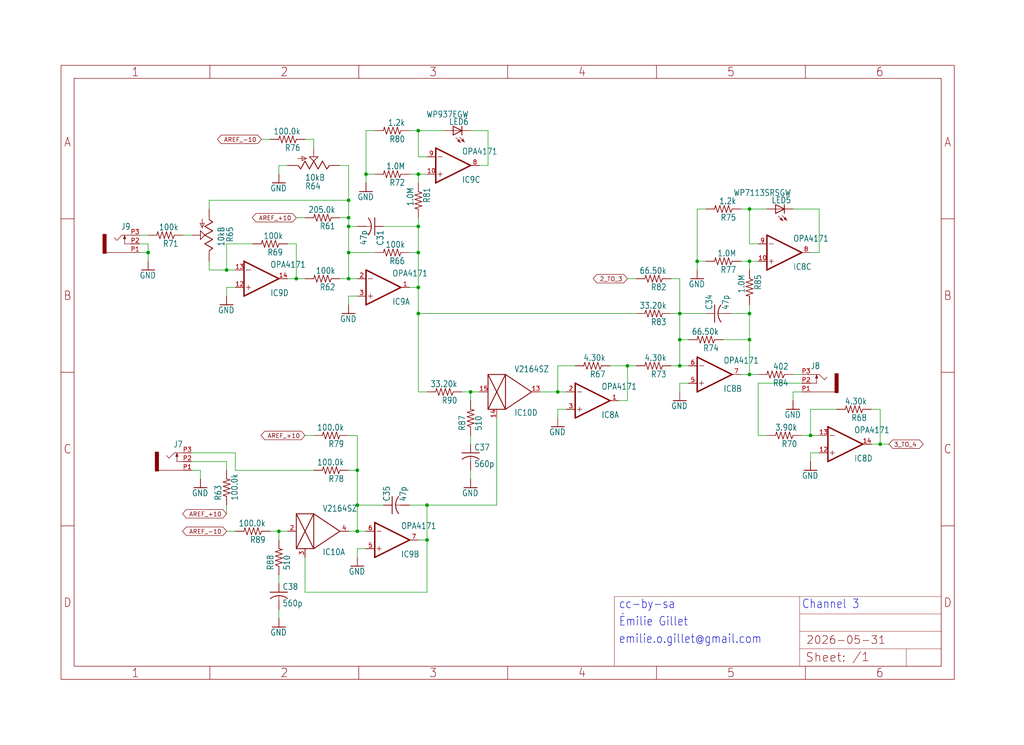
<source format=kicad_sch>
(kicad_sch
	(version 20231120)
	(generator "eeschema")
	(generator_version "8.0")
	(uuid "f82c3c90-b98e-4e90-8d2a-146f1a664d9c")
	(paper "User" 298.45 217.322)
	(lib_symbols
		(symbol "Blinds4U-eagle-import:A4L-LOC"
			(exclude_from_sim no)
			(in_bom yes)
			(on_board yes)
			(property "Reference" "#FRAME"
				(at 0 0 0)
				(effects
					(font
						(size 1.27 1.27)
					)
					(hide yes)
				)
			)
			(property "Value" ""
				(at 0 0 0)
				(effects
					(font
						(size 1.27 1.27)
					)
					(hide yes)
				)
			)
			(property "Footprint" ""
				(at 0 0 0)
				(effects
					(font
						(size 1.27 1.27)
					)
					(hide yes)
				)
			)
			(property "Datasheet" ""
				(at 0 0 0)
				(effects
					(font
						(size 1.27 1.27)
					)
					(hide yes)
				)
			)
			(property "Description" "FRAME\n\nDIN A4, landscape with location and doc. field"
				(at 0 0 0)
				(effects
					(font
						(size 1.27 1.27)
					)
					(hide yes)
				)
			)
			(property "ki_locked" ""
				(at 0 0 0)
				(effects
					(font
						(size 1.27 1.27)
					)
				)
			)
			(symbol "A4L-LOC_1_0"
				(polyline
					(pts
						(xy 0 44.7675) (xy 3.81 44.7675)
					)
					(stroke
						(width 0)
						(type default)
					)
					(fill
						(type none)
					)
				)
				(polyline
					(pts
						(xy 0 89.535) (xy 3.81 89.535)
					)
					(stroke
						(width 0)
						(type default)
					)
					(fill
						(type none)
					)
				)
				(polyline
					(pts
						(xy 0 134.3025) (xy 3.81 134.3025)
					)
					(stroke
						(width 0)
						(type default)
					)
					(fill
						(type none)
					)
				)
				(polyline
					(pts
						(xy 3.81 3.81) (xy 3.81 175.26)
					)
					(stroke
						(width 0)
						(type default)
					)
					(fill
						(type none)
					)
				)
				(polyline
					(pts
						(xy 43.3917 0) (xy 43.3917 3.81)
					)
					(stroke
						(width 0)
						(type default)
					)
					(fill
						(type none)
					)
				)
				(polyline
					(pts
						(xy 43.3917 175.26) (xy 43.3917 179.07)
					)
					(stroke
						(width 0)
						(type default)
					)
					(fill
						(type none)
					)
				)
				(polyline
					(pts
						(xy 86.7833 0) (xy 86.7833 3.81)
					)
					(stroke
						(width 0)
						(type default)
					)
					(fill
						(type none)
					)
				)
				(polyline
					(pts
						(xy 86.7833 175.26) (xy 86.7833 179.07)
					)
					(stroke
						(width 0)
						(type default)
					)
					(fill
						(type none)
					)
				)
				(polyline
					(pts
						(xy 130.175 0) (xy 130.175 3.81)
					)
					(stroke
						(width 0)
						(type default)
					)
					(fill
						(type none)
					)
				)
				(polyline
					(pts
						(xy 130.175 175.26) (xy 130.175 179.07)
					)
					(stroke
						(width 0)
						(type default)
					)
					(fill
						(type none)
					)
				)
				(polyline
					(pts
						(xy 161.29 3.81) (xy 161.29 24.13)
					)
					(stroke
						(width 0.1016)
						(type solid)
					)
					(fill
						(type none)
					)
				)
				(polyline
					(pts
						(xy 161.29 24.13) (xy 215.265 24.13)
					)
					(stroke
						(width 0.1016)
						(type solid)
					)
					(fill
						(type none)
					)
				)
				(polyline
					(pts
						(xy 173.5667 0) (xy 173.5667 3.81)
					)
					(stroke
						(width 0)
						(type default)
					)
					(fill
						(type none)
					)
				)
				(polyline
					(pts
						(xy 173.5667 175.26) (xy 173.5667 179.07)
					)
					(stroke
						(width 0)
						(type default)
					)
					(fill
						(type none)
					)
				)
				(polyline
					(pts
						(xy 215.265 8.89) (xy 215.265 3.81)
					)
					(stroke
						(width 0.1016)
						(type solid)
					)
					(fill
						(type none)
					)
				)
				(polyline
					(pts
						(xy 215.265 8.89) (xy 215.265 13.97)
					)
					(stroke
						(width 0.1016)
						(type solid)
					)
					(fill
						(type none)
					)
				)
				(polyline
					(pts
						(xy 215.265 13.97) (xy 215.265 19.05)
					)
					(stroke
						(width 0.1016)
						(type solid)
					)
					(fill
						(type none)
					)
				)
				(polyline
					(pts
						(xy 215.265 13.97) (xy 256.54 13.97)
					)
					(stroke
						(width 0.1016)
						(type solid)
					)
					(fill
						(type none)
					)
				)
				(polyline
					(pts
						(xy 215.265 19.05) (xy 215.265 24.13)
					)
					(stroke
						(width 0.1016)
						(type solid)
					)
					(fill
						(type none)
					)
				)
				(polyline
					(pts
						(xy 215.265 19.05) (xy 256.54 19.05)
					)
					(stroke
						(width 0.1016)
						(type solid)
					)
					(fill
						(type none)
					)
				)
				(polyline
					(pts
						(xy 215.265 24.13) (xy 256.54 24.13)
					)
					(stroke
						(width 0.1016)
						(type solid)
					)
					(fill
						(type none)
					)
				)
				(polyline
					(pts
						(xy 216.9583 0) (xy 216.9583 3.81)
					)
					(stroke
						(width 0)
						(type default)
					)
					(fill
						(type none)
					)
				)
				(polyline
					(pts
						(xy 216.9583 175.26) (xy 216.9583 179.07)
					)
					(stroke
						(width 0)
						(type default)
					)
					(fill
						(type none)
					)
				)
				(polyline
					(pts
						(xy 246.38 3.81) (xy 246.38 8.89)
					)
					(stroke
						(width 0.1016)
						(type solid)
					)
					(fill
						(type none)
					)
				)
				(polyline
					(pts
						(xy 246.38 8.89) (xy 215.265 8.89)
					)
					(stroke
						(width 0.1016)
						(type solid)
					)
					(fill
						(type none)
					)
				)
				(polyline
					(pts
						(xy 246.38 8.89) (xy 256.54 8.89)
					)
					(stroke
						(width 0.1016)
						(type solid)
					)
					(fill
						(type none)
					)
				)
				(polyline
					(pts
						(xy 256.54 3.81) (xy 3.81 3.81)
					)
					(stroke
						(width 0)
						(type default)
					)
					(fill
						(type none)
					)
				)
				(polyline
					(pts
						(xy 256.54 3.81) (xy 256.54 8.89)
					)
					(stroke
						(width 0.1016)
						(type solid)
					)
					(fill
						(type none)
					)
				)
				(polyline
					(pts
						(xy 256.54 3.81) (xy 256.54 175.26)
					)
					(stroke
						(width 0)
						(type default)
					)
					(fill
						(type none)
					)
				)
				(polyline
					(pts
						(xy 256.54 8.89) (xy 256.54 13.97)
					)
					(stroke
						(width 0.1016)
						(type solid)
					)
					(fill
						(type none)
					)
				)
				(polyline
					(pts
						(xy 256.54 13.97) (xy 256.54 19.05)
					)
					(stroke
						(width 0.1016)
						(type solid)
					)
					(fill
						(type none)
					)
				)
				(polyline
					(pts
						(xy 256.54 19.05) (xy 256.54 24.13)
					)
					(stroke
						(width 0.1016)
						(type solid)
					)
					(fill
						(type none)
					)
				)
				(polyline
					(pts
						(xy 256.54 44.7675) (xy 260.35 44.7675)
					)
					(stroke
						(width 0)
						(type default)
					)
					(fill
						(type none)
					)
				)
				(polyline
					(pts
						(xy 256.54 89.535) (xy 260.35 89.535)
					)
					(stroke
						(width 0)
						(type default)
					)
					(fill
						(type none)
					)
				)
				(polyline
					(pts
						(xy 256.54 134.3025) (xy 260.35 134.3025)
					)
					(stroke
						(width 0)
						(type default)
					)
					(fill
						(type none)
					)
				)
				(polyline
					(pts
						(xy 256.54 175.26) (xy 3.81 175.26)
					)
					(stroke
						(width 0)
						(type default)
					)
					(fill
						(type none)
					)
				)
				(polyline
					(pts
						(xy 0 0) (xy 260.35 0) (xy 260.35 179.07) (xy 0 179.07) (xy 0 0)
					)
					(stroke
						(width 0)
						(type default)
					)
					(fill
						(type none)
					)
				)
				(text "${#}/${##}"
					(at 230.505 5.08 0)
					(effects
						(font
							(size 2.54 2.54)
						)
						(justify left bottom)
					)
				)
				(text "${CURRENT_DATE}"
					(at 217.17 10.16 0)
					(effects
						(font
							(size 2.286 2.286)
						)
						(justify left bottom)
					)
				)
				(text "${PROJECTNAME}"
					(at 217.17 15.24 0)
					(effects
						(font
							(size 2.54 2.54)
						)
						(justify left bottom)
					)
				)
				(text "1"
					(at 21.6958 1.905 0)
					(effects
						(font
							(size 2.54 2.286)
						)
					)
				)
				(text "1"
					(at 21.6958 177.165 0)
					(effects
						(font
							(size 2.54 2.286)
						)
					)
				)
				(text "2"
					(at 65.0875 1.905 0)
					(effects
						(font
							(size 2.54 2.286)
						)
					)
				)
				(text "2"
					(at 65.0875 177.165 0)
					(effects
						(font
							(size 2.54 2.286)
						)
					)
				)
				(text "3"
					(at 108.4792 1.905 0)
					(effects
						(font
							(size 2.54 2.286)
						)
					)
				)
				(text "3"
					(at 108.4792 177.165 0)
					(effects
						(font
							(size 2.54 2.286)
						)
					)
				)
				(text "4"
					(at 151.8708 1.905 0)
					(effects
						(font
							(size 2.54 2.286)
						)
					)
				)
				(text "4"
					(at 151.8708 177.165 0)
					(effects
						(font
							(size 2.54 2.286)
						)
					)
				)
				(text "5"
					(at 195.2625 1.905 0)
					(effects
						(font
							(size 2.54 2.286)
						)
					)
				)
				(text "5"
					(at 195.2625 177.165 0)
					(effects
						(font
							(size 2.54 2.286)
						)
					)
				)
				(text "6"
					(at 238.6542 1.905 0)
					(effects
						(font
							(size 2.54 2.286)
						)
					)
				)
				(text "6"
					(at 238.6542 177.165 0)
					(effects
						(font
							(size 2.54 2.286)
						)
					)
				)
				(text "A"
					(at 1.905 156.6863 0)
					(effects
						(font
							(size 2.54 2.286)
						)
					)
				)
				(text "A"
					(at 258.445 156.6863 0)
					(effects
						(font
							(size 2.54 2.286)
						)
					)
				)
				(text "B"
					(at 1.905 111.9188 0)
					(effects
						(font
							(size 2.54 2.286)
						)
					)
				)
				(text "B"
					(at 258.445 111.9188 0)
					(effects
						(font
							(size 2.54 2.286)
						)
					)
				)
				(text "C"
					(at 1.905 67.1513 0)
					(effects
						(font
							(size 2.54 2.286)
						)
					)
				)
				(text "C"
					(at 258.445 67.1513 0)
					(effects
						(font
							(size 2.54 2.286)
						)
					)
				)
				(text "D"
					(at 1.905 22.3838 0)
					(effects
						(font
							(size 2.54 2.286)
						)
					)
				)
				(text "D"
					(at 258.445 22.3838 0)
					(effects
						(font
							(size 2.54 2.286)
						)
					)
				)
				(text "Sheet:"
					(at 216.916 4.953 0)
					(effects
						(font
							(size 2.54 2.54)
						)
						(justify left bottom)
					)
				)
			)
		)
		(symbol "Blinds4U-eagle-import:C-USC0603"
			(exclude_from_sim no)
			(in_bom yes)
			(on_board yes)
			(property "Reference" "C"
				(at 1.016 0.635 0)
				(effects
					(font
						(size 1.778 1.5113)
					)
					(justify left bottom)
				)
			)
			(property "Value" ""
				(at 1.016 -4.191 0)
				(effects
					(font
						(size 1.778 1.5113)
					)
					(justify left bottom)
				)
			)
			(property "Footprint" "Blinds4U:C0603"
				(at 0 0 0)
				(effects
					(font
						(size 1.27 1.27)
					)
					(hide yes)
				)
			)
			(property "Datasheet" ""
				(at 0 0 0)
				(effects
					(font
						(size 1.27 1.27)
					)
					(hide yes)
				)
			)
			(property "Description" "CAPACITOR, American symbol"
				(at 0 0 0)
				(effects
					(font
						(size 1.27 1.27)
					)
					(hide yes)
				)
			)
			(property "ki_locked" ""
				(at 0 0 0)
				(effects
					(font
						(size 1.27 1.27)
					)
				)
			)
			(symbol "C-USC0603_1_0"
				(arc
					(start 0 -1.0161)
					(mid -1.302 -1.2303)
					(end -2.4668 -1.8504)
					(stroke
						(width 0.254)
						(type solid)
					)
					(fill
						(type none)
					)
				)
				(polyline
					(pts
						(xy -2.54 0) (xy 2.54 0)
					)
					(stroke
						(width 0.254)
						(type solid)
					)
					(fill
						(type none)
					)
				)
				(polyline
					(pts
						(xy 0 -1.016) (xy 0 -2.54)
					)
					(stroke
						(width 0.1524)
						(type solid)
					)
					(fill
						(type none)
					)
				)
				(arc
					(start 2.4892 -1.8541)
					(mid 1.3158 -1.2194)
					(end 0 -1)
					(stroke
						(width 0.254)
						(type solid)
					)
					(fill
						(type none)
					)
				)
				(pin passive line
					(at 0 2.54 270)
					(length 2.54)
					(name "1"
						(effects
							(font
								(size 0 0)
							)
						)
					)
					(number "1"
						(effects
							(font
								(size 0 0)
							)
						)
					)
				)
				(pin passive line
					(at 0 -5.08 90)
					(length 2.54)
					(name "2"
						(effects
							(font
								(size 0 0)
							)
						)
					)
					(number "2"
						(effects
							(font
								(size 0 0)
							)
						)
					)
				)
			)
		)
		(symbol "Blinds4U-eagle-import:GND"
			(power)
			(exclude_from_sim no)
			(in_bom yes)
			(on_board yes)
			(property "Reference" "#GND"
				(at 0 0 0)
				(effects
					(font
						(size 1.27 1.27)
					)
					(hide yes)
				)
			)
			(property "Value" ""
				(at -2.54 -2.54 0)
				(effects
					(font
						(size 1.778 1.5113)
					)
					(justify left bottom)
				)
			)
			(property "Footprint" ""
				(at 0 0 0)
				(effects
					(font
						(size 1.27 1.27)
					)
					(hide yes)
				)
			)
			(property "Datasheet" ""
				(at 0 0 0)
				(effects
					(font
						(size 1.27 1.27)
					)
					(hide yes)
				)
			)
			(property "Description" "SUPPLY SYMBOL"
				(at 0 0 0)
				(effects
					(font
						(size 1.27 1.27)
					)
					(hide yes)
				)
			)
			(property "ki_locked" ""
				(at 0 0 0)
				(effects
					(font
						(size 1.27 1.27)
					)
				)
			)
			(symbol "GND_1_0"
				(polyline
					(pts
						(xy -1.905 0) (xy 1.905 0)
					)
					(stroke
						(width 0.254)
						(type solid)
					)
					(fill
						(type none)
					)
				)
				(pin power_in line
					(at 0 2.54 270)
					(length 2.54)
					(name "GND"
						(effects
							(font
								(size 0 0)
							)
						)
					)
					(number "1"
						(effects
							(font
								(size 0 0)
							)
						)
					)
				)
			)
		)
		(symbol "Blinds4U-eagle-import:LED3MM"
			(exclude_from_sim no)
			(in_bom yes)
			(on_board yes)
			(property "Reference" "LED"
				(at 3.556 -4.572 90)
				(effects
					(font
						(size 1.778 1.5113)
					)
					(justify left bottom)
				)
			)
			(property "Value" ""
				(at 5.715 -4.572 90)
				(effects
					(font
						(size 1.778 1.5113)
					)
					(justify left bottom)
				)
			)
			(property "Footprint" "Blinds4U:LED3MM"
				(at 0 0 0)
				(effects
					(font
						(size 1.27 1.27)
					)
					(hide yes)
				)
			)
			(property "Datasheet" ""
				(at 0 0 0)
				(effects
					(font
						(size 1.27 1.27)
					)
					(hide yes)
				)
			)
			(property "Description" "LED\n\nOSRAM:\n- CHIPLED\nLG R971, LG N971, LY N971, LG Q971, LY Q971, LO R971, LY R971 LH N974, LH R974\nLS Q976, LO Q976, LY Q976\nLO Q996\n- Hyper CHIPLED\nLW Q18S\nLB Q993, LB Q99A, LB R99A\n- SideLED\nLS A670, LO A670, LY A670, LG A670, LP A670\nLB A673, LV A673, LT A673, LW A673\nLH A674\nLY A675\nLS A676, LA A676, LO A676, LY A676, LW A676\nLS A679, LY A679, LG A679\n-  Hyper Micro SIDELED®\nLS Y876, LA Y876, LO Y876, LY Y876\nLT Y87S\n- SmartLED\nLW L88C, LW L88S\nLB L89C, LB L89S, LG L890\nLS L89K, LO L89K, LY L89K\nLS L896, LA L896, LO L896, LY L896\n- TOPLED\nLS T670, LO T670, LY T670, LG T670, LP T670\nLSG T670, LSP T670, LSY T670, LOP T670, LYG T670\nLG T671, LOG T671, LSG T671\nLB T673, LV T673, LT T673, LW T673\nLH T674\nLS T676, LA T676, LO T676, LY T676, LB T676, LH T676, LSB T676, LW T676\nLB T67C, LV T67C, LT T67C, LS T67K, LO T67K, LY T67K, LW E67C\nLS E67B, LA E67B, LO E67B, LY E67B, LB E67C, LV E67C, LT E67C\nLW T67C\nLS T679, LY T679, LG T679\nLS T770, LO T770, LY T770, LG T770, LP T770\nLB T773, LV T773, LT T773, LW T773\nLH T774\nLS E675, LA E675, LY E675, LS T675\nLS T776, LA T776, LO T776, LY T776, LB T776\nLHGB T686\nLT T68C, LB T68C\n- Hyper Mini TOPLED®\nLB M676\n- Mini TOPLED Santana®\nLG M470\nLS M47K, LO M47K, LY M47K\n\nSource: http://www.osram.convergy.de\n\nLUXEON:\n- LUMILED®\nLXK2-PW12-R00, LXK2-PW12-S00, LXK2-PW14-U00, LXK2-PW14-V00\nLXK2-PM12-R00, LXK2-PM12-S00, LXK2-PM14-U00\nLXK2-PE12-Q00, LXK2-PE12-R00, LXK2-PE12-S00, LXK2-PE14-T00, LXK2-PE14-U00\nLXK2-PB12-K00, LXK2-PB12-L00, LXK2-PB12-M00, LXK2-PB14-N00, LXK2-PB14-P00, LXK2-PB14-Q00\nLXK2-PR12-L00, LXK2-PR12-M00, LXK2-PR14-Q00, LXK2-PR14-R00\nLXK2-PD12-Q00, LXK2-PD12-R00, LXK2-PD12-S00\nLXK2-PH12-R00, LXK2-PH12-S00\nLXK2-PL12-P00, LXK2-PL12-Q00, LXK2-PL12-R00\n\nSource: www.luxeon.com\n\nKINGBRIGHT:\n\nKA-3528ASYC\nSource: www.kingbright.com"
				(at 0 0 0)
				(effects
					(font
						(size 1.27 1.27)
					)
					(hide yes)
				)
			)
			(property "ki_locked" ""
				(at 0 0 0)
				(effects
					(font
						(size 1.27 1.27)
					)
				)
			)
			(symbol "LED3MM_1_0"
				(polyline
					(pts
						(xy -2.032 -0.762) (xy -3.429 -2.159)
					)
					(stroke
						(width 0.1524)
						(type solid)
					)
					(fill
						(type none)
					)
				)
				(polyline
					(pts
						(xy -1.905 -1.905) (xy -3.302 -3.302)
					)
					(stroke
						(width 0.1524)
						(type solid)
					)
					(fill
						(type none)
					)
				)
				(polyline
					(pts
						(xy 0 -2.54) (xy -1.27 -2.54)
					)
					(stroke
						(width 0.254)
						(type solid)
					)
					(fill
						(type none)
					)
				)
				(polyline
					(pts
						(xy 0 -2.54) (xy -1.27 0)
					)
					(stroke
						(width 0.254)
						(type solid)
					)
					(fill
						(type none)
					)
				)
				(polyline
					(pts
						(xy 0 0) (xy -1.27 0)
					)
					(stroke
						(width 0.254)
						(type solid)
					)
					(fill
						(type none)
					)
				)
				(polyline
					(pts
						(xy 0 0) (xy 0 -2.54)
					)
					(stroke
						(width 0.1524)
						(type solid)
					)
					(fill
						(type none)
					)
				)
				(polyline
					(pts
						(xy 1.27 -2.54) (xy 0 -2.54)
					)
					(stroke
						(width 0.254)
						(type solid)
					)
					(fill
						(type none)
					)
				)
				(polyline
					(pts
						(xy 1.27 0) (xy 0 -2.54)
					)
					(stroke
						(width 0.254)
						(type solid)
					)
					(fill
						(type none)
					)
				)
				(polyline
					(pts
						(xy 1.27 0) (xy 0 0)
					)
					(stroke
						(width 0.254)
						(type solid)
					)
					(fill
						(type none)
					)
				)
				(polyline
					(pts
						(xy -3.429 -2.159) (xy -3.048 -1.27) (xy -2.54 -1.778)
					)
					(stroke
						(width 0.1524)
						(type solid)
					)
					(fill
						(type outline)
					)
				)
				(polyline
					(pts
						(xy -3.302 -3.302) (xy -2.921 -2.413) (xy -2.413 -2.921)
					)
					(stroke
						(width 0.1524)
						(type solid)
					)
					(fill
						(type outline)
					)
				)
				(pin passive line
					(at 0 2.54 270)
					(length 2.54)
					(name "A"
						(effects
							(font
								(size 0 0)
							)
						)
					)
					(number "A"
						(effects
							(font
								(size 0 0)
							)
						)
					)
				)
				(pin passive line
					(at 0 -5.08 90)
					(length 2.54)
					(name "C"
						(effects
							(font
								(size 0 0)
							)
						)
					)
					(number "K"
						(effects
							(font
								(size 0 0)
							)
						)
					)
				)
			)
		)
		(symbol "Blinds4U-eagle-import:LED5MM"
			(exclude_from_sim no)
			(in_bom yes)
			(on_board yes)
			(property "Reference" "LED"
				(at 3.556 -4.572 90)
				(effects
					(font
						(size 1.778 1.5113)
					)
					(justify left bottom)
				)
			)
			(property "Value" ""
				(at 5.715 -4.572 90)
				(effects
					(font
						(size 1.778 1.5113)
					)
					(justify left bottom)
				)
			)
			(property "Footprint" "Blinds4U:LED5MM"
				(at 0 0 0)
				(effects
					(font
						(size 1.27 1.27)
					)
					(hide yes)
				)
			)
			(property "Datasheet" ""
				(at 0 0 0)
				(effects
					(font
						(size 1.27 1.27)
					)
					(hide yes)
				)
			)
			(property "Description" "LED\n\nOSRAM:\n- CHIPLED\nLG R971, LG N971, LY N971, LG Q971, LY Q971, LO R971, LY R971 LH N974, LH R974\nLS Q976, LO Q976, LY Q976\nLO Q996\n- Hyper CHIPLED\nLW Q18S\nLB Q993, LB Q99A, LB R99A\n- SideLED\nLS A670, LO A670, LY A670, LG A670, LP A670\nLB A673, LV A673, LT A673, LW A673\nLH A674\nLY A675\nLS A676, LA A676, LO A676, LY A676, LW A676\nLS A679, LY A679, LG A679\n-  Hyper Micro SIDELED®\nLS Y876, LA Y876, LO Y876, LY Y876\nLT Y87S\n- SmartLED\nLW L88C, LW L88S\nLB L89C, LB L89S, LG L890\nLS L89K, LO L89K, LY L89K\nLS L896, LA L896, LO L896, LY L896\n- TOPLED\nLS T670, LO T670, LY T670, LG T670, LP T670\nLSG T670, LSP T670, LSY T670, LOP T670, LYG T670\nLG T671, LOG T671, LSG T671\nLB T673, LV T673, LT T673, LW T673\nLH T674\nLS T676, LA T676, LO T676, LY T676, LB T676, LH T676, LSB T676, LW T676\nLB T67C, LV T67C, LT T67C, LS T67K, LO T67K, LY T67K, LW E67C\nLS E67B, LA E67B, LO E67B, LY E67B, LB E67C, LV E67C, LT E67C\nLW T67C\nLS T679, LY T679, LG T679\nLS T770, LO T770, LY T770, LG T770, LP T770\nLB T773, LV T773, LT T773, LW T773\nLH T774\nLS E675, LA E675, LY E675, LS T675\nLS T776, LA T776, LO T776, LY T776, LB T776\nLHGB T686\nLT T68C, LB T68C\n- Hyper Mini TOPLED®\nLB M676\n- Mini TOPLED Santana®\nLG M470\nLS M47K, LO M47K, LY M47K\n\nSource: http://www.osram.convergy.de\n\nLUXEON:\n- LUMILED®\nLXK2-PW12-R00, LXK2-PW12-S00, LXK2-PW14-U00, LXK2-PW14-V00\nLXK2-PM12-R00, LXK2-PM12-S00, LXK2-PM14-U00\nLXK2-PE12-Q00, LXK2-PE12-R00, LXK2-PE12-S00, LXK2-PE14-T00, LXK2-PE14-U00\nLXK2-PB12-K00, LXK2-PB12-L00, LXK2-PB12-M00, LXK2-PB14-N00, LXK2-PB14-P00, LXK2-PB14-Q00\nLXK2-PR12-L00, LXK2-PR12-M00, LXK2-PR14-Q00, LXK2-PR14-R00\nLXK2-PD12-Q00, LXK2-PD12-R00, LXK2-PD12-S00\nLXK2-PH12-R00, LXK2-PH12-S00\nLXK2-PL12-P00, LXK2-PL12-Q00, LXK2-PL12-R00\n\nSource: www.luxeon.com\n\nKINGBRIGHT:\n\nKA-3528ASYC\nSource: www.kingbright.com"
				(at 0 0 0)
				(effects
					(font
						(size 1.27 1.27)
					)
					(hide yes)
				)
			)
			(property "ki_locked" ""
				(at 0 0 0)
				(effects
					(font
						(size 1.27 1.27)
					)
				)
			)
			(symbol "LED5MM_1_0"
				(polyline
					(pts
						(xy -2.032 -0.762) (xy -3.429 -2.159)
					)
					(stroke
						(width 0.1524)
						(type solid)
					)
					(fill
						(type none)
					)
				)
				(polyline
					(pts
						(xy -1.905 -1.905) (xy -3.302 -3.302)
					)
					(stroke
						(width 0.1524)
						(type solid)
					)
					(fill
						(type none)
					)
				)
				(polyline
					(pts
						(xy 0 -2.54) (xy -1.27 -2.54)
					)
					(stroke
						(width 0.254)
						(type solid)
					)
					(fill
						(type none)
					)
				)
				(polyline
					(pts
						(xy 0 -2.54) (xy -1.27 0)
					)
					(stroke
						(width 0.254)
						(type solid)
					)
					(fill
						(type none)
					)
				)
				(polyline
					(pts
						(xy 0 0) (xy -1.27 0)
					)
					(stroke
						(width 0.254)
						(type solid)
					)
					(fill
						(type none)
					)
				)
				(polyline
					(pts
						(xy 0 0) (xy 0 -2.54)
					)
					(stroke
						(width 0.1524)
						(type solid)
					)
					(fill
						(type none)
					)
				)
				(polyline
					(pts
						(xy 1.27 -2.54) (xy 0 -2.54)
					)
					(stroke
						(width 0.254)
						(type solid)
					)
					(fill
						(type none)
					)
				)
				(polyline
					(pts
						(xy 1.27 0) (xy 0 -2.54)
					)
					(stroke
						(width 0.254)
						(type solid)
					)
					(fill
						(type none)
					)
				)
				(polyline
					(pts
						(xy 1.27 0) (xy 0 0)
					)
					(stroke
						(width 0.254)
						(type solid)
					)
					(fill
						(type none)
					)
				)
				(polyline
					(pts
						(xy -3.429 -2.159) (xy -3.048 -1.27) (xy -2.54 -1.778)
					)
					(stroke
						(width 0.1524)
						(type solid)
					)
					(fill
						(type outline)
					)
				)
				(polyline
					(pts
						(xy -3.302 -3.302) (xy -2.921 -2.413) (xy -2.413 -2.921)
					)
					(stroke
						(width 0.1524)
						(type solid)
					)
					(fill
						(type outline)
					)
				)
				(pin passive line
					(at 0 2.54 270)
					(length 2.54)
					(name "A"
						(effects
							(font
								(size 0 0)
							)
						)
					)
					(number "A"
						(effects
							(font
								(size 0 0)
							)
						)
					)
				)
				(pin passive line
					(at 0 -5.08 90)
					(length 2.54)
					(name "C"
						(effects
							(font
								(size 0 0)
							)
						)
					)
					(number "K"
						(effects
							(font
								(size 0 0)
							)
						)
					)
				)
			)
		)
		(symbol "Blinds4U-eagle-import:PJ301_THONKICONN6"
			(exclude_from_sim no)
			(in_bom yes)
			(on_board yes)
			(property "Reference" "J"
				(at -2.54 4.064 0)
				(effects
					(font
						(size 1.778 1.5113)
					)
					(justify left bottom)
				)
			)
			(property "Value" ""
				(at 0 0 0)
				(effects
					(font
						(size 1.27 1.27)
					)
					(hide yes)
				)
			)
			(property "Footprint" "Blinds4U:WQP_PJ_301M6"
				(at 0 0 0)
				(effects
					(font
						(size 1.27 1.27)
					)
					(hide yes)
				)
			)
			(property "Datasheet" ""
				(at 0 0 0)
				(effects
					(font
						(size 1.27 1.27)
					)
					(hide yes)
				)
			)
			(property "Description" ""
				(at 0 0 0)
				(effects
					(font
						(size 1.27 1.27)
					)
					(hide yes)
				)
			)
			(property "ki_locked" ""
				(at 0 0 0)
				(effects
					(font
						(size 1.27 1.27)
					)
				)
			)
			(symbol "PJ301_THONKICONN6_1_0"
				(polyline
					(pts
						(xy -2.54 -2.54) (xy 4.572 -2.54)
					)
					(stroke
						(width 0.1524)
						(type solid)
					)
					(fill
						(type none)
					)
				)
				(polyline
					(pts
						(xy -2.54 0) (xy -0.762 0)
					)
					(stroke
						(width 0.1524)
						(type solid)
					)
					(fill
						(type none)
					)
				)
				(polyline
					(pts
						(xy -2.54 2.54) (xy 0 2.54)
					)
					(stroke
						(width 0.1524)
						(type solid)
					)
					(fill
						(type none)
					)
				)
				(polyline
					(pts
						(xy -1.016 1.524) (xy -0.508 1.524)
					)
					(stroke
						(width 0.254)
						(type solid)
					)
					(fill
						(type none)
					)
				)
				(polyline
					(pts
						(xy -0.762 0) (xy -0.762 2.286)
					)
					(stroke
						(width 0.1524)
						(type solid)
					)
					(fill
						(type none)
					)
				)
				(polyline
					(pts
						(xy -0.762 2.286) (xy -1.016 1.524)
					)
					(stroke
						(width 0.254)
						(type solid)
					)
					(fill
						(type none)
					)
				)
				(polyline
					(pts
						(xy -0.508 1.524) (xy -0.762 2.286)
					)
					(stroke
						(width 0.254)
						(type solid)
					)
					(fill
						(type none)
					)
				)
				(polyline
					(pts
						(xy 0 2.54) (xy 1.524 1.016)
					)
					(stroke
						(width 0.1524)
						(type solid)
					)
					(fill
						(type none)
					)
				)
				(polyline
					(pts
						(xy 1.524 1.016) (xy 2.286 1.778)
					)
					(stroke
						(width 0.1524)
						(type solid)
					)
					(fill
						(type none)
					)
				)
				(rectangle
					(start 4.572 2.794)
					(end 5.588 -2.794)
					(stroke
						(width 0)
						(type default)
					)
					(fill
						(type outline)
					)
				)
				(pin passive line
					(at -5.08 -2.54 0)
					(length 2.54)
					(name "1"
						(effects
							(font
								(size 0 0)
							)
						)
					)
					(number "P1"
						(effects
							(font
								(size 1.27 1.27)
							)
						)
					)
				)
				(pin passive line
					(at -5.08 0 0)
					(length 2.54)
					(name "2"
						(effects
							(font
								(size 0 0)
							)
						)
					)
					(number "P2"
						(effects
							(font
								(size 1.27 1.27)
							)
						)
					)
				)
				(pin passive line
					(at -5.08 2.54 0)
					(length 2.54)
					(name "3"
						(effects
							(font
								(size 0 0)
							)
						)
					)
					(number "P3"
						(effects
							(font
								(size 1.27 1.27)
							)
						)
					)
				)
			)
		)
		(symbol "Blinds4U-eagle-import:POT_USVERTICAL"
			(exclude_from_sim no)
			(in_bom yes)
			(on_board yes)
			(property "Reference" "R"
				(at -5.08 -2.54 90)
				(effects
					(font
						(size 1.778 1.5113)
					)
					(justify left bottom)
				)
			)
			(property "Value" ""
				(at -2.54 -2.54 90)
				(effects
					(font
						(size 1.778 1.5113)
					)
					(justify left bottom)
				)
			)
			(property "Footprint" "Blinds4U:ALPS_POT_VERTICAL"
				(at 0 0 0)
				(effects
					(font
						(size 1.27 1.27)
					)
					(hide yes)
				)
			)
			(property "Datasheet" ""
				(at 0 0 0)
				(effects
					(font
						(size 1.27 1.27)
					)
					(hide yes)
				)
			)
			(property "Description" ""
				(at 0 0 0)
				(effects
					(font
						(size 1.27 1.27)
					)
					(hide yes)
				)
			)
			(property "ki_locked" ""
				(at 0 0 0)
				(effects
					(font
						(size 1.27 1.27)
					)
				)
			)
			(symbol "POT_USVERTICAL_1_0"
				(polyline
					(pts
						(xy -1.016 -3.81) (xy 1.27 -2.54)
					)
					(stroke
						(width 0.254)
						(type solid)
					)
					(fill
						(type none)
					)
				)
				(polyline
					(pts
						(xy -1.016 -1.27) (xy 1.27 0)
					)
					(stroke
						(width 0.254)
						(type solid)
					)
					(fill
						(type none)
					)
				)
				(polyline
					(pts
						(xy -1.016 1.27) (xy 1.27 2.54)
					)
					(stroke
						(width 0.254)
						(type solid)
					)
					(fill
						(type none)
					)
				)
				(polyline
					(pts
						(xy -1.016 3.81) (xy 0 4.572)
					)
					(stroke
						(width 0.254)
						(type solid)
					)
					(fill
						(type none)
					)
				)
				(polyline
					(pts
						(xy 0 -5.08) (xy 0 -4.572)
					)
					(stroke
						(width 0.1524)
						(type solid)
					)
					(fill
						(type none)
					)
				)
				(polyline
					(pts
						(xy 0 -4.572) (xy -1.016 -3.81)
					)
					(stroke
						(width 0.254)
						(type solid)
					)
					(fill
						(type none)
					)
				)
				(polyline
					(pts
						(xy 0 4.572) (xy 0 5.08)
					)
					(stroke
						(width 0.1524)
						(type solid)
					)
					(fill
						(type none)
					)
				)
				(polyline
					(pts
						(xy 1.27 -2.54) (xy -1.016 -1.27)
					)
					(stroke
						(width 0.254)
						(type solid)
					)
					(fill
						(type none)
					)
				)
				(polyline
					(pts
						(xy 1.27 0) (xy -1.016 1.27)
					)
					(stroke
						(width 0.254)
						(type solid)
					)
					(fill
						(type none)
					)
				)
				(polyline
					(pts
						(xy 1.27 0) (xy 2.54 1.27)
					)
					(stroke
						(width 0.2032)
						(type solid)
					)
					(fill
						(type none)
					)
				)
				(polyline
					(pts
						(xy 1.27 2.54) (xy -1.016 3.81)
					)
					(stroke
						(width 0.254)
						(type solid)
					)
					(fill
						(type none)
					)
				)
				(polyline
					(pts
						(xy 1.397 -3.429) (xy 2.032 -2.159)
					)
					(stroke
						(width 0.1524)
						(type solid)
					)
					(fill
						(type none)
					)
				)
				(polyline
					(pts
						(xy 2.032 -4.699) (xy 2.032 -2.159)
					)
					(stroke
						(width 0.1524)
						(type solid)
					)
					(fill
						(type none)
					)
				)
				(polyline
					(pts
						(xy 2.032 -2.159) (xy 2.667 -3.429)
					)
					(stroke
						(width 0.1524)
						(type solid)
					)
					(fill
						(type none)
					)
				)
				(polyline
					(pts
						(xy 2.54 -1.27) (xy 1.27 0)
					)
					(stroke
						(width 0.2032)
						(type solid)
					)
					(fill
						(type none)
					)
				)
				(polyline
					(pts
						(xy 2.54 1.27) (xy 2.54 -1.27)
					)
					(stroke
						(width 0.2032)
						(type solid)
					)
					(fill
						(type none)
					)
				)
				(polyline
					(pts
						(xy 2.667 -3.429) (xy 1.397 -3.429)
					)
					(stroke
						(width 0.1524)
						(type solid)
					)
					(fill
						(type none)
					)
				)
				(pin passive line
					(at 0 7.62 270)
					(length 2.54)
					(name "E"
						(effects
							(font
								(size 0 0)
							)
						)
					)
					(number "P$1"
						(effects
							(font
								(size 0 0)
							)
						)
					)
				)
				(pin passive line
					(at 5.08 0 180)
					(length 2.54)
					(name "S"
						(effects
							(font
								(size 0 0)
							)
						)
					)
					(number "P$2"
						(effects
							(font
								(size 0 0)
							)
						)
					)
				)
				(pin passive line
					(at 0 -7.62 90)
					(length 2.54)
					(name "A"
						(effects
							(font
								(size 0 0)
							)
						)
					)
					(number "P$3"
						(effects
							(font
								(size 0 0)
							)
						)
					)
				)
			)
		)
		(symbol "Blinds4U-eagle-import:POT_USVERTICAL_PS"
			(exclude_from_sim no)
			(in_bom yes)
			(on_board yes)
			(property "Reference" "R"
				(at -5.08 -2.54 90)
				(effects
					(font
						(size 1.778 1.5113)
					)
					(justify left bottom)
				)
			)
			(property "Value" ""
				(at -2.54 -2.54 90)
				(effects
					(font
						(size 1.778 1.5113)
					)
					(justify left bottom)
				)
			)
			(property "Footprint" "Blinds4U:ALPS_POT_VERTICAL_PS"
				(at 0 0 0)
				(effects
					(font
						(size 1.27 1.27)
					)
					(hide yes)
				)
			)
			(property "Datasheet" ""
				(at 0 0 0)
				(effects
					(font
						(size 1.27 1.27)
					)
					(hide yes)
				)
			)
			(property "Description" ""
				(at 0 0 0)
				(effects
					(font
						(size 1.27 1.27)
					)
					(hide yes)
				)
			)
			(property "ki_locked" ""
				(at 0 0 0)
				(effects
					(font
						(size 1.27 1.27)
					)
				)
			)
			(symbol "POT_USVERTICAL_PS_1_0"
				(polyline
					(pts
						(xy -1.016 -3.81) (xy 1.27 -2.54)
					)
					(stroke
						(width 0.254)
						(type solid)
					)
					(fill
						(type none)
					)
				)
				(polyline
					(pts
						(xy -1.016 -1.27) (xy 1.27 0)
					)
					(stroke
						(width 0.254)
						(type solid)
					)
					(fill
						(type none)
					)
				)
				(polyline
					(pts
						(xy -1.016 1.27) (xy 1.27 2.54)
					)
					(stroke
						(width 0.254)
						(type solid)
					)
					(fill
						(type none)
					)
				)
				(polyline
					(pts
						(xy -1.016 3.81) (xy 0 4.572)
					)
					(stroke
						(width 0.254)
						(type solid)
					)
					(fill
						(type none)
					)
				)
				(polyline
					(pts
						(xy 0 -5.08) (xy 0 -4.572)
					)
					(stroke
						(width 0.1524)
						(type solid)
					)
					(fill
						(type none)
					)
				)
				(polyline
					(pts
						(xy 0 -4.572) (xy -1.016 -3.81)
					)
					(stroke
						(width 0.254)
						(type solid)
					)
					(fill
						(type none)
					)
				)
				(polyline
					(pts
						(xy 0 4.572) (xy 0 5.08)
					)
					(stroke
						(width 0.1524)
						(type solid)
					)
					(fill
						(type none)
					)
				)
				(polyline
					(pts
						(xy 1.27 -2.54) (xy -1.016 -1.27)
					)
					(stroke
						(width 0.254)
						(type solid)
					)
					(fill
						(type none)
					)
				)
				(polyline
					(pts
						(xy 1.27 0) (xy -1.016 1.27)
					)
					(stroke
						(width 0.254)
						(type solid)
					)
					(fill
						(type none)
					)
				)
				(polyline
					(pts
						(xy 1.27 0) (xy 2.54 1.27)
					)
					(stroke
						(width 0.2032)
						(type solid)
					)
					(fill
						(type none)
					)
				)
				(polyline
					(pts
						(xy 1.27 2.54) (xy -1.016 3.81)
					)
					(stroke
						(width 0.254)
						(type solid)
					)
					(fill
						(type none)
					)
				)
				(polyline
					(pts
						(xy 1.397 -3.429) (xy 2.032 -2.159)
					)
					(stroke
						(width 0.1524)
						(type solid)
					)
					(fill
						(type none)
					)
				)
				(polyline
					(pts
						(xy 2.032 -4.699) (xy 2.032 -2.159)
					)
					(stroke
						(width 0.1524)
						(type solid)
					)
					(fill
						(type none)
					)
				)
				(polyline
					(pts
						(xy 2.032 -2.159) (xy 2.667 -3.429)
					)
					(stroke
						(width 0.1524)
						(type solid)
					)
					(fill
						(type none)
					)
				)
				(polyline
					(pts
						(xy 2.54 -1.27) (xy 1.27 0)
					)
					(stroke
						(width 0.2032)
						(type solid)
					)
					(fill
						(type none)
					)
				)
				(polyline
					(pts
						(xy 2.54 1.27) (xy 2.54 -1.27)
					)
					(stroke
						(width 0.2032)
						(type solid)
					)
					(fill
						(type none)
					)
				)
				(polyline
					(pts
						(xy 2.667 -3.429) (xy 1.397 -3.429)
					)
					(stroke
						(width 0.1524)
						(type solid)
					)
					(fill
						(type none)
					)
				)
				(pin passive line
					(at 0 7.62 270)
					(length 2.54)
					(name "E"
						(effects
							(font
								(size 0 0)
							)
						)
					)
					(number "P$1"
						(effects
							(font
								(size 0 0)
							)
						)
					)
				)
				(pin passive line
					(at 5.08 0 180)
					(length 2.54)
					(name "S"
						(effects
							(font
								(size 0 0)
							)
						)
					)
					(number "P$2"
						(effects
							(font
								(size 0 0)
							)
						)
					)
				)
				(pin passive line
					(at 0 -7.62 90)
					(length 2.54)
					(name "A"
						(effects
							(font
								(size 0 0)
							)
						)
					)
					(number "P$3"
						(effects
							(font
								(size 0 0)
							)
						)
					)
				)
			)
		)
		(symbol "Blinds4U-eagle-import:R-US_R0603"
			(exclude_from_sim no)
			(in_bom yes)
			(on_board yes)
			(property "Reference" "R"
				(at -3.81 1.4986 0)
				(effects
					(font
						(size 1.778 1.5113)
					)
					(justify left bottom)
				)
			)
			(property "Value" ""
				(at -3.81 -3.302 0)
				(effects
					(font
						(size 1.778 1.5113)
					)
					(justify left bottom)
				)
			)
			(property "Footprint" "Blinds4U:R0603"
				(at 0 0 0)
				(effects
					(font
						(size 1.27 1.27)
					)
					(hide yes)
				)
			)
			(property "Datasheet" ""
				(at 0 0 0)
				(effects
					(font
						(size 1.27 1.27)
					)
					(hide yes)
				)
			)
			(property "Description" "RESISTOR, American symbol"
				(at 0 0 0)
				(effects
					(font
						(size 1.27 1.27)
					)
					(hide yes)
				)
			)
			(property "ki_locked" ""
				(at 0 0 0)
				(effects
					(font
						(size 1.27 1.27)
					)
				)
			)
			(symbol "R-US_R0603_1_0"
				(polyline
					(pts
						(xy -2.54 0) (xy -2.159 1.016)
					)
					(stroke
						(width 0.2032)
						(type solid)
					)
					(fill
						(type none)
					)
				)
				(polyline
					(pts
						(xy -2.159 1.016) (xy -1.524 -1.016)
					)
					(stroke
						(width 0.2032)
						(type solid)
					)
					(fill
						(type none)
					)
				)
				(polyline
					(pts
						(xy -1.524 -1.016) (xy -0.889 1.016)
					)
					(stroke
						(width 0.2032)
						(type solid)
					)
					(fill
						(type none)
					)
				)
				(polyline
					(pts
						(xy -0.889 1.016) (xy -0.254 -1.016)
					)
					(stroke
						(width 0.2032)
						(type solid)
					)
					(fill
						(type none)
					)
				)
				(polyline
					(pts
						(xy -0.254 -1.016) (xy 0.381 1.016)
					)
					(stroke
						(width 0.2032)
						(type solid)
					)
					(fill
						(type none)
					)
				)
				(polyline
					(pts
						(xy 0.381 1.016) (xy 1.016 -1.016)
					)
					(stroke
						(width 0.2032)
						(type solid)
					)
					(fill
						(type none)
					)
				)
				(polyline
					(pts
						(xy 1.016 -1.016) (xy 1.651 1.016)
					)
					(stroke
						(width 0.2032)
						(type solid)
					)
					(fill
						(type none)
					)
				)
				(polyline
					(pts
						(xy 1.651 1.016) (xy 2.286 -1.016)
					)
					(stroke
						(width 0.2032)
						(type solid)
					)
					(fill
						(type none)
					)
				)
				(polyline
					(pts
						(xy 2.286 -1.016) (xy 2.54 0)
					)
					(stroke
						(width 0.2032)
						(type solid)
					)
					(fill
						(type none)
					)
				)
				(pin passive line
					(at -5.08 0 0)
					(length 2.54)
					(name "1"
						(effects
							(font
								(size 0 0)
							)
						)
					)
					(number "1"
						(effects
							(font
								(size 0 0)
							)
						)
					)
				)
				(pin passive line
					(at 5.08 0 180)
					(length 2.54)
					(name "2"
						(effects
							(font
								(size 0 0)
							)
						)
					)
					(number "2"
						(effects
							(font
								(size 0 0)
							)
						)
					)
				)
			)
		)
		(symbol "Blinds4U-eagle-import:SSM2164S"
			(exclude_from_sim no)
			(in_bom yes)
			(on_board yes)
			(property "Reference" "IC"
				(at 5.08 -12.7 0)
				(effects
					(font
						(size 1.778 1.5113)
					)
					(justify left bottom)
				)
			)
			(property "Value" ""
				(at 5.08 -15.24 0)
				(effects
					(font
						(size 1.778 1.5113)
					)
					(justify left bottom)
				)
			)
			(property "Footprint" "Blinds4U:SOIC16N"
				(at 0 0 0)
				(effects
					(font
						(size 1.27 1.27)
					)
					(hide yes)
				)
			)
			(property "Datasheet" ""
				(at 0 0 0)
				(effects
					(font
						(size 1.27 1.27)
					)
					(hide yes)
				)
			)
			(property "Description" ""
				(at 0 0 0)
				(effects
					(font
						(size 1.27 1.27)
					)
					(hide yes)
				)
			)
			(property "ki_locked" ""
				(at 0 0 0)
				(effects
					(font
						(size 1.27 1.27)
					)
				)
			)
			(symbol "SSM2164S_1_0"
				(polyline
					(pts
						(xy -2.54 -5.08) (xy 2.54 -5.08)
					)
					(stroke
						(width 0.254)
						(type solid)
					)
					(fill
						(type none)
					)
				)
				(polyline
					(pts
						(xy -2.54 -5.08) (xy 2.54 5.08)
					)
					(stroke
						(width 0.254)
						(type solid)
					)
					(fill
						(type none)
					)
				)
				(polyline
					(pts
						(xy -2.54 5.08) (xy -2.54 -5.08)
					)
					(stroke
						(width 0.254)
						(type solid)
					)
					(fill
						(type none)
					)
				)
				(polyline
					(pts
						(xy -2.54 5.08) (xy 2.54 -5.08)
					)
					(stroke
						(width 0.254)
						(type solid)
					)
					(fill
						(type none)
					)
				)
				(polyline
					(pts
						(xy 2.54 -5.08) (xy 2.54 5.08)
					)
					(stroke
						(width 0.254)
						(type solid)
					)
					(fill
						(type none)
					)
				)
				(polyline
					(pts
						(xy 2.54 5.08) (xy -2.54 5.08)
					)
					(stroke
						(width 0.254)
						(type solid)
					)
					(fill
						(type none)
					)
				)
				(polyline
					(pts
						(xy 2.54 5.08) (xy 10.16 0)
					)
					(stroke
						(width 0.254)
						(type solid)
					)
					(fill
						(type none)
					)
				)
				(polyline
					(pts
						(xy 10.16 0) (xy 2.54 -5.08)
					)
					(stroke
						(width 0.254)
						(type solid)
					)
					(fill
						(type none)
					)
				)
				(pin input line
					(at -5.08 0 0)
					(length 2.54)
					(name "IN"
						(effects
							(font
								(size 0 0)
							)
						)
					)
					(number "2"
						(effects
							(font
								(size 1.27 1.27)
							)
						)
					)
				)
				(pin input line
					(at 0 7.62 270)
					(length 2.54)
					(name "CTRL"
						(effects
							(font
								(size 0 0)
							)
						)
					)
					(number "3"
						(effects
							(font
								(size 1.27 1.27)
							)
						)
					)
				)
				(pin output line
					(at 12.7 0 180)
					(length 2.54)
					(name "OUT"
						(effects
							(font
								(size 0 0)
							)
						)
					)
					(number "4"
						(effects
							(font
								(size 1.27 1.27)
							)
						)
					)
				)
			)
			(symbol "SSM2164S_2_0"
				(polyline
					(pts
						(xy -2.54 -5.08) (xy 2.54 -5.08)
					)
					(stroke
						(width 0.254)
						(type solid)
					)
					(fill
						(type none)
					)
				)
				(polyline
					(pts
						(xy -2.54 -5.08) (xy 2.54 5.08)
					)
					(stroke
						(width 0.254)
						(type solid)
					)
					(fill
						(type none)
					)
				)
				(polyline
					(pts
						(xy -2.54 5.08) (xy -2.54 -5.08)
					)
					(stroke
						(width 0.254)
						(type solid)
					)
					(fill
						(type none)
					)
				)
				(polyline
					(pts
						(xy -2.54 5.08) (xy 2.54 -5.08)
					)
					(stroke
						(width 0.254)
						(type solid)
					)
					(fill
						(type none)
					)
				)
				(polyline
					(pts
						(xy 2.54 -5.08) (xy 2.54 5.08)
					)
					(stroke
						(width 0.254)
						(type solid)
					)
					(fill
						(type none)
					)
				)
				(polyline
					(pts
						(xy 2.54 5.08) (xy -2.54 5.08)
					)
					(stroke
						(width 0.254)
						(type solid)
					)
					(fill
						(type none)
					)
				)
				(polyline
					(pts
						(xy 2.54 5.08) (xy 10.16 0)
					)
					(stroke
						(width 0.254)
						(type solid)
					)
					(fill
						(type none)
					)
				)
				(polyline
					(pts
						(xy 10.16 0) (xy 2.54 -5.08)
					)
					(stroke
						(width 0.254)
						(type solid)
					)
					(fill
						(type none)
					)
				)
				(pin output line
					(at 12.7 0 180)
					(length 2.54)
					(name "OUT"
						(effects
							(font
								(size 0 0)
							)
						)
					)
					(number "5"
						(effects
							(font
								(size 1.27 1.27)
							)
						)
					)
				)
				(pin input line
					(at 0 7.62 270)
					(length 2.54)
					(name "CTRL"
						(effects
							(font
								(size 0 0)
							)
						)
					)
					(number "6"
						(effects
							(font
								(size 1.27 1.27)
							)
						)
					)
				)
				(pin input line
					(at -5.08 0 0)
					(length 2.54)
					(name "IN"
						(effects
							(font
								(size 0 0)
							)
						)
					)
					(number "7"
						(effects
							(font
								(size 1.27 1.27)
							)
						)
					)
				)
			)
			(symbol "SSM2164S_3_0"
				(polyline
					(pts
						(xy -2.54 -5.08) (xy 2.54 -5.08)
					)
					(stroke
						(width 0.254)
						(type solid)
					)
					(fill
						(type none)
					)
				)
				(polyline
					(pts
						(xy -2.54 -5.08) (xy 2.54 5.08)
					)
					(stroke
						(width 0.254)
						(type solid)
					)
					(fill
						(type none)
					)
				)
				(polyline
					(pts
						(xy -2.54 5.08) (xy -2.54 -5.08)
					)
					(stroke
						(width 0.254)
						(type solid)
					)
					(fill
						(type none)
					)
				)
				(polyline
					(pts
						(xy -2.54 5.08) (xy 2.54 -5.08)
					)
					(stroke
						(width 0.254)
						(type solid)
					)
					(fill
						(type none)
					)
				)
				(polyline
					(pts
						(xy 2.54 -5.08) (xy 2.54 5.08)
					)
					(stroke
						(width 0.254)
						(type solid)
					)
					(fill
						(type none)
					)
				)
				(polyline
					(pts
						(xy 2.54 5.08) (xy -2.54 5.08)
					)
					(stroke
						(width 0.254)
						(type solid)
					)
					(fill
						(type none)
					)
				)
				(polyline
					(pts
						(xy 2.54 5.08) (xy 10.16 0)
					)
					(stroke
						(width 0.254)
						(type solid)
					)
					(fill
						(type none)
					)
				)
				(polyline
					(pts
						(xy 10.16 0) (xy 2.54 -5.08)
					)
					(stroke
						(width 0.254)
						(type solid)
					)
					(fill
						(type none)
					)
				)
				(pin input line
					(at -5.08 0 0)
					(length 2.54)
					(name "IN"
						(effects
							(font
								(size 0 0)
							)
						)
					)
					(number "10"
						(effects
							(font
								(size 1.27 1.27)
							)
						)
					)
				)
				(pin input line
					(at 0 7.62 270)
					(length 2.54)
					(name "CTRL"
						(effects
							(font
								(size 0 0)
							)
						)
					)
					(number "11"
						(effects
							(font
								(size 1.27 1.27)
							)
						)
					)
				)
				(pin output line
					(at 12.7 0 180)
					(length 2.54)
					(name "OUT"
						(effects
							(font
								(size 0 0)
							)
						)
					)
					(number "12"
						(effects
							(font
								(size 1.27 1.27)
							)
						)
					)
				)
			)
			(symbol "SSM2164S_4_0"
				(polyline
					(pts
						(xy -2.54 -5.08) (xy 2.54 -5.08)
					)
					(stroke
						(width 0.254)
						(type solid)
					)
					(fill
						(type none)
					)
				)
				(polyline
					(pts
						(xy -2.54 -5.08) (xy 2.54 5.08)
					)
					(stroke
						(width 0.254)
						(type solid)
					)
					(fill
						(type none)
					)
				)
				(polyline
					(pts
						(xy -2.54 5.08) (xy -2.54 -5.08)
					)
					(stroke
						(width 0.254)
						(type solid)
					)
					(fill
						(type none)
					)
				)
				(polyline
					(pts
						(xy -2.54 5.08) (xy 2.54 -5.08)
					)
					(stroke
						(width 0.254)
						(type solid)
					)
					(fill
						(type none)
					)
				)
				(polyline
					(pts
						(xy 2.54 -5.08) (xy 2.54 5.08)
					)
					(stroke
						(width 0.254)
						(type solid)
					)
					(fill
						(type none)
					)
				)
				(polyline
					(pts
						(xy 2.54 5.08) (xy -2.54 5.08)
					)
					(stroke
						(width 0.254)
						(type solid)
					)
					(fill
						(type none)
					)
				)
				(polyline
					(pts
						(xy 2.54 5.08) (xy 10.16 0)
					)
					(stroke
						(width 0.254)
						(type solid)
					)
					(fill
						(type none)
					)
				)
				(polyline
					(pts
						(xy 10.16 0) (xy 2.54 -5.08)
					)
					(stroke
						(width 0.254)
						(type solid)
					)
					(fill
						(type none)
					)
				)
				(pin output line
					(at 12.7 0 180)
					(length 2.54)
					(name "OUT"
						(effects
							(font
								(size 0 0)
							)
						)
					)
					(number "13"
						(effects
							(font
								(size 1.27 1.27)
							)
						)
					)
				)
				(pin input line
					(at 0 7.62 270)
					(length 2.54)
					(name "CTRL"
						(effects
							(font
								(size 0 0)
							)
						)
					)
					(number "14"
						(effects
							(font
								(size 1.27 1.27)
							)
						)
					)
				)
				(pin input line
					(at -5.08 0 0)
					(length 2.54)
					(name "IN"
						(effects
							(font
								(size 0 0)
							)
						)
					)
					(number "15"
						(effects
							(font
								(size 1.27 1.27)
							)
						)
					)
				)
			)
			(symbol "SSM2164S_5_0"
				(polyline
					(pts
						(xy -5.08 -10.16) (xy -5.08 5.08)
					)
					(stroke
						(width 0.254)
						(type solid)
					)
					(fill
						(type none)
					)
				)
				(polyline
					(pts
						(xy -5.08 5.08) (xy 5.08 5.08)
					)
					(stroke
						(width 0.254)
						(type solid)
					)
					(fill
						(type none)
					)
				)
				(polyline
					(pts
						(xy 5.08 -10.16) (xy -5.08 -10.16)
					)
					(stroke
						(width 0.254)
						(type solid)
					)
					(fill
						(type none)
					)
				)
				(polyline
					(pts
						(xy 5.08 5.08) (xy 5.08 -10.16)
					)
					(stroke
						(width 0.254)
						(type solid)
					)
					(fill
						(type none)
					)
				)
				(text "GND"
					(at -1.016 -5.842 0)
					(effects
						(font
							(size 1.778 1.5113)
						)
						(justify left bottom)
					)
				)
				(text "MODE"
					(at -3.048 -1.016 0)
					(effects
						(font
							(size 1.778 1.5113)
						)
						(justify left bottom)
					)
				)
				(text "V+"
					(at -1.524 2.54 0)
					(effects
						(font
							(size 1.778 1.5113)
						)
						(justify left bottom)
					)
				)
				(text "V-"
					(at -1.524 -9.652 0)
					(effects
						(font
							(size 1.778 1.5113)
						)
						(justify left bottom)
					)
				)
				(pin input line
					(at 7.62 0 180)
					(length 2.54)
					(name "MODE"
						(effects
							(font
								(size 0 0)
							)
						)
					)
					(number "1"
						(effects
							(font
								(size 1.27 1.27)
							)
						)
					)
				)
				(pin power_in line
					(at 0 7.62 270)
					(length 2.54)
					(name "V+"
						(effects
							(font
								(size 0 0)
							)
						)
					)
					(number "16"
						(effects
							(font
								(size 1.27 1.27)
							)
						)
					)
				)
				(pin power_in line
					(at 7.62 -5.08 180)
					(length 2.54)
					(name "GND"
						(effects
							(font
								(size 0 0)
							)
						)
					)
					(number "8"
						(effects
							(font
								(size 1.27 1.27)
							)
						)
					)
				)
				(pin power_in line
					(at 0 -12.7 90)
					(length 2.54)
					(name "V-"
						(effects
							(font
								(size 0 0)
							)
						)
					)
					(number "9"
						(effects
							(font
								(size 1.27 1.27)
							)
						)
					)
				)
			)
		)
		(symbol "Blinds4U-eagle-import:TL074PW"
			(exclude_from_sim no)
			(in_bom yes)
			(on_board yes)
			(property "Reference" "IC"
				(at 2.54 3.175 0)
				(effects
					(font
						(size 1.778 1.5113)
					)
					(justify left bottom)
					(hide yes)
				)
			)
			(property "Value" ""
				(at 2.54 -5.08 0)
				(effects
					(font
						(size 1.778 1.5113)
					)
					(justify left bottom)
					(hide yes)
				)
			)
			(property "Footprint" "Blinds4U:TSSOP14"
				(at 0 0 0)
				(effects
					(font
						(size 1.27 1.27)
					)
					(hide yes)
				)
			)
			(property "Datasheet" ""
				(at 0 0 0)
				(effects
					(font
						(size 1.27 1.27)
					)
					(hide yes)
				)
			)
			(property "Description" "OP AMP"
				(at 0 0 0)
				(effects
					(font
						(size 1.27 1.27)
					)
					(hide yes)
				)
			)
			(property "ki_locked" ""
				(at 0 0 0)
				(effects
					(font
						(size 1.27 1.27)
					)
				)
			)
			(symbol "TL074PW_1_0"
				(polyline
					(pts
						(xy -5.08 -5.08) (xy 5.08 0)
					)
					(stroke
						(width 0.4064)
						(type solid)
					)
					(fill
						(type none)
					)
				)
				(polyline
					(pts
						(xy -5.08 5.08) (xy -5.08 -5.08)
					)
					(stroke
						(width 0.4064)
						(type solid)
					)
					(fill
						(type none)
					)
				)
				(polyline
					(pts
						(xy -4.445 -2.54) (xy -3.175 -2.54)
					)
					(stroke
						(width 0.1524)
						(type solid)
					)
					(fill
						(type none)
					)
				)
				(polyline
					(pts
						(xy -4.445 2.54) (xy -3.175 2.54)
					)
					(stroke
						(width 0.1524)
						(type solid)
					)
					(fill
						(type none)
					)
				)
				(polyline
					(pts
						(xy -3.81 3.175) (xy -3.81 1.905)
					)
					(stroke
						(width 0.1524)
						(type solid)
					)
					(fill
						(type none)
					)
				)
				(polyline
					(pts
						(xy 5.08 0) (xy -5.08 5.08)
					)
					(stroke
						(width 0.4064)
						(type solid)
					)
					(fill
						(type none)
					)
				)
				(pin output line
					(at 7.62 0 180)
					(length 2.54)
					(name "OUT"
						(effects
							(font
								(size 0 0)
							)
						)
					)
					(number "1"
						(effects
							(font
								(size 1.27 1.27)
							)
						)
					)
				)
				(pin input line
					(at -7.62 -2.54 0)
					(length 2.54)
					(name "-IN"
						(effects
							(font
								(size 0 0)
							)
						)
					)
					(number "2"
						(effects
							(font
								(size 1.27 1.27)
							)
						)
					)
				)
				(pin input line
					(at -7.62 2.54 0)
					(length 2.54)
					(name "+IN"
						(effects
							(font
								(size 0 0)
							)
						)
					)
					(number "3"
						(effects
							(font
								(size 1.27 1.27)
							)
						)
					)
				)
			)
			(symbol "TL074PW_2_0"
				(polyline
					(pts
						(xy -5.08 -5.08) (xy 5.08 0)
					)
					(stroke
						(width 0.4064)
						(type solid)
					)
					(fill
						(type none)
					)
				)
				(polyline
					(pts
						(xy -5.08 5.08) (xy -5.08 -5.08)
					)
					(stroke
						(width 0.4064)
						(type solid)
					)
					(fill
						(type none)
					)
				)
				(polyline
					(pts
						(xy -4.445 -2.54) (xy -3.175 -2.54)
					)
					(stroke
						(width 0.1524)
						(type solid)
					)
					(fill
						(type none)
					)
				)
				(polyline
					(pts
						(xy -4.445 2.54) (xy -3.175 2.54)
					)
					(stroke
						(width 0.1524)
						(type solid)
					)
					(fill
						(type none)
					)
				)
				(polyline
					(pts
						(xy -3.81 3.175) (xy -3.81 1.905)
					)
					(stroke
						(width 0.1524)
						(type solid)
					)
					(fill
						(type none)
					)
				)
				(polyline
					(pts
						(xy 5.08 0) (xy -5.08 5.08)
					)
					(stroke
						(width 0.4064)
						(type solid)
					)
					(fill
						(type none)
					)
				)
				(pin input line
					(at -7.62 2.54 0)
					(length 2.54)
					(name "+IN"
						(effects
							(font
								(size 0 0)
							)
						)
					)
					(number "5"
						(effects
							(font
								(size 1.27 1.27)
							)
						)
					)
				)
				(pin input line
					(at -7.62 -2.54 0)
					(length 2.54)
					(name "-IN"
						(effects
							(font
								(size 0 0)
							)
						)
					)
					(number "6"
						(effects
							(font
								(size 1.27 1.27)
							)
						)
					)
				)
				(pin output line
					(at 7.62 0 180)
					(length 2.54)
					(name "OUT"
						(effects
							(font
								(size 0 0)
							)
						)
					)
					(number "7"
						(effects
							(font
								(size 1.27 1.27)
							)
						)
					)
				)
			)
			(symbol "TL074PW_3_0"
				(polyline
					(pts
						(xy -5.08 -5.08) (xy 5.08 0)
					)
					(stroke
						(width 0.4064)
						(type solid)
					)
					(fill
						(type none)
					)
				)
				(polyline
					(pts
						(xy -5.08 5.08) (xy -5.08 -5.08)
					)
					(stroke
						(width 0.4064)
						(type solid)
					)
					(fill
						(type none)
					)
				)
				(polyline
					(pts
						(xy -4.445 -2.54) (xy -3.175 -2.54)
					)
					(stroke
						(width 0.1524)
						(type solid)
					)
					(fill
						(type none)
					)
				)
				(polyline
					(pts
						(xy -4.445 2.54) (xy -3.175 2.54)
					)
					(stroke
						(width 0.1524)
						(type solid)
					)
					(fill
						(type none)
					)
				)
				(polyline
					(pts
						(xy -3.81 3.175) (xy -3.81 1.905)
					)
					(stroke
						(width 0.1524)
						(type solid)
					)
					(fill
						(type none)
					)
				)
				(polyline
					(pts
						(xy 5.08 0) (xy -5.08 5.08)
					)
					(stroke
						(width 0.4064)
						(type solid)
					)
					(fill
						(type none)
					)
				)
				(pin input line
					(at -7.62 2.54 0)
					(length 2.54)
					(name "+IN"
						(effects
							(font
								(size 0 0)
							)
						)
					)
					(number "10"
						(effects
							(font
								(size 1.27 1.27)
							)
						)
					)
				)
				(pin output line
					(at 7.62 0 180)
					(length 2.54)
					(name "OUT"
						(effects
							(font
								(size 0 0)
							)
						)
					)
					(number "8"
						(effects
							(font
								(size 1.27 1.27)
							)
						)
					)
				)
				(pin input line
					(at -7.62 -2.54 0)
					(length 2.54)
					(name "-IN"
						(effects
							(font
								(size 0 0)
							)
						)
					)
					(number "9"
						(effects
							(font
								(size 1.27 1.27)
							)
						)
					)
				)
			)
			(symbol "TL074PW_4_0"
				(polyline
					(pts
						(xy -5.08 -5.08) (xy 5.08 0)
					)
					(stroke
						(width 0.4064)
						(type solid)
					)
					(fill
						(type none)
					)
				)
				(polyline
					(pts
						(xy -5.08 5.08) (xy -5.08 -5.08)
					)
					(stroke
						(width 0.4064)
						(type solid)
					)
					(fill
						(type none)
					)
				)
				(polyline
					(pts
						(xy -4.445 -2.54) (xy -3.175 -2.54)
					)
					(stroke
						(width 0.1524)
						(type solid)
					)
					(fill
						(type none)
					)
				)
				(polyline
					(pts
						(xy -4.445 2.54) (xy -3.175 2.54)
					)
					(stroke
						(width 0.1524)
						(type solid)
					)
					(fill
						(type none)
					)
				)
				(polyline
					(pts
						(xy -3.81 3.175) (xy -3.81 1.905)
					)
					(stroke
						(width 0.1524)
						(type solid)
					)
					(fill
						(type none)
					)
				)
				(polyline
					(pts
						(xy 5.08 0) (xy -5.08 5.08)
					)
					(stroke
						(width 0.4064)
						(type solid)
					)
					(fill
						(type none)
					)
				)
				(pin input line
					(at -7.62 2.54 0)
					(length 2.54)
					(name "+IN"
						(effects
							(font
								(size 0 0)
							)
						)
					)
					(number "12"
						(effects
							(font
								(size 1.27 1.27)
							)
						)
					)
				)
				(pin input line
					(at -7.62 -2.54 0)
					(length 2.54)
					(name "-IN"
						(effects
							(font
								(size 0 0)
							)
						)
					)
					(number "13"
						(effects
							(font
								(size 1.27 1.27)
							)
						)
					)
				)
				(pin output line
					(at 7.62 0 180)
					(length 2.54)
					(name "OUT"
						(effects
							(font
								(size 0 0)
							)
						)
					)
					(number "14"
						(effects
							(font
								(size 1.27 1.27)
							)
						)
					)
				)
			)
			(symbol "TL074PW_5_0"
				(text "V+"
					(at 1.27 3.175 900)
					(effects
						(font
							(size 0.8128 0.6908)
						)
						(justify left bottom)
					)
				)
				(text "V-"
					(at 1.27 -4.445 900)
					(effects
						(font
							(size 0.8128 0.6908)
						)
						(justify left bottom)
					)
				)
				(pin power_in line
					(at 0 -7.62 90)
					(length 5.08)
					(name "V-"
						(effects
							(font
								(size 0 0)
							)
						)
					)
					(number "11"
						(effects
							(font
								(size 1.27 1.27)
							)
						)
					)
				)
				(pin power_in line
					(at 0 7.62 270)
					(length 5.08)
					(name "V+"
						(effects
							(font
								(size 0 0)
							)
						)
					)
					(number "4"
						(effects
							(font
								(size 1.27 1.27)
							)
						)
					)
				)
			)
		)
	)
	(junction
		(at 182.88 106.68)
		(diameter 0)
		(color 0 0 0 0)
		(uuid "01d7bcb3-940b-4353-99ea-a402be2c181c")
	)
	(junction
		(at 162.56 114.3)
		(diameter 0)
		(color 0 0 0 0)
		(uuid "048b8c27-6409-471d-9187-43de15321335")
	)
	(junction
		(at 101.6 63.5)
		(diameter 0)
		(color 0 0 0 0)
		(uuid "0eb99cbd-be32-4c71-9f6a-9603cdef2292")
	)
	(junction
		(at 236.22 127)
		(diameter 0)
		(color 0 0 0 0)
		(uuid "1c97c69b-31b4-43b5-8354-8268a87f1476")
	)
	(junction
		(at 101.6 81.28)
		(diameter 0)
		(color 0 0 0 0)
		(uuid "1effd33e-457a-4438-9277-40f367daa0ad")
	)
	(junction
		(at 198.12 106.68)
		(diameter 0)
		(color 0 0 0 0)
		(uuid "1f02968a-4c40-4069-b457-44cb1bad567f")
	)
	(junction
		(at 124.46 147.32)
		(diameter 0)
		(color 0 0 0 0)
		(uuid "1fa38e6e-37ff-40c8-aeff-d050973765b6")
	)
	(junction
		(at 81.28 154.94)
		(diameter 0)
		(color 0 0 0 0)
		(uuid "2aa03c11-dffa-4bbf-83f9-3f66c8cbe6af")
	)
	(junction
		(at 198.12 99.06)
		(diameter 0)
		(color 0 0 0 0)
		(uuid "2c334a10-7d7b-439f-96ae-fba780918cac")
	)
	(junction
		(at 104.14 154.94)
		(diameter 0)
		(color 0 0 0 0)
		(uuid "2ecc1ae1-c619-46f7-bc6e-f7044306e15e")
	)
	(junction
		(at 256.54 129.54)
		(diameter 0)
		(color 0 0 0 0)
		(uuid "321b87d0-8dc3-41fa-8cba-84f1065df6b5")
	)
	(junction
		(at 121.92 50.8)
		(diameter 0)
		(color 0 0 0 0)
		(uuid "39729fa9-7dc0-4968-a0a1-bf310771ab7f")
	)
	(junction
		(at 218.44 109.22)
		(diameter 0)
		(color 0 0 0 0)
		(uuid "3ad25324-fe9c-4a5d-b942-322665f98821")
	)
	(junction
		(at 137.16 114.3)
		(diameter 0)
		(color 0 0 0 0)
		(uuid "56935710-53cc-45de-a9c4-77b5e507e924")
	)
	(junction
		(at 104.14 137.16)
		(diameter 0)
		(color 0 0 0 0)
		(uuid "58b99f50-99b2-4688-971e-21377e5b4f1d")
	)
	(junction
		(at 43.18 73.66)
		(diameter 0)
		(color 0 0 0 0)
		(uuid "5b293ebb-91d4-48e5-8e7e-468991a01b56")
	)
	(junction
		(at 218.44 91.44)
		(diameter 0)
		(color 0 0 0 0)
		(uuid "5b59b9e0-1dd5-4b17-8f7a-4f49f683fc26")
	)
	(junction
		(at 124.46 157.48)
		(diameter 0)
		(color 0 0 0 0)
		(uuid "61c57fad-cd98-4321-8b11-17443622c7be")
	)
	(junction
		(at 121.92 73.66)
		(diameter 0)
		(color 0 0 0 0)
		(uuid "6247dae0-0d1f-4e3e-956d-dcd7534258d9")
	)
	(junction
		(at 66.04 78.74)
		(diameter 0)
		(color 0 0 0 0)
		(uuid "6e94b940-f6bc-4ef8-94ca-e5e23f89c414")
	)
	(junction
		(at 101.6 66.04)
		(diameter 0)
		(color 0 0 0 0)
		(uuid "828d3689-bc83-4e40-8727-c12eb8d76409")
	)
	(junction
		(at 101.6 73.66)
		(diameter 0)
		(color 0 0 0 0)
		(uuid "9213d1d3-2cc6-4eb9-b985-fbf71257e82b")
	)
	(junction
		(at 121.92 91.44)
		(diameter 0)
		(color 0 0 0 0)
		(uuid "9fdef8e8-40aa-4cc3-aa2c-205a1fa6a17f")
	)
	(junction
		(at 121.92 66.04)
		(diameter 0)
		(color 0 0 0 0)
		(uuid "a6b733a4-4e3f-44fd-82f2-0e9c8002697a")
	)
	(junction
		(at 121.92 38.1)
		(diameter 0)
		(color 0 0 0 0)
		(uuid "a95675da-44a8-49e3-8a49-6eef62133ecc")
	)
	(junction
		(at 198.12 91.44)
		(diameter 0)
		(color 0 0 0 0)
		(uuid "b3364589-772d-4752-948f-b709429db523")
	)
	(junction
		(at 101.6 58.42)
		(diameter 0)
		(color 0 0 0 0)
		(uuid "b378f68e-c6dd-4987-966d-35be225ca810")
	)
	(junction
		(at 86.36 81.28)
		(diameter 0)
		(color 0 0 0 0)
		(uuid "c15d0bd7-026a-49e3-8c32-c3d166db27be")
	)
	(junction
		(at 218.44 60.96)
		(diameter 0)
		(color 0 0 0 0)
		(uuid "c4d237c6-fe13-4f45-98ae-f775b9f6df8f")
	)
	(junction
		(at 121.92 83.82)
		(diameter 0)
		(color 0 0 0 0)
		(uuid "cdb3474a-be91-4004-9fbd-55aa03f06b7b")
	)
	(junction
		(at 218.44 76.2)
		(diameter 0)
		(color 0 0 0 0)
		(uuid "e1c15db3-8909-4e48-8d51-5de14e2b2c50")
	)
	(junction
		(at 218.44 99.06)
		(diameter 0)
		(color 0 0 0 0)
		(uuid "e2cf0730-3552-4297-a7d7-2088ac93b579")
	)
	(junction
		(at 203.2 76.2)
		(diameter 0)
		(color 0 0 0 0)
		(uuid "e4af18fd-426c-44a3-88e5-a2610f47969b")
	)
	(junction
		(at 106.68 50.8)
		(diameter 0)
		(color 0 0 0 0)
		(uuid "f20db7c2-bbe8-4a8e-a060-211055fa5ea3")
	)
	(junction
		(at 104.14 147.32)
		(diameter 0)
		(color 0 0 0 0)
		(uuid "f37e6868-1221-4c83-86e2-cec42c5c613b")
	)
	(wire
		(pts
			(xy 134.62 114.3) (xy 137.16 114.3)
		)
		(stroke
			(width 0.1524)
			(type solid)
		)
		(uuid "0022fc98-e9a7-4abd-8288-f1475ad012f0")
	)
	(wire
		(pts
			(xy 99.06 63.5) (xy 101.6 63.5)
		)
		(stroke
			(width 0.1524)
			(type solid)
		)
		(uuid "00d93c6c-180a-4fe8-975d-7f3df36e6e28")
	)
	(wire
		(pts
			(xy 157.48 114.3) (xy 162.56 114.3)
		)
		(stroke
			(width 0.1524)
			(type solid)
		)
		(uuid "03741a4e-c2c2-4338-803d-8182fa34ff41")
	)
	(wire
		(pts
			(xy 81.28 154.94) (xy 81.28 157.48)
		)
		(stroke
			(width 0.1524)
			(type solid)
		)
		(uuid "03c225e6-720a-414a-9f69-147193cb4005")
	)
	(wire
		(pts
			(xy 162.56 119.38) (xy 162.56 121.92)
		)
		(stroke
			(width 0.1524)
			(type solid)
		)
		(uuid "04b8a758-d8bd-441e-bb0a-d33739ad6197")
	)
	(wire
		(pts
			(xy 215.9 60.96) (xy 218.44 60.96)
		)
		(stroke
			(width 0.1524)
			(type solid)
		)
		(uuid "04f40fb6-088e-4265-8793-b97a31d1520d")
	)
	(wire
		(pts
			(xy 86.36 71.12) (xy 86.36 81.28)
		)
		(stroke
			(width 0.1524)
			(type solid)
		)
		(uuid "05f1051e-decb-4679-8375-88fd810434f4")
	)
	(wire
		(pts
			(xy 121.92 91.44) (xy 121.92 83.82)
		)
		(stroke
			(width 0.1524)
			(type solid)
		)
		(uuid "05ff79e8-b5cb-4a3c-ae76-d1b0238c90cc")
	)
	(wire
		(pts
			(xy 111.76 147.32) (xy 104.14 147.32)
		)
		(stroke
			(width 0.1524)
			(type solid)
		)
		(uuid "08e72985-9d10-4969-8d3d-4643a939910b")
	)
	(wire
		(pts
			(xy 121.92 114.3) (xy 124.46 114.3)
		)
		(stroke
			(width 0.1524)
			(type solid)
		)
		(uuid "0d33e758-a7fc-4a02-b366-57d758c100a2")
	)
	(wire
		(pts
			(xy 256.54 119.38) (xy 256.54 129.54)
		)
		(stroke
			(width 0.1524)
			(type solid)
		)
		(uuid "0e43923a-b4ee-400f-ae1e-d44f1462f2bc")
	)
	(wire
		(pts
			(xy 231.14 109.22) (xy 233.68 109.22)
		)
		(stroke
			(width 0.1524)
			(type solid)
		)
		(uuid "0e852735-dac1-4315-a2d4-a45c71ea956e")
	)
	(wire
		(pts
			(xy 101.6 137.16) (xy 104.14 137.16)
		)
		(stroke
			(width 0.1524)
			(type solid)
		)
		(uuid "0f47f4c1-6b6d-440d-9adf-a1da1787f463")
	)
	(wire
		(pts
			(xy 101.6 73.66) (xy 101.6 81.28)
		)
		(stroke
			(width 0.1524)
			(type solid)
		)
		(uuid "10ecb54e-8726-43c4-933b-84987806423a")
	)
	(wire
		(pts
			(xy 109.22 73.66) (xy 101.6 73.66)
		)
		(stroke
			(width 0.1524)
			(type solid)
		)
		(uuid "13cb138e-003d-425e-96b5-28ff73523dbb")
	)
	(wire
		(pts
			(xy 218.44 88.9) (xy 218.44 91.44)
		)
		(stroke
			(width 0.1524)
			(type solid)
		)
		(uuid "14a79e12-ff71-4e76-9808-a405f1cffbe0")
	)
	(wire
		(pts
			(xy 231.14 114.3) (xy 231.14 116.84)
		)
		(stroke
			(width 0.1524)
			(type solid)
		)
		(uuid "15ead57c-db74-4bf8-91f2-99598519fa6c")
	)
	(wire
		(pts
			(xy 121.92 45.72) (xy 124.46 45.72)
		)
		(stroke
			(width 0.1524)
			(type solid)
		)
		(uuid "1786790f-5801-4fb0-ab19-811fd0f14ce2")
	)
	(wire
		(pts
			(xy 81.28 177.8) (xy 81.28 180.34)
		)
		(stroke
			(width 0.1524)
			(type solid)
		)
		(uuid "192e44a1-40f2-4e6e-936b-91280881a5f3")
	)
	(wire
		(pts
			(xy 218.44 71.12) (xy 220.98 71.12)
		)
		(stroke
			(width 0.1524)
			(type solid)
		)
		(uuid "1a0994a0-70d1-4e78-bddb-3a8924f7a568")
	)
	(wire
		(pts
			(xy 218.44 60.96) (xy 218.44 71.12)
		)
		(stroke
			(width 0.1524)
			(type solid)
		)
		(uuid "1b77b430-70c2-44a6-8670-ecd3f984a96c")
	)
	(wire
		(pts
			(xy 165.1 119.38) (xy 162.56 119.38)
		)
		(stroke
			(width 0.1524)
			(type solid)
		)
		(uuid "1cdae62d-4a01-4d09-850c-6a5c1b9af75d")
	)
	(wire
		(pts
			(xy 200.66 111.76) (xy 198.12 111.76)
		)
		(stroke
			(width 0.1524)
			(type solid)
		)
		(uuid "20a4e7bf-9bac-4ba1-9448-6d377cba91ce")
	)
	(wire
		(pts
			(xy 88.9 162.56) (xy 88.9 172.72)
		)
		(stroke
			(width 0.1524)
			(type solid)
		)
		(uuid "2313a07e-439b-40a7-a8c8-9490385fc827")
	)
	(wire
		(pts
			(xy 60.96 76.2) (xy 60.96 78.74)
		)
		(stroke
			(width 0.1524)
			(type solid)
		)
		(uuid "233103de-3afc-49bd-9067-eab66af14d10")
	)
	(wire
		(pts
			(xy 124.46 147.32) (xy 144.78 147.32)
		)
		(stroke
			(width 0.1524)
			(type solid)
		)
		(uuid "24074a13-5c21-4b2d-ad01-7c6f0b49e824")
	)
	(wire
		(pts
			(xy 180.34 116.84) (xy 182.88 116.84)
		)
		(stroke
			(width 0.1524)
			(type solid)
		)
		(uuid "247ae49a-6c12-40c0-8030-0ed36869b9e8")
	)
	(wire
		(pts
			(xy 198.12 106.68) (xy 200.66 106.68)
		)
		(stroke
			(width 0.1524)
			(type solid)
		)
		(uuid "27667204-50cc-475f-ad28-46d386d35d19")
	)
	(wire
		(pts
			(xy 215.9 76.2) (xy 218.44 76.2)
		)
		(stroke
			(width 0.1524)
			(type solid)
		)
		(uuid "29bc8bdc-4fa8-405c-bc7a-100bb68304fd")
	)
	(wire
		(pts
			(xy 101.6 48.26) (xy 101.6 58.42)
		)
		(stroke
			(width 0.1524)
			(type solid)
		)
		(uuid "2f2b27e5-9065-44c0-81bf-826653b3d1de")
	)
	(wire
		(pts
			(xy 124.46 172.72) (xy 124.46 157.48)
		)
		(stroke
			(width 0.1524)
			(type solid)
		)
		(uuid "30b34583-d397-4099-ab7b-0a5754a4f2d8")
	)
	(wire
		(pts
			(xy 101.6 63.5) (xy 101.6 66.04)
		)
		(stroke
			(width 0.1524)
			(type solid)
		)
		(uuid "30d6441b-45a9-4f7e-96f6-f11b84827a04")
	)
	(wire
		(pts
			(xy 99.06 48.26) (xy 101.6 48.26)
		)
		(stroke
			(width 0.1524)
			(type solid)
		)
		(uuid "31f0af02-dd7d-41fb-9011-79e3db421cea")
	)
	(wire
		(pts
			(xy 66.04 71.12) (xy 66.04 78.74)
		)
		(stroke
			(width 0.1524)
			(type solid)
		)
		(uuid "37076c6b-d535-4141-b84e-5a9a8ac03d40")
	)
	(wire
		(pts
			(xy 236.22 127) (xy 233.68 127)
		)
		(stroke
			(width 0.1524)
			(type solid)
		)
		(uuid "376b3498-1c7a-4652-bad3-8e24fa924e46")
	)
	(wire
		(pts
			(xy 101.6 154.94) (xy 104.14 154.94)
		)
		(stroke
			(width 0.1524)
			(type solid)
		)
		(uuid "396add5a-2742-4e7c-bf71-2248ae69199d")
	)
	(wire
		(pts
			(xy 68.58 137.16) (xy 91.44 137.16)
		)
		(stroke
			(width 0.1524)
			(type solid)
		)
		(uuid "39768eab-2c1f-4711-bdb5-158268346544")
	)
	(wire
		(pts
			(xy 43.18 71.12) (xy 43.18 73.66)
		)
		(stroke
			(width 0.1524)
			(type solid)
		)
		(uuid "3b6f10b2-a378-4f53-b119-1c508e75a222")
	)
	(wire
		(pts
			(xy 88.9 81.28) (xy 86.36 81.28)
		)
		(stroke
			(width 0.1524)
			(type solid)
		)
		(uuid "3cf28d26-aea0-4413-9ced-efffa3916d9e")
	)
	(wire
		(pts
			(xy 220.98 127) (xy 220.98 111.76)
		)
		(stroke
			(width 0.1524)
			(type solid)
		)
		(uuid "3f18d81c-5cc4-45dc-808f-8994b2b0ccf9")
	)
	(wire
		(pts
			(xy 81.28 48.26) (xy 83.82 48.26)
		)
		(stroke
			(width 0.1524)
			(type solid)
		)
		(uuid "3f2035cc-a6b4-4e8c-81c8-9c8b7878a540")
	)
	(wire
		(pts
			(xy 81.28 170.18) (xy 81.28 167.64)
		)
		(stroke
			(width 0.1524)
			(type solid)
		)
		(uuid "45931edf-6871-4a6e-be7c-5af1d8def74d")
	)
	(wire
		(pts
			(xy 121.92 50.8) (xy 121.92 53.34)
		)
		(stroke
			(width 0.1524)
			(type solid)
		)
		(uuid "465dd44c-657d-4f68-bc5a-7c549c8008a7")
	)
	(wire
		(pts
			(xy 236.22 132.08) (xy 236.22 134.62)
		)
		(stroke
			(width 0.1524)
			(type solid)
		)
		(uuid "4808879c-f29a-4464-ae6e-07bc5b6cf251")
	)
	(wire
		(pts
			(xy 121.92 91.44) (xy 185.42 91.44)
		)
		(stroke
			(width 0.1524)
			(type solid)
		)
		(uuid "493ca74c-80e5-4825-8774-457921638d3f")
	)
	(wire
		(pts
			(xy 99.06 81.28) (xy 101.6 81.28)
		)
		(stroke
			(width 0.1524)
			(type solid)
		)
		(uuid "49c5cdab-b84c-4904-97a9-7104a9837309")
	)
	(wire
		(pts
			(xy 119.38 38.1) (xy 121.92 38.1)
		)
		(stroke
			(width 0.1524)
			(type solid)
		)
		(uuid "4ab77ab1-3f67-424d-b437-8c66189e19ba")
	)
	(wire
		(pts
			(xy 66.04 134.62) (xy 66.04 137.16)
		)
		(stroke
			(width 0.1524)
			(type solid)
		)
		(uuid "4cb5e4ff-bcc1-47d9-af4d-df09ed907eb6")
	)
	(wire
		(pts
			(xy 55.88 137.16) (xy 58.42 137.16)
		)
		(stroke
			(width 0.1524)
			(type solid)
		)
		(uuid "4d203055-7563-4dc3-935d-ace0ab8e639d")
	)
	(wire
		(pts
			(xy 101.6 58.42) (xy 101.6 63.5)
		)
		(stroke
			(width 0.1524)
			(type solid)
		)
		(uuid "50a72d3c-79d8-4f1b-8167-a9d420ef2849")
	)
	(wire
		(pts
			(xy 119.38 73.66) (xy 121.92 73.66)
		)
		(stroke
			(width 0.1524)
			(type solid)
		)
		(uuid "51a0b79a-738e-4c14-92f2-74ee853a4915")
	)
	(wire
		(pts
			(xy 182.88 116.84) (xy 182.88 106.68)
		)
		(stroke
			(width 0.1524)
			(type solid)
		)
		(uuid "533adde3-6118-494e-8591-a3a9c16215e3")
	)
	(wire
		(pts
			(xy 195.58 91.44) (xy 198.12 91.44)
		)
		(stroke
			(width 0.1524)
			(type solid)
		)
		(uuid "57010f83-4aff-4d47-a540-629cce63541c")
	)
	(wire
		(pts
			(xy 104.14 154.94) (xy 106.68 154.94)
		)
		(stroke
			(width 0.1524)
			(type solid)
		)
		(uuid "573d9e4e-4130-4106-af13-3da9eec7e2b0")
	)
	(wire
		(pts
			(xy 66.04 78.74) (xy 60.96 78.74)
		)
		(stroke
			(width 0.1524)
			(type solid)
		)
		(uuid "58299fa2-6884-437c-ac57-d28245d49520")
	)
	(wire
		(pts
			(xy 243.84 119.38) (xy 236.22 119.38)
		)
		(stroke
			(width 0.1524)
			(type solid)
		)
		(uuid "5a43d357-d97e-4a7e-8b2c-1657460c89a2")
	)
	(wire
		(pts
			(xy 162.56 114.3) (xy 165.1 114.3)
		)
		(stroke
			(width 0.1524)
			(type solid)
		)
		(uuid "5c697058-abc1-4a2e-8770-84ce27650c88")
	)
	(wire
		(pts
			(xy 55.88 134.62) (xy 66.04 134.62)
		)
		(stroke
			(width 0.1524)
			(type solid)
		)
		(uuid "5e2dad60-0b8c-426e-839b-7c0b9eb28859")
	)
	(wire
		(pts
			(xy 124.46 157.48) (xy 121.92 157.48)
		)
		(stroke
			(width 0.1524)
			(type solid)
		)
		(uuid "60adbb8b-cd90-40c9-b69e-07d058314624")
	)
	(wire
		(pts
			(xy 83.82 71.12) (xy 86.36 71.12)
		)
		(stroke
			(width 0.1524)
			(type solid)
		)
		(uuid "611327f5-dcec-4aa1-a8fa-2b027d2df783")
	)
	(wire
		(pts
			(xy 210.82 99.06) (xy 218.44 99.06)
		)
		(stroke
			(width 0.1524)
			(type solid)
		)
		(uuid "63198de9-580e-4e02-afe2-d05eb36da431")
	)
	(wire
		(pts
			(xy 195.58 106.68) (xy 198.12 106.68)
		)
		(stroke
			(width 0.1524)
			(type solid)
		)
		(uuid "672089b4-27a1-46c0-8366-1599589604bd")
	)
	(wire
		(pts
			(xy 124.46 50.8) (xy 121.92 50.8)
		)
		(stroke
			(width 0.1524)
			(type solid)
		)
		(uuid "67abe95f-0133-45a7-b1c3-c70460b54ee6")
	)
	(wire
		(pts
			(xy 198.12 99.06) (xy 198.12 91.44)
		)
		(stroke
			(width 0.1524)
			(type solid)
		)
		(uuid "682e7773-9d07-46e3-b573-da0da685f0c2")
	)
	(wire
		(pts
			(xy 121.92 83.82) (xy 119.38 83.82)
		)
		(stroke
			(width 0.1524)
			(type solid)
		)
		(uuid "6b538a3d-962b-452c-bbdd-a6bfd6856b30")
	)
	(wire
		(pts
			(xy 68.58 154.94) (xy 66.04 154.94)
		)
		(stroke
			(width 0.1524)
			(type solid)
		)
		(uuid "6bb0038d-6264-4071-bac7-3f8e854deca8")
	)
	(wire
		(pts
			(xy 233.68 114.3) (xy 231.14 114.3)
		)
		(stroke
			(width 0.1524)
			(type solid)
		)
		(uuid "6c6cc3a6-aa10-4bd2-8c19-ff77de308234")
	)
	(wire
		(pts
			(xy 223.52 127) (xy 220.98 127)
		)
		(stroke
			(width 0.1524)
			(type solid)
		)
		(uuid "6db74f01-c491-42e2-ab2d-b6c37e1b6cbd")
	)
	(wire
		(pts
			(xy 198.12 91.44) (xy 205.74 91.44)
		)
		(stroke
			(width 0.1524)
			(type solid)
		)
		(uuid "6df79b4b-e13e-44df-8aa3-1343c903150d")
	)
	(wire
		(pts
			(xy 88.9 40.64) (xy 91.44 40.64)
		)
		(stroke
			(width 0.1524)
			(type solid)
		)
		(uuid "6fdf666f-da15-46cf-8e79-75be9ec807e8")
	)
	(wire
		(pts
			(xy 223.52 60.96) (xy 218.44 60.96)
		)
		(stroke
			(width 0.1524)
			(type solid)
		)
		(uuid "7073351a-9fdb-4366-bed8-6bcffe7af379")
	)
	(wire
		(pts
			(xy 73.66 71.12) (xy 66.04 71.12)
		)
		(stroke
			(width 0.1524)
			(type solid)
		)
		(uuid "70e0da37-a54a-47c3-8837-1c9369f6b750")
	)
	(wire
		(pts
			(xy 121.92 114.3) (xy 121.92 91.44)
		)
		(stroke
			(width 0.1524)
			(type solid)
		)
		(uuid "71edd51d-c7c5-49d8-8494-648ffa8756d7")
	)
	(wire
		(pts
			(xy 254 119.38) (xy 256.54 119.38)
		)
		(stroke
			(width 0.1524)
			(type solid)
		)
		(uuid "74fc9cb3-4aa4-4e34-a079-e1a47b4b95f0")
	)
	(wire
		(pts
			(xy 236.22 119.38) (xy 236.22 127)
		)
		(stroke
			(width 0.1524)
			(type solid)
		)
		(uuid "77ced7d1-bac8-400e-a078-ba2eef316e9e")
	)
	(wire
		(pts
			(xy 213.36 91.44) (xy 218.44 91.44)
		)
		(stroke
			(width 0.1524)
			(type solid)
		)
		(uuid "781b931d-9d13-47fa-b055-380dd78d2029")
	)
	(wire
		(pts
			(xy 182.88 106.68) (xy 185.42 106.68)
		)
		(stroke
			(width 0.1524)
			(type solid)
		)
		(uuid "79c50bef-dfb2-40ae-83b3-3c6b781a32d4")
	)
	(wire
		(pts
			(xy 121.92 63.5) (xy 121.92 66.04)
		)
		(stroke
			(width 0.1524)
			(type solid)
		)
		(uuid "7fe4f856-bd2f-4b1a-9f4f-a712eedfc96b")
	)
	(wire
		(pts
			(xy 60.96 60.96) (xy 60.96 58.42)
		)
		(stroke
			(width 0.1524)
			(type solid)
		)
		(uuid "81a69621-bfb8-4c44-aac7-d540f7cab4bc")
	)
	(wire
		(pts
			(xy 200.66 99.06) (xy 198.12 99.06)
		)
		(stroke
			(width 0.1524)
			(type solid)
		)
		(uuid "8399df5b-e170-495c-aa68-490326e7426a")
	)
	(wire
		(pts
			(xy 101.6 81.28) (xy 104.14 81.28)
		)
		(stroke
			(width 0.1524)
			(type solid)
		)
		(uuid "83cf2e64-45ec-47d0-9566-9dfa3cdda359")
	)
	(wire
		(pts
			(xy 78.74 40.64) (xy 76.2 40.64)
		)
		(stroke
			(width 0.1524)
			(type solid)
		)
		(uuid "84c5fd02-601d-4b3f-aec1-ab9a8c302257")
	)
	(wire
		(pts
			(xy 220.98 111.76) (xy 233.68 111.76)
		)
		(stroke
			(width 0.1524)
			(type solid)
		)
		(uuid "86892198-5b25-4008-8bb4-05d7f10faae9")
	)
	(wire
		(pts
			(xy 137.16 129.54) (xy 137.16 127)
		)
		(stroke
			(width 0.1524)
			(type solid)
		)
		(uuid "8a5f5a40-bea2-4580-aaa9-098f3da58625")
	)
	(wire
		(pts
			(xy 218.44 109.22) (xy 218.44 99.06)
		)
		(stroke
			(width 0.1524)
			(type solid)
		)
		(uuid "8b02f40d-9008-4326-bd3a-b01dcfd7d352")
	)
	(wire
		(pts
			(xy 238.76 127) (xy 236.22 127)
		)
		(stroke
			(width 0.1524)
			(type solid)
		)
		(uuid "8bbfffe7-3ebe-4104-a3e0-e635d8586088")
	)
	(wire
		(pts
			(xy 177.8 106.68) (xy 182.88 106.68)
		)
		(stroke
			(width 0.1524)
			(type solid)
		)
		(uuid "8eb3abeb-0fe9-4a3c-92ef-119765fc835b")
	)
	(wire
		(pts
			(xy 86.36 81.28) (xy 83.82 81.28)
		)
		(stroke
			(width 0.1524)
			(type solid)
		)
		(uuid "92f73fe0-36ba-4ae1-aac1-72e2a154ef3a")
	)
	(wire
		(pts
			(xy 101.6 86.36) (xy 101.6 88.9)
		)
		(stroke
			(width 0.1524)
			(type solid)
		)
		(uuid "952ad6f3-7e61-4c14-9d91-25ec7fc7f277")
	)
	(wire
		(pts
			(xy 104.14 154.94) (xy 104.14 147.32)
		)
		(stroke
			(width 0.1524)
			(type solid)
		)
		(uuid "95a76810-c8d5-4326-91f6-238e57e28766")
	)
	(wire
		(pts
			(xy 238.76 60.96) (xy 231.14 60.96)
		)
		(stroke
			(width 0.1524)
			(type solid)
		)
		(uuid "972bba73-0f39-42d9-8499-5a5125d54f94")
	)
	(wire
		(pts
			(xy 91.44 127) (xy 88.9 127)
		)
		(stroke
			(width 0.1524)
			(type solid)
		)
		(uuid "99867acc-cced-411d-bc9b-6c623bca63de")
	)
	(wire
		(pts
			(xy 137.16 114.3) (xy 137.16 116.84)
		)
		(stroke
			(width 0.1524)
			(type solid)
		)
		(uuid "9ad0eca4-5dbd-4344-aeb3-a018a10f5731")
	)
	(wire
		(pts
			(xy 81.28 154.94) (xy 83.82 154.94)
		)
		(stroke
			(width 0.1524)
			(type solid)
		)
		(uuid "9ad7eaa5-a81e-4373-be0c-c9d660e6b02c")
	)
	(wire
		(pts
			(xy 104.14 160.02) (xy 104.14 162.56)
		)
		(stroke
			(width 0.1524)
			(type solid)
		)
		(uuid "9b612623-352e-43c7-bb01-03cf6225cb46")
	)
	(wire
		(pts
			(xy 238.76 73.66) (xy 238.76 60.96)
		)
		(stroke
			(width 0.1524)
			(type solid)
		)
		(uuid "a2cbaf63-24eb-406b-889c-d8e276a4e600")
	)
	(wire
		(pts
			(xy 236.22 73.66) (xy 238.76 73.66)
		)
		(stroke
			(width 0.1524)
			(type solid)
		)
		(uuid "a2f1d1a8-6784-4711-9a2a-2635fa48c4fc")
	)
	(wire
		(pts
			(xy 101.6 66.04) (xy 101.6 73.66)
		)
		(stroke
			(width 0.1524)
			(type solid)
		)
		(uuid "a4d31b97-e570-4989-bdbf-ae307eff044f")
	)
	(wire
		(pts
			(xy 205.74 60.96) (xy 203.2 60.96)
		)
		(stroke
			(width 0.1524)
			(type solid)
		)
		(uuid "a510e9b0-0911-40a9-a9a9-38679fecd3cb")
	)
	(wire
		(pts
			(xy 205.74 76.2) (xy 203.2 76.2)
		)
		(stroke
			(width 0.1524)
			(type solid)
		)
		(uuid "a537b79c-43d6-4b68-84cc-b5822203f7f1")
	)
	(wire
		(pts
			(xy 53.34 68.58) (xy 55.88 68.58)
		)
		(stroke
			(width 0.1524)
			(type solid)
		)
		(uuid "a5c04a53-10ca-479b-8cb5-734566d61a05")
	)
	(wire
		(pts
			(xy 106.68 50.8) (xy 106.68 38.1)
		)
		(stroke
			(width 0.1524)
			(type solid)
		)
		(uuid "a70dbb7d-86df-4f23-bf3e-5e51ba3fbce3")
	)
	(wire
		(pts
			(xy 109.22 38.1) (xy 106.68 38.1)
		)
		(stroke
			(width 0.1524)
			(type solid)
		)
		(uuid "a7718fd4-7009-4451-a9f4-fcde5408aebb")
	)
	(wire
		(pts
			(xy 66.04 147.32) (xy 66.04 149.86)
		)
		(stroke
			(width 0.1524)
			(type solid)
		)
		(uuid "a8c48e5a-2af0-47e2-b97c-19749affab75")
	)
	(wire
		(pts
			(xy 119.38 147.32) (xy 124.46 147.32)
		)
		(stroke
			(width 0.1524)
			(type solid)
		)
		(uuid "a99d0185-d499-41f1-b587-68b642150158")
	)
	(wire
		(pts
			(xy 195.58 81.28) (xy 198.12 81.28)
		)
		(stroke
			(width 0.1524)
			(type solid)
		)
		(uuid "aa0e3a31-b405-4612-ba92-08d94d67b537")
	)
	(wire
		(pts
			(xy 137.16 38.1) (xy 142.24 38.1)
		)
		(stroke
			(width 0.1524)
			(type solid)
		)
		(uuid "aa522d0e-aec6-4428-be5b-e8b8d17dbc8a")
	)
	(wire
		(pts
			(xy 104.14 66.04) (xy 101.6 66.04)
		)
		(stroke
			(width 0.1524)
			(type solid)
		)
		(uuid "aa6e3f7b-4969-4ce9-bb32-3143ed023162")
	)
	(wire
		(pts
			(xy 60.96 58.42) (xy 101.6 58.42)
		)
		(stroke
			(width 0.1524)
			(type solid)
		)
		(uuid "ab637b01-9f56-4631-8194-d0ff72f01f8d")
	)
	(wire
		(pts
			(xy 78.74 154.94) (xy 81.28 154.94)
		)
		(stroke
			(width 0.1524)
			(type solid)
		)
		(uuid "ac537db2-b851-420d-8e58-d257a34a9d0c")
	)
	(wire
		(pts
			(xy 142.24 48.26) (xy 142.24 38.1)
		)
		(stroke
			(width 0.1524)
			(type solid)
		)
		(uuid "ae09eca3-9ce0-4d5a-b121-ccb73f10ee0c")
	)
	(wire
		(pts
			(xy 185.42 81.28) (xy 182.88 81.28)
		)
		(stroke
			(width 0.1524)
			(type solid)
		)
		(uuid "b0246d5d-3092-4c82-b193-e63e227919b6")
	)
	(wire
		(pts
			(xy 68.58 132.08) (xy 68.58 137.16)
		)
		(stroke
			(width 0.1524)
			(type solid)
		)
		(uuid "b0c4d872-a150-45ed-91dc-d7e67d5c0bc4")
	)
	(wire
		(pts
			(xy 124.46 147.32) (xy 124.46 157.48)
		)
		(stroke
			(width 0.1524)
			(type solid)
		)
		(uuid "b2feffd8-45d5-49dc-8556-017b86858cf1")
	)
	(wire
		(pts
			(xy 203.2 76.2) (xy 203.2 60.96)
		)
		(stroke
			(width 0.1524)
			(type solid)
		)
		(uuid "b3f6adbd-34d8-47fa-925d-d597725a06ba")
	)
	(wire
		(pts
			(xy 111.76 66.04) (xy 121.92 66.04)
		)
		(stroke
			(width 0.1524)
			(type solid)
		)
		(uuid "b7a47d80-a184-4de5-acf9-bcec51ea8a83")
	)
	(wire
		(pts
			(xy 162.56 106.68) (xy 162.56 114.3)
		)
		(stroke
			(width 0.1524)
			(type solid)
		)
		(uuid "b80ec637-f1e9-477c-9856-26a712a4ba7f")
	)
	(wire
		(pts
			(xy 55.88 132.08) (xy 68.58 132.08)
		)
		(stroke
			(width 0.1524)
			(type solid)
		)
		(uuid "b8648b60-246e-42a5-a686-4e9e375702df")
	)
	(wire
		(pts
			(xy 81.28 48.26) (xy 81.28 50.8)
		)
		(stroke
			(width 0.1524)
			(type solid)
		)
		(uuid "b8968af9-7c02-4e9c-b242-24034273077d")
	)
	(wire
		(pts
			(xy 101.6 127) (xy 104.14 127)
		)
		(stroke
			(width 0.1524)
			(type solid)
		)
		(uuid "b8bd61f9-3fc6-443c-b466-4347cfd13272")
	)
	(wire
		(pts
			(xy 144.78 147.32) (xy 144.78 121.92)
		)
		(stroke
			(width 0.1524)
			(type solid)
		)
		(uuid "ba12a8ee-ea4b-4fb7-b0a4-3ebde396d899")
	)
	(wire
		(pts
			(xy 88.9 172.72) (xy 124.46 172.72)
		)
		(stroke
			(width 0.1524)
			(type solid)
		)
		(uuid "ba1b7249-d878-4baa-a75d-880fbc883941")
	)
	(wire
		(pts
			(xy 43.18 73.66) (xy 43.18 76.2)
		)
		(stroke
			(width 0.1524)
			(type solid)
		)
		(uuid "ba57b283-fca0-453b-a19b-f29f70d97d9d")
	)
	(wire
		(pts
			(xy 91.44 43.18) (xy 91.44 40.64)
		)
		(stroke
			(width 0.1524)
			(type solid)
		)
		(uuid "bb5c68d9-24b9-4700-bd05-c3a210d4eb4d")
	)
	(wire
		(pts
			(xy 66.04 83.82) (xy 66.04 86.36)
		)
		(stroke
			(width 0.1524)
			(type solid)
		)
		(uuid "bf7f6ada-211e-400a-b0bd-6d088351fbc6")
	)
	(wire
		(pts
			(xy 121.92 73.66) (xy 121.92 83.82)
		)
		(stroke
			(width 0.1524)
			(type solid)
		)
		(uuid "c17432bf-469e-492e-ae86-0c5a4c7ee5ac")
	)
	(wire
		(pts
			(xy 137.16 114.3) (xy 139.7 114.3)
		)
		(stroke
			(width 0.1524)
			(type solid)
		)
		(uuid "c1e81929-aef7-49ea-8697-cfe58d80670e")
	)
	(wire
		(pts
			(xy 137.16 137.16) (xy 137.16 139.7)
		)
		(stroke
			(width 0.1524)
			(type solid)
		)
		(uuid "c3eda4f6-a56e-4bf4-9aa9-187207e0f64e")
	)
	(wire
		(pts
			(xy 109.22 50.8) (xy 106.68 50.8)
		)
		(stroke
			(width 0.1524)
			(type solid)
		)
		(uuid "c3facb3d-1520-40e3-94aa-e1e4d2d7bf92")
	)
	(wire
		(pts
			(xy 256.54 129.54) (xy 259.08 129.54)
		)
		(stroke
			(width 0.1524)
			(type solid)
		)
		(uuid "c467efd2-616a-4509-a7d6-e8a85f02e559")
	)
	(wire
		(pts
			(xy 43.18 68.58) (xy 40.64 68.58)
		)
		(stroke
			(width 0.1524)
			(type solid)
		)
		(uuid "c6c82b79-4fb6-4e9b-8815-f814345c8b26")
	)
	(wire
		(pts
			(xy 68.58 83.82) (xy 66.04 83.82)
		)
		(stroke
			(width 0.1524)
			(type solid)
		)
		(uuid "c6ceef33-5f5c-44d5-a95a-c349b432b33e")
	)
	(wire
		(pts
			(xy 198.12 106.68) (xy 198.12 99.06)
		)
		(stroke
			(width 0.1524)
			(type solid)
		)
		(uuid "c746e74d-a167-4b45-b014-2026c63db56d")
	)
	(wire
		(pts
			(xy 218.44 109.22) (xy 215.9 109.22)
		)
		(stroke
			(width 0.1524)
			(type solid)
		)
		(uuid "c8669b00-393e-4790-a3f8-5f24a34f0d8f")
	)
	(wire
		(pts
			(xy 58.42 137.16) (xy 58.42 139.7)
		)
		(stroke
			(width 0.1524)
			(type solid)
		)
		(uuid "c937ae6d-65aa-4a63-9f4d-b729d731e889")
	)
	(wire
		(pts
			(xy 220.98 109.22) (xy 218.44 109.22)
		)
		(stroke
			(width 0.1524)
			(type solid)
		)
		(uuid "cbaa3e67-ac76-4fab-b38b-8ea3778944ca")
	)
	(wire
		(pts
			(xy 104.14 137.16) (xy 104.14 147.32)
		)
		(stroke
			(width 0.1524)
			(type solid)
		)
		(uuid "ccd01f0a-ee16-4959-a2f2-83d003988a46")
	)
	(wire
		(pts
			(xy 218.44 99.06) (xy 218.44 91.44)
		)
		(stroke
			(width 0.1524)
			(type solid)
		)
		(uuid "cde55d51-62e3-4e6c-b7be-1c287f2d1852")
	)
	(wire
		(pts
			(xy 167.64 106.68) (xy 162.56 106.68)
		)
		(stroke
			(width 0.1524)
			(type solid)
		)
		(uuid "ce4b195b-d8b9-4e2a-9bb2-0752808b1ec5")
	)
	(wire
		(pts
			(xy 40.64 71.12) (xy 43.18 71.12)
		)
		(stroke
			(width 0.1524)
			(type solid)
		)
		(uuid "d1e2a274-7c4a-419b-bad1-0686ab09a6bf")
	)
	(wire
		(pts
			(xy 121.92 66.04) (xy 121.92 73.66)
		)
		(stroke
			(width 0.1524)
			(type solid)
		)
		(uuid "d277fffd-6d89-417f-ab20-e597cc30a209")
	)
	(wire
		(pts
			(xy 106.68 50.8) (xy 106.68 53.34)
		)
		(stroke
			(width 0.1524)
			(type solid)
		)
		(uuid "db4e86e4-d71b-4749-bccf-0c7af027d761")
	)
	(wire
		(pts
			(xy 203.2 76.2) (xy 203.2 78.74)
		)
		(stroke
			(width 0.1524)
			(type solid)
		)
		(uuid "dd74aa16-f6be-40e8-b204-3b828e44886c")
	)
	(wire
		(pts
			(xy 218.44 78.74) (xy 218.44 76.2)
		)
		(stroke
			(width 0.1524)
			(type solid)
		)
		(uuid "e0a19c19-a721-4259-aaad-a862cccf5ca3")
	)
	(wire
		(pts
			(xy 119.38 50.8) (xy 121.92 50.8)
		)
		(stroke
			(width 0.1524)
			(type solid)
		)
		(uuid "e409cf00-46cb-4f14-a215-2fb296d2eeee")
	)
	(wire
		(pts
			(xy 121.92 38.1) (xy 121.92 45.72)
		)
		(stroke
			(width 0.1524)
			(type solid)
		)
		(uuid "e7abd5b7-c934-49ab-86f0-b2a3de42c46b")
	)
	(wire
		(pts
			(xy 104.14 127) (xy 104.14 137.16)
		)
		(stroke
			(width 0.1524)
			(type solid)
		)
		(uuid "e7d34bc4-98d0-44b0-9c77-7eedb1584d3e")
	)
	(wire
		(pts
			(xy 68.58 78.74) (xy 66.04 78.74)
		)
		(stroke
			(width 0.1524)
			(type solid)
		)
		(uuid "ecb67a64-07ec-4219-8f96-c8e1723e0734")
	)
	(wire
		(pts
			(xy 218.44 76.2) (xy 220.98 76.2)
		)
		(stroke
			(width 0.1524)
			(type solid)
		)
		(uuid "ed6b7cf0-aaec-42bc-82b6-d4622b94154c")
	)
	(wire
		(pts
			(xy 106.68 160.02) (xy 104.14 160.02)
		)
		(stroke
			(width 0.1524)
			(type solid)
		)
		(uuid "ef8f7b35-a2b2-4201-b437-f26aadb23653")
	)
	(wire
		(pts
			(xy 104.14 86.36) (xy 101.6 86.36)
		)
		(stroke
			(width 0.1524)
			(type solid)
		)
		(uuid "efe86c13-8cf0-444f-b268-452098cd05d0")
	)
	(wire
		(pts
			(xy 198.12 81.28) (xy 198.12 91.44)
		)
		(stroke
			(width 0.1524)
			(type solid)
		)
		(uuid "f2b9877d-b4c0-4770-991f-f99998150f3e")
	)
	(wire
		(pts
			(xy 88.9 63.5) (xy 86.36 63.5)
		)
		(stroke
			(width 0.1524)
			(type solid)
		)
		(uuid "f3484e42-dc77-4ce8-b0f1-53d04cd40d53")
	)
	(wire
		(pts
			(xy 238.76 132.08) (xy 236.22 132.08)
		)
		(stroke
			(width 0.1524)
			(type solid)
		)
		(uuid "f89ca454-3b21-4828-adb0-0f3e3b17367f")
	)
	(wire
		(pts
			(xy 198.12 111.76) (xy 198.12 114.3)
		)
		(stroke
			(width 0.1524)
			(type solid)
		)
		(uuid "fc12aa3a-0f60-45fa-a064-f3416a01a2e7")
	)
	(wire
		(pts
			(xy 121.92 38.1) (xy 129.54 38.1)
		)
		(stroke
			(width 0.1524)
			(type solid)
		)
		(uuid "fdadc69c-d12f-4127-814b-ea512a1f1555")
	)
	(wire
		(pts
			(xy 40.64 73.66) (xy 43.18 73.66)
		)
		(stroke
			(width 0.1524)
			(type solid)
		)
		(uuid "fe11f7e7-37c0-42b1-a06b-0d6272ba4d06")
	)
	(wire
		(pts
			(xy 139.7 48.26) (xy 142.24 48.26)
		)
		(stroke
			(width 0.1524)
			(type solid)
		)
		(uuid "fe361c60-ff1a-459d-979a-bae45742a03f")
	)
	(wire
		(pts
			(xy 256.54 129.54) (xy 254 129.54)
		)
		(stroke
			(width 0.1524)
			(type solid)
		)
		(uuid "ff30e765-39c1-4cdd-bb12-cd3853e358ad")
	)
	(text "Channel 3"
		(exclude_from_sim no)
		(at 233.68 177.8 0)
		(effects
			(font
				(size 2.54 2.159)
			)
			(justify left bottom)
		)
		(uuid "2650fecc-1c14-4161-a679-bd9861d21fa6")
	)
	(text "Émilie Gillet"
		(exclude_from_sim no)
		(at 180.34 182.88 0)
		(effects
			(font
				(size 2.54 2.159)
			)
			(justify left bottom)
		)
		(uuid "33f88342-5c05-4ba7-9ebf-424e436052e9")
	)
	(text "cc-by-sa"
		(exclude_from_sim no)
		(at 180.34 177.8 0)
		(effects
			(font
				(size 2.54 2.159)
			)
			(justify left bottom)
		)
		(uuid "842d3f72-6fec-4437-9cb2-8e72ecc40b13")
	)
	(text "emilie.o.gillet@gmail.com"
		(exclude_from_sim no)
		(at 180.34 187.96 0)
		(effects
			(font
				(size 2.54 2.159)
			)
			(justify left bottom)
		)
		(uuid "9a777a2d-43aa-4d72-ae86-0adca6faf950")
	)
	(global_label "AREF_+10"
		(shape bidirectional)
		(at 88.9 127 180)
		(fields_autoplaced yes)
		(effects
			(font
				(size 1.2446 1.2446)
			)
			(justify right)
		)
		(uuid "03bf3423-3ce1-4663-a00b-14cbb43e7ae1")
		(property "Intersheetrefs" "${INTERSHEET_REFS}"
			(at 75.5217 127 0)
			(effects
				(font
					(size 1.27 1.27)
				)
				(justify right)
				(hide yes)
			)
		)
	)
	(global_label "AREF_-10"
		(shape bidirectional)
		(at 66.04 154.94 180)
		(fields_autoplaced yes)
		(effects
			(font
				(size 1.2446 1.2446)
			)
			(justify right)
		)
		(uuid "3c6ce86c-b566-49e0-98ae-b50fda8ca788")
		(property "Intersheetrefs" "${INTERSHEET_REFS}"
			(at 52.6617 154.94 0)
			(effects
				(font
					(size 1.27 1.27)
				)
				(justify right)
				(hide yes)
			)
		)
	)
	(global_label "AREF_+10"
		(shape bidirectional)
		(at 66.04 149.86 180)
		(fields_autoplaced yes)
		(effects
			(font
				(size 1.2446 1.2446)
			)
			(justify right)
		)
		(uuid "505e369a-37f1-460c-8778-36c48ab58cdf")
		(property "Intersheetrefs" "${INTERSHEET_REFS}"
			(at 52.6617 149.86 0)
			(effects
				(font
					(size 1.27 1.27)
				)
				(justify right)
				(hide yes)
			)
		)
	)
	(global_label "AREF_-10"
		(shape bidirectional)
		(at 76.2 40.64 180)
		(fields_autoplaced yes)
		(effects
			(font
				(size 1.2446 1.2446)
			)
			(justify right)
		)
		(uuid "6dde971d-8512-469c-ab51-89ee671046b2")
		(property "Intersheetrefs" "${INTERSHEET_REFS}"
			(at 62.8217 40.64 0)
			(effects
				(font
					(size 1.27 1.27)
				)
				(justify right)
				(hide yes)
			)
		)
	)
	(global_label "3_TO_4"
		(shape bidirectional)
		(at 259.08 129.54 0)
		(fields_autoplaced yes)
		(effects
			(font
				(size 1.2446 1.2446)
			)
			(justify left)
		)
		(uuid "cb4358fd-c077-4b5b-80c6-7efe6c67195d")
		(property "Intersheetrefs" "${INTERSHEET_REFS}"
			(at 269.6136 129.54 0)
			(effects
				(font
					(size 1.27 1.27)
				)
				(justify left)
				(hide yes)
			)
		)
	)
	(global_label "2_TO_3"
		(shape bidirectional)
		(at 182.88 81.28 180)
		(fields_autoplaced yes)
		(effects
			(font
				(size 1.2446 1.2446)
			)
			(justify right)
		)
		(uuid "eaa0e52d-4586-482b-9fe2-20f9f5f38c3d")
		(property "Intersheetrefs" "${INTERSHEET_REFS}"
			(at 172.3464 81.28 0)
			(effects
				(font
					(size 1.27 1.27)
				)
				(justify right)
				(hide yes)
			)
		)
	)
	(global_label "AREF_+10"
		(shape bidirectional)
		(at 86.36 63.5 180)
		(fields_autoplaced yes)
		(effects
			(font
				(size 1.2446 1.2446)
			)
			(justify right)
		)
		(uuid "f7050a00-fee3-4e08-8912-365dd796c6e1")
		(property "Intersheetrefs" "${INTERSHEET_REFS}"
			(at 72.9817 63.5 0)
			(effects
				(font
					(size 1.27 1.27)
				)
				(justify right)
				(hide yes)
			)
		)
	)
	(symbol
		(lib_id "Blinds4U-eagle-import:R-US_R0603")
		(at 129.54 114.3 180)
		(unit 1)
		(exclude_from_sim no)
		(in_bom yes)
		(on_board yes)
		(dnp no)
		(uuid "00e36b5a-305b-4cae-89c2-ea2995da7b43")
		(property "Reference" "R90"
			(at 133.35 115.7986 0)
			(effects
				(font
					(size 1.778 1.5113)
				)
				(justify left bottom)
			)
		)
		(property "Value" "33.20k"
			(at 133.35 110.998 0)
			(effects
				(font
					(size 1.778 1.5113)
				)
				(justify left bottom)
			)
		)
		(property "Footprint" "Blinds4U:R0603"
			(at 129.54 114.3 0)
			(effects
				(font
					(size 1.27 1.27)
				)
				(hide yes)
			)
		)
		(property "Datasheet" ""
			(at 129.54 114.3 0)
			(effects
				(font
					(size 1.27 1.27)
				)
				(hide yes)
			)
		)
		(property "Description" ""
			(at 129.54 114.3 0)
			(effects
				(font
					(size 1.27 1.27)
				)
				(hide yes)
			)
		)
		(pin "2"
			(uuid "9be87ccc-5d8a-4ccf-8be2-6cc525c9e5cd")
		)
		(pin "1"
			(uuid "90178c36-775b-48ee-baa3-774928d387fd")
		)
		(instances
			(project ""
				(path "/8131ffe1-3e40-4660-b157-a1422689c94e/433f6530-d96e-4859-9ce6-3219678cd484"
					(reference "R90")
					(unit 1)
				)
			)
		)
	)
	(symbol
		(lib_id "Blinds4U-eagle-import:C-USC0603")
		(at 81.28 172.72 0)
		(unit 1)
		(exclude_from_sim no)
		(in_bom yes)
		(on_board yes)
		(dnp no)
		(uuid "11228d82-4f02-4f7e-99a3-955240c57330")
		(property "Reference" "C38"
			(at 82.296 172.085 0)
			(effects
				(font
					(size 1.778 1.5113)
				)
				(justify left bottom)
			)
		)
		(property "Value" "560p"
			(at 82.296 176.911 0)
			(effects
				(font
					(size 1.778 1.5113)
				)
				(justify left bottom)
			)
		)
		(property "Footprint" "Blinds4U:C0603"
			(at 81.28 172.72 0)
			(effects
				(font
					(size 1.27 1.27)
				)
				(hide yes)
			)
		)
		(property "Datasheet" ""
			(at 81.28 172.72 0)
			(effects
				(font
					(size 1.27 1.27)
				)
				(hide yes)
			)
		)
		(property "Description" ""
			(at 81.28 172.72 0)
			(effects
				(font
					(size 1.27 1.27)
				)
				(hide yes)
			)
		)
		(pin "2"
			(uuid "91e74c56-4896-41c4-814f-9accb1c7867d")
		)
		(pin "1"
			(uuid "3f7170d0-3c4d-41dd-b5a3-59c0764a869c")
		)
		(instances
			(project ""
				(path "/8131ffe1-3e40-4660-b157-a1422689c94e/433f6530-d96e-4859-9ce6-3219678cd484"
					(reference "C38")
					(unit 1)
				)
			)
		)
	)
	(symbol
		(lib_id "Blinds4U-eagle-import:GND")
		(at 162.56 124.46 0)
		(unit 1)
		(exclude_from_sim no)
		(in_bom yes)
		(on_board yes)
		(dnp no)
		(uuid "15567a59-4bea-4982-95eb-2fc0cb7abb2e")
		(property "Reference" "#GND34"
			(at 162.56 124.46 0)
			(effects
				(font
					(size 1.27 1.27)
				)
				(hide yes)
			)
		)
		(property "Value" "GND"
			(at 160.02 127 0)
			(effects
				(font
					(size 1.778 1.5113)
				)
				(justify left bottom)
			)
		)
		(property "Footprint" ""
			(at 162.56 124.46 0)
			(effects
				(font
					(size 1.27 1.27)
				)
				(hide yes)
			)
		)
		(property "Datasheet" ""
			(at 162.56 124.46 0)
			(effects
				(font
					(size 1.27 1.27)
				)
				(hide yes)
			)
		)
		(property "Description" ""
			(at 162.56 124.46 0)
			(effects
				(font
					(size 1.27 1.27)
				)
				(hide yes)
			)
		)
		(pin "1"
			(uuid "c36b5c0c-3d50-446d-841a-9775af291490")
		)
		(instances
			(project ""
				(path "/8131ffe1-3e40-4660-b157-a1422689c94e/433f6530-d96e-4859-9ce6-3219678cd484"
					(reference "#GND34")
					(unit 1)
				)
			)
		)
	)
	(symbol
		(lib_id "Blinds4U-eagle-import:R-US_R0603")
		(at 96.52 137.16 180)
		(unit 1)
		(exclude_from_sim no)
		(in_bom yes)
		(on_board yes)
		(dnp no)
		(uuid "1697e8c6-4f61-4780-9c2c-8ff71e20ecd5")
		(property "Reference" "R78"
			(at 100.33 138.6586 0)
			(effects
				(font
					(size 1.778 1.5113)
				)
				(justify left bottom)
			)
		)
		(property "Value" "100.0k"
			(at 100.33 133.858 0)
			(effects
				(font
					(size 1.778 1.5113)
				)
				(justify left bottom)
			)
		)
		(property "Footprint" "Blinds4U:R0603"
			(at 96.52 137.16 0)
			(effects
				(font
					(size 1.27 1.27)
				)
				(hide yes)
			)
		)
		(property "Datasheet" ""
			(at 96.52 137.16 0)
			(effects
				(font
					(size 1.27 1.27)
				)
				(hide yes)
			)
		)
		(property "Description" ""
			(at 96.52 137.16 0)
			(effects
				(font
					(size 1.27 1.27)
				)
				(hide yes)
			)
		)
		(pin "1"
			(uuid "51090c96-fc63-4326-b1b7-e7f9781ed6e1")
		)
		(pin "2"
			(uuid "96c3337e-ab09-48bf-b1ba-399be14a3847")
		)
		(instances
			(project ""
				(path "/8131ffe1-3e40-4660-b157-a1422689c94e/433f6530-d96e-4859-9ce6-3219678cd484"
					(reference "R78")
					(unit 1)
				)
			)
		)
	)
	(symbol
		(lib_id "Blinds4U-eagle-import:GND")
		(at 81.28 53.34 0)
		(unit 1)
		(exclude_from_sim no)
		(in_bom yes)
		(on_board yes)
		(dnp no)
		(uuid "1a4bc03e-e8b4-486e-a6eb-2374614c09b6")
		(property "Reference" "#GND39"
			(at 81.28 53.34 0)
			(effects
				(font
					(size 1.27 1.27)
				)
				(hide yes)
			)
		)
		(property "Value" "GND"
			(at 78.74 55.88 0)
			(effects
				(font
					(size 1.778 1.5113)
				)
				(justify left bottom)
			)
		)
		(property "Footprint" ""
			(at 81.28 53.34 0)
			(effects
				(font
					(size 1.27 1.27)
				)
				(hide yes)
			)
		)
		(property "Datasheet" ""
			(at 81.28 53.34 0)
			(effects
				(font
					(size 1.27 1.27)
				)
				(hide yes)
			)
		)
		(property "Description" ""
			(at 81.28 53.34 0)
			(effects
				(font
					(size 1.27 1.27)
				)
				(hide yes)
			)
		)
		(pin "1"
			(uuid "b52e60ee-c410-40a1-bbb4-d1b606511dc1")
		)
		(instances
			(project ""
				(path "/8131ffe1-3e40-4660-b157-a1422689c94e/433f6530-d96e-4859-9ce6-3219678cd484"
					(reference "#GND39")
					(unit 1)
				)
			)
		)
	)
	(symbol
		(lib_id "Blinds4U-eagle-import:R-US_R0603")
		(at 114.3 50.8 180)
		(unit 1)
		(exclude_from_sim no)
		(in_bom yes)
		(on_board yes)
		(dnp no)
		(uuid "22069e4d-60c3-4599-b043-f2759911ba94")
		(property "Reference" "R72"
			(at 118.11 52.2986 0)
			(effects
				(font
					(size 1.778 1.5113)
				)
				(justify left bottom)
			)
		)
		(property "Value" "1.0M"
			(at 118.11 47.498 0)
			(effects
				(font
					(size 1.778 1.5113)
				)
				(justify left bottom)
			)
		)
		(property "Footprint" "Blinds4U:R0603"
			(at 114.3 50.8 0)
			(effects
				(font
					(size 1.27 1.27)
				)
				(hide yes)
			)
		)
		(property "Datasheet" ""
			(at 114.3 50.8 0)
			(effects
				(font
					(size 1.27 1.27)
				)
				(hide yes)
			)
		)
		(property "Description" ""
			(at 114.3 50.8 0)
			(effects
				(font
					(size 1.27 1.27)
				)
				(hide yes)
			)
		)
		(pin "1"
			(uuid "6619bf8e-8b7b-436a-86a2-7a954725d1a2")
		)
		(pin "2"
			(uuid "641e8c64-8b17-478b-81dc-c32affa60c30")
		)
		(instances
			(project ""
				(path "/8131ffe1-3e40-4660-b157-a1422689c94e/433f6530-d96e-4859-9ce6-3219678cd484"
					(reference "R72")
					(unit 1)
				)
			)
		)
	)
	(symbol
		(lib_id "Blinds4U-eagle-import:R-US_R0603")
		(at 190.5 81.28 180)
		(unit 1)
		(exclude_from_sim no)
		(in_bom yes)
		(on_board yes)
		(dnp no)
		(uuid "2985d6f9-56cc-4cc9-b094-68fa5929fbb4")
		(property "Reference" "R82"
			(at 194.31 82.7786 0)
			(effects
				(font
					(size 1.778 1.5113)
				)
				(justify left bottom)
			)
		)
		(property "Value" "66.50k"
			(at 194.31 77.978 0)
			(effects
				(font
					(size 1.778 1.5113)
				)
				(justify left bottom)
			)
		)
		(property "Footprint" "Blinds4U:R0603"
			(at 190.5 81.28 0)
			(effects
				(font
					(size 1.27 1.27)
				)
				(hide yes)
			)
		)
		(property "Datasheet" ""
			(at 190.5 81.28 0)
			(effects
				(font
					(size 1.27 1.27)
				)
				(hide yes)
			)
		)
		(property "Description" ""
			(at 190.5 81.28 0)
			(effects
				(font
					(size 1.27 1.27)
				)
				(hide yes)
			)
		)
		(pin "1"
			(uuid "14607ddc-1ff4-4f16-aad7-ef217f87b58c")
		)
		(pin "2"
			(uuid "8593e1bd-d92e-4500-abf3-8a439196aed8")
		)
		(instances
			(project ""
				(path "/8131ffe1-3e40-4660-b157-a1422689c94e/433f6530-d96e-4859-9ce6-3219678cd484"
					(reference "R82")
					(unit 1)
				)
			)
		)
	)
	(symbol
		(lib_id "Blinds4U-eagle-import:R-US_R0603")
		(at 114.3 73.66 180)
		(unit 1)
		(exclude_from_sim no)
		(in_bom yes)
		(on_board yes)
		(dnp no)
		(uuid "2cb0dbc8-f0f2-4eb7-b889-9953200d70f4")
		(property "Reference" "R66"
			(at 118.11 75.1586 0)
			(effects
				(font
					(size 1.778 1.5113)
				)
				(justify left bottom)
			)
		)
		(property "Value" "100k"
			(at 118.11 70.358 0)
			(effects
				(font
					(size 1.778 1.5113)
				)
				(justify left bottom)
			)
		)
		(property "Footprint" "Blinds4U:R0603"
			(at 114.3 73.66 0)
			(effects
				(font
					(size 1.27 1.27)
				)
				(hide yes)
			)
		)
		(property "Datasheet" ""
			(at 114.3 73.66 0)
			(effects
				(font
					(size 1.27 1.27)
				)
				(hide yes)
			)
		)
		(property "Description" ""
			(at 114.3 73.66 0)
			(effects
				(font
					(size 1.27 1.27)
				)
				(hide yes)
			)
		)
		(pin "2"
			(uuid "a2cbf150-45b8-438e-bc80-1bf6d01106a0")
		)
		(pin "1"
			(uuid "705987b4-2785-4e92-8447-2d706f2999a1")
		)
		(instances
			(project ""
				(path "/8131ffe1-3e40-4660-b157-a1422689c94e/433f6530-d96e-4859-9ce6-3219678cd484"
					(reference "R66")
					(unit 1)
				)
			)
		)
	)
	(symbol
		(lib_id "Blinds4U-eagle-import:C-USC0603")
		(at 114.3 147.32 90)
		(unit 1)
		(exclude_from_sim no)
		(in_bom yes)
		(on_board yes)
		(dnp no)
		(uuid "367c576b-c7f2-47ee-ba24-dfe85844cddd")
		(property "Reference" "C35"
			(at 113.665 146.304 0)
			(effects
				(font
					(size 1.778 1.5113)
				)
				(justify left bottom)
			)
		)
		(property "Value" "47p"
			(at 118.491 146.304 0)
			(effects
				(font
					(size 1.778 1.5113)
				)
				(justify left bottom)
			)
		)
		(property "Footprint" "Blinds4U:C0603"
			(at 114.3 147.32 0)
			(effects
				(font
					(size 1.27 1.27)
				)
				(hide yes)
			)
		)
		(property "Datasheet" ""
			(at 114.3 147.32 0)
			(effects
				(font
					(size 1.27 1.27)
				)
				(hide yes)
			)
		)
		(property "Description" ""
			(at 114.3 147.32 0)
			(effects
				(font
					(size 1.27 1.27)
				)
				(hide yes)
			)
		)
		(pin "1"
			(uuid "e4f9f052-febf-4ed8-9b3e-5677840e4c6b")
		)
		(pin "2"
			(uuid "267a73cc-4e71-45fd-97e8-4b581edc4fd0")
		)
		(instances
			(project ""
				(path "/8131ffe1-3e40-4660-b157-a1422689c94e/433f6530-d96e-4859-9ce6-3219678cd484"
					(reference "C35")
					(unit 1)
				)
			)
		)
	)
	(symbol
		(lib_id "Blinds4U-eagle-import:R-US_R0603")
		(at 210.82 76.2 180)
		(unit 1)
		(exclude_from_sim no)
		(in_bom yes)
		(on_board yes)
		(dnp no)
		(uuid "37b18c5d-cc21-49c6-86f3-630784b92a8b")
		(property "Reference" "R77"
			(at 214.63 77.6986 0)
			(effects
				(font
					(size 1.778 1.5113)
				)
				(justify left bottom)
			)
		)
		(property "Value" "1.0M"
			(at 214.63 72.898 0)
			(effects
				(font
					(size 1.778 1.5113)
				)
				(justify left bottom)
			)
		)
		(property "Footprint" "Blinds4U:R0603"
			(at 210.82 76.2 0)
			(effects
				(font
					(size 1.27 1.27)
				)
				(hide yes)
			)
		)
		(property "Datasheet" ""
			(at 210.82 76.2 0)
			(effects
				(font
					(size 1.27 1.27)
				)
				(hide yes)
			)
		)
		(property "Description" ""
			(at 210.82 76.2 0)
			(effects
				(font
					(size 1.27 1.27)
				)
				(hide yes)
			)
		)
		(pin "2"
			(uuid "3800ed4c-be27-4fcc-8f89-da675afc39bd")
		)
		(pin "1"
			(uuid "4fa94620-a609-4920-86ea-3ec6fb5f2f5f")
		)
		(instances
			(project ""
				(path "/8131ffe1-3e40-4660-b157-a1422689c94e/433f6530-d96e-4859-9ce6-3219678cd484"
					(reference "R77")
					(unit 1)
				)
			)
		)
	)
	(symbol
		(lib_id "Blinds4U-eagle-import:C-USC0603")
		(at 208.28 91.44 90)
		(unit 1)
		(exclude_from_sim no)
		(in_bom yes)
		(on_board yes)
		(dnp no)
		(uuid "38774eef-cfaa-4385-a77a-2a79d90562b4")
		(property "Reference" "C34"
			(at 207.645 90.424 0)
			(effects
				(font
					(size 1.778 1.5113)
				)
				(justify left bottom)
			)
		)
		(property "Value" "47p"
			(at 212.471 90.424 0)
			(effects
				(font
					(size 1.778 1.5113)
				)
				(justify left bottom)
			)
		)
		(property "Footprint" "Blinds4U:C0603"
			(at 208.28 91.44 0)
			(effects
				(font
					(size 1.27 1.27)
				)
				(hide yes)
			)
		)
		(property "Datasheet" ""
			(at 208.28 91.44 0)
			(effects
				(font
					(size 1.27 1.27)
				)
				(hide yes)
			)
		)
		(property "Description" ""
			(at 208.28 91.44 0)
			(effects
				(font
					(size 1.27 1.27)
				)
				(hide yes)
			)
		)
		(pin "1"
			(uuid "30dc34ca-192f-4866-96a7-33f48f9dc3ab")
		)
		(pin "2"
			(uuid "e5d6941e-6d92-47d8-bce4-e765418aae74")
		)
		(instances
			(project ""
				(path "/8131ffe1-3e40-4660-b157-a1422689c94e/433f6530-d96e-4859-9ce6-3219678cd484"
					(reference "C34")
					(unit 1)
				)
			)
		)
	)
	(symbol
		(lib_id "Blinds4U-eagle-import:R-US_R0603")
		(at 205.74 99.06 180)
		(unit 1)
		(exclude_from_sim no)
		(in_bom yes)
		(on_board yes)
		(dnp no)
		(uuid "390cff2b-8260-4ba6-ae86-12525332d65a")
		(property "Reference" "R74"
			(at 209.55 100.5586 0)
			(effects
				(font
					(size 1.778 1.5113)
				)
				(justify left bottom)
			)
		)
		(property "Value" "66.50k"
			(at 209.55 95.758 0)
			(effects
				(font
					(size 1.778 1.5113)
				)
				(justify left bottom)
			)
		)
		(property "Footprint" "Blinds4U:R0603"
			(at 205.74 99.06 0)
			(effects
				(font
					(size 1.27 1.27)
				)
				(hide yes)
			)
		)
		(property "Datasheet" ""
			(at 205.74 99.06 0)
			(effects
				(font
					(size 1.27 1.27)
				)
				(hide yes)
			)
		)
		(property "Description" ""
			(at 205.74 99.06 0)
			(effects
				(font
					(size 1.27 1.27)
				)
				(hide yes)
			)
		)
		(pin "1"
			(uuid "1fa6bf2e-103c-43d5-8cc2-e78ecfd83fa7")
		)
		(pin "2"
			(uuid "8d583b97-0c68-4ed5-bf07-4c483b3f6a82")
		)
		(instances
			(project ""
				(path "/8131ffe1-3e40-4660-b157-a1422689c94e/433f6530-d96e-4859-9ce6-3219678cd484"
					(reference "R74")
					(unit 1)
				)
			)
		)
	)
	(symbol
		(lib_id "Blinds4U-eagle-import:GND")
		(at 231.14 119.38 0)
		(unit 1)
		(exclude_from_sim no)
		(in_bom yes)
		(on_board yes)
		(dnp no)
		(uuid "39ad6ff1-21f3-4a18-9a58-c6ceaa4db864")
		(property "Reference" "#GND31"
			(at 231.14 119.38 0)
			(effects
				(font
					(size 1.27 1.27)
				)
				(hide yes)
			)
		)
		(property "Value" "GND"
			(at 228.6 121.92 0)
			(effects
				(font
					(size 1.778 1.5113)
				)
				(justify left bottom)
			)
		)
		(property "Footprint" ""
			(at 231.14 119.38 0)
			(effects
				(font
					(size 1.27 1.27)
				)
				(hide yes)
			)
		)
		(property "Datasheet" ""
			(at 231.14 119.38 0)
			(effects
				(font
					(size 1.27 1.27)
				)
				(hide yes)
			)
		)
		(property "Description" ""
			(at 231.14 119.38 0)
			(effects
				(font
					(size 1.27 1.27)
				)
				(hide yes)
			)
		)
		(pin "1"
			(uuid "2fbbc82c-3f97-4228-8ae8-48881de04ee7")
		)
		(instances
			(project ""
				(path "/8131ffe1-3e40-4660-b157-a1422689c94e/433f6530-d96e-4859-9ce6-3219678cd484"
					(reference "#GND31")
					(unit 1)
				)
			)
		)
	)
	(symbol
		(lib_id "Blinds4U-eagle-import:GND")
		(at 203.2 81.28 0)
		(unit 1)
		(exclude_from_sim no)
		(in_bom yes)
		(on_board yes)
		(dnp no)
		(uuid "4120f5cb-6d5e-4fb4-9047-94c0af11977e")
		(property "Reference" "#GND41"
			(at 203.2 81.28 0)
			(effects
				(font
					(size 1.27 1.27)
				)
				(hide yes)
			)
		)
		(property "Value" "GND"
			(at 200.66 83.82 0)
			(effects
				(font
					(size 1.778 1.5113)
				)
				(justify left bottom)
			)
		)
		(property "Footprint" ""
			(at 203.2 81.28 0)
			(effects
				(font
					(size 1.27 1.27)
				)
				(hide yes)
			)
		)
		(property "Datasheet" ""
			(at 203.2 81.28 0)
			(effects
				(font
					(size 1.27 1.27)
				)
				(hide yes)
			)
		)
		(property "Description" ""
			(at 203.2 81.28 0)
			(effects
				(font
					(size 1.27 1.27)
				)
				(hide yes)
			)
		)
		(pin "1"
			(uuid "f8a3544f-a607-4ec9-ac3f-5d3ace472696")
		)
		(instances
			(project ""
				(path "/8131ffe1-3e40-4660-b157-a1422689c94e/433f6530-d96e-4859-9ce6-3219678cd484"
					(reference "#GND41")
					(unit 1)
				)
			)
		)
	)
	(symbol
		(lib_id "Blinds4U-eagle-import:TL074PW")
		(at 76.2 81.28 0)
		(mirror x)
		(unit 4)
		(exclude_from_sim no)
		(in_bom yes)
		(on_board yes)
		(dnp no)
		(uuid "42a5645f-a742-4681-8078-35008bbc4954")
		(property "Reference" "IC9"
			(at 78.74 84.455 0)
			(effects
				(font
					(size 1.778 1.5113)
				)
				(justify left bottom)
			)
		)
		(property "Value" "OPA4171"
			(at 78.74 76.2 0)
			(effects
				(font
					(size 1.778 1.5113)
				)
				(justify left bottom)
			)
		)
		(property "Footprint" "Blinds4U:TSSOP14"
			(at 76.2 81.28 0)
			(effects
				(font
					(size 1.27 1.27)
				)
				(hide yes)
			)
		)
		(property "Datasheet" ""
			(at 76.2 81.28 0)
			(effects
				(font
					(size 1.27 1.27)
				)
				(hide yes)
			)
		)
		(property "Description" ""
			(at 76.2 81.28 0)
			(effects
				(font
					(size 1.27 1.27)
				)
				(hide yes)
			)
		)
		(pin "3"
			(uuid "992a6794-d5f2-4b32-ae01-d65bbab35040")
		)
		(pin "5"
			(uuid "e4830b77-5b58-40e4-a0c8-f1523cccefb5")
		)
		(pin "2"
			(uuid "4ec0c442-a7e6-41e5-9f55-f8108e0ea36c")
		)
		(pin "4"
			(uuid "31b5b816-8293-4ef5-8765-7d26e52372e6")
		)
		(pin "11"
			(uuid "51e3a563-ca7a-4aa7-a70c-e27b7dbceee2")
		)
		(pin "14"
			(uuid "ba7376af-7c45-48d0-b422-6072e2ef074b")
		)
		(pin "12"
			(uuid "e4dc88e5-0ddc-4f0a-9d35-02fe8ed2d726")
		)
		(pin "1"
			(uuid "6266d2f1-a1de-4c44-a4ed-e0e959c43cf8")
		)
		(pin "6"
			(uuid "b20904b5-1004-4799-8eee-79638c6c47c0")
		)
		(pin "13"
			(uuid "3c8ff294-7fe3-49d0-8197-8430a165f8e7")
		)
		(pin "10"
			(uuid "3a9e5ff0-53fa-492b-aca7-e8f9b5d55b57")
		)
		(pin "8"
			(uuid "f4c4e4ee-d85c-457a-8bdb-24ae79cb05ec")
		)
		(pin "9"
			(uuid "22f58b14-2feb-40a0-b1c1-76a00ec8498f")
		)
		(pin "7"
			(uuid "725719c6-75ad-4e20-b715-d27fdb411a35")
		)
		(instances
			(project ""
				(path "/8131ffe1-3e40-4660-b157-a1422689c94e/433f6530-d96e-4859-9ce6-3219678cd484"
					(reference "IC9")
					(unit 4)
				)
			)
		)
	)
	(symbol
		(lib_id "Blinds4U-eagle-import:R-US_R0603")
		(at 172.72 106.68 180)
		(unit 1)
		(exclude_from_sim no)
		(in_bom yes)
		(on_board yes)
		(dnp no)
		(uuid "5162e9a9-9ed9-400d-b6a7-b0e105a713ec")
		(property "Reference" "R67"
			(at 176.53 108.1786 0)
			(effects
				(font
					(size 1.778 1.5113)
				)
				(justify left bottom)
			)
		)
		(property "Value" "4.30k"
			(at 176.53 103.378 0)
			(effects
				(font
					(size 1.778 1.5113)
				)
				(justify left bottom)
			)
		)
		(property "Footprint" "Blinds4U:R0603"
			(at 172.72 106.68 0)
			(effects
				(font
					(size 1.27 1.27)
				)
				(hide yes)
			)
		)
		(property "Datasheet" ""
			(at 172.72 106.68 0)
			(effects
				(font
					(size 1.27 1.27)
				)
				(hide yes)
			)
		)
		(property "Description" ""
			(at 172.72 106.68 0)
			(effects
				(font
					(size 1.27 1.27)
				)
				(hide yes)
			)
		)
		(pin "1"
			(uuid "d59c32c8-6da2-43b4-abbd-145c3ee9a961")
		)
		(pin "2"
			(uuid "fd4178b3-9360-446b-a0bb-4ec0d7920b34")
		)
		(instances
			(project ""
				(path "/8131ffe1-3e40-4660-b157-a1422689c94e/433f6530-d96e-4859-9ce6-3219678cd484"
					(reference "R67")
					(unit 1)
				)
			)
		)
	)
	(symbol
		(lib_id "Blinds4U-eagle-import:R-US_R0603")
		(at 93.98 63.5 180)
		(unit 1)
		(exclude_from_sim no)
		(in_bom yes)
		(on_board yes)
		(dnp no)
		(uuid "52bb24ab-4c05-47ac-bec4-c9a7dce02716")
		(property "Reference" "R61"
			(at 97.79 64.9986 0)
			(effects
				(font
					(size 1.778 1.5113)
				)
				(justify left bottom)
			)
		)
		(property "Value" "205.0k"
			(at 97.79 60.198 0)
			(effects
				(font
					(size 1.778 1.5113)
				)
				(justify left bottom)
			)
		)
		(property "Footprint" "Blinds4U:R0603"
			(at 93.98 63.5 0)
			(effects
				(font
					(size 1.27 1.27)
				)
				(hide yes)
			)
		)
		(property "Datasheet" ""
			(at 93.98 63.5 0)
			(effects
				(font
					(size 1.27 1.27)
				)
				(hide yes)
			)
		)
		(property "Description" ""
			(at 93.98 63.5 0)
			(effects
				(font
					(size 1.27 1.27)
				)
				(hide yes)
			)
		)
		(pin "1"
			(uuid "6af28305-4d04-47bc-96f5-dcf0f710a142")
		)
		(pin "2"
			(uuid "5eb9435b-2452-48e8-97a0-9ebe52d8105a")
		)
		(instances
			(project ""
				(path "/8131ffe1-3e40-4660-b157-a1422689c94e/433f6530-d96e-4859-9ce6-3219678cd484"
					(reference "R61")
					(unit 1)
				)
			)
		)
	)
	(symbol
		(lib_id "Blinds4U-eagle-import:R-US_R0603")
		(at 190.5 106.68 180)
		(unit 1)
		(exclude_from_sim no)
		(in_bom yes)
		(on_board yes)
		(dnp no)
		(uuid "55d240ac-e531-45a6-974c-0351e422e3a9")
		(property "Reference" "R73"
			(at 194.31 108.1786 0)
			(effects
				(font
					(size 1.778 1.5113)
				)
				(justify left bottom)
			)
		)
		(property "Value" "4.30k"
			(at 194.31 103.378 0)
			(effects
				(font
					(size 1.778 1.5113)
				)
				(justify left bottom)
			)
		)
		(property "Footprint" "Blinds4U:R0603"
			(at 190.5 106.68 0)
			(effects
				(font
					(size 1.27 1.27)
				)
				(hide yes)
			)
		)
		(property "Datasheet" ""
			(at 190.5 106.68 0)
			(effects
				(font
					(size 1.27 1.27)
				)
				(hide yes)
			)
		)
		(property "Description" ""
			(at 190.5 106.68 0)
			(effects
				(font
					(size 1.27 1.27)
				)
				(hide yes)
			)
		)
		(pin "2"
			(uuid "80b164b6-c47c-469a-911a-e3bebb6c023d")
		)
		(pin "1"
			(uuid "18c713b5-f35c-43f6-9bee-e32e44cb53e9")
		)
		(instances
			(project ""
				(path "/8131ffe1-3e40-4660-b157-a1422689c94e/433f6530-d96e-4859-9ce6-3219678cd484"
					(reference "R73")
					(unit 1)
				)
			)
		)
	)
	(symbol
		(lib_id "Blinds4U-eagle-import:TL074PW")
		(at 228.6 73.66 0)
		(mirror x)
		(unit 3)
		(exclude_from_sim no)
		(in_bom yes)
		(on_board yes)
		(dnp no)
		(uuid "56403cba-fb53-4742-abce-ebdad8a1d16b")
		(property "Reference" "IC8"
			(at 231.14 76.835 0)
			(effects
				(font
					(size 1.778 1.5113)
				)
				(justify left bottom)
			)
		)
		(property "Value" "OPA4171"
			(at 231.14 68.58 0)
			(effects
				(font
					(size 1.778 1.5113)
				)
				(justify left bottom)
			)
		)
		(property "Footprint" "Blinds4U:TSSOP14"
			(at 228.6 73.66 0)
			(effects
				(font
					(size 1.27 1.27)
				)
				(hide yes)
			)
		)
		(property "Datasheet" ""
			(at 228.6 73.66 0)
			(effects
				(font
					(size 1.27 1.27)
				)
				(hide yes)
			)
		)
		(property "Description" ""
			(at 228.6 73.66 0)
			(effects
				(font
					(size 1.27 1.27)
				)
				(hide yes)
			)
		)
		(pin "13"
			(uuid "396fdf29-5b1f-4221-9ed9-4040ece3f230")
		)
		(pin "11"
			(uuid "d012f800-4d94-4af3-82ac-665fcf26d77b")
		)
		(pin "1"
			(uuid "2d8ed34c-386d-4bd7-82ef-f4bcd583cfb1")
		)
		(pin "3"
			(uuid "080b69cc-e2f6-4476-b20d-3378b0d3595a")
		)
		(pin "7"
			(uuid "f7bce4be-114c-4bde-a282-9e69ed4be010")
		)
		(pin "5"
			(uuid "4f048ce9-92b1-4214-93c8-d5d867eb475d")
		)
		(pin "6"
			(uuid "2ea6ec6e-a17e-4e55-b2db-3f1632fb28d7")
		)
		(pin "10"
			(uuid "1cee6435-894a-4f95-b9cc-ca09c5e26ad7")
		)
		(pin "8"
			(uuid "03c99d0c-566b-41f2-99da-8f15bad3c7f6")
		)
		(pin "9"
			(uuid "0e044e31-8b21-4eee-b037-bcacafed9d61")
		)
		(pin "12"
			(uuid "6c710980-2f3e-40df-b0bf-71d3e22c511f")
		)
		(pin "14"
			(uuid "c823e3aa-49e1-49fa-84e1-26d8dc7de4e6")
		)
		(pin "4"
			(uuid "3135af3c-fba0-40ea-b4c8-d1d7b8919eeb")
		)
		(pin "2"
			(uuid "d4c50412-e1e3-4ffc-a631-12dd28bc73de")
		)
		(instances
			(project ""
				(path "/8131ffe1-3e40-4660-b157-a1422689c94e/433f6530-d96e-4859-9ce6-3219678cd484"
					(reference "IC8")
					(unit 3)
				)
			)
		)
	)
	(symbol
		(lib_id "Blinds4U-eagle-import:TL074PW")
		(at 208.28 109.22 0)
		(mirror x)
		(unit 2)
		(exclude_from_sim no)
		(in_bom yes)
		(on_board yes)
		(dnp no)
		(uuid "5785ccb0-5632-4bf9-ae4d-04a79d5ed2b0")
		(property "Reference" "IC8"
			(at 210.82 112.395 0)
			(effects
				(font
					(size 1.778 1.5113)
				)
				(justify left bottom)
			)
		)
		(property "Value" "OPA4171"
			(at 210.82 104.14 0)
			(effects
				(font
					(size 1.778 1.5113)
				)
				(justify left bottom)
			)
		)
		(property "Footprint" "Blinds4U:TSSOP14"
			(at 208.28 109.22 0)
			(effects
				(font
					(size 1.27 1.27)
				)
				(hide yes)
			)
		)
		(property "Datasheet" ""
			(at 208.28 109.22 0)
			(effects
				(font
					(size 1.27 1.27)
				)
				(hide yes)
			)
		)
		(property "Description" ""
			(at 208.28 109.22 0)
			(effects
				(font
					(size 1.27 1.27)
				)
				(hide yes)
			)
		)
		(pin "6"
			(uuid "d5ed4be0-f871-4f8b-8e44-a42d8637a2b9")
		)
		(pin "2"
			(uuid "316291b3-673c-46a3-b1b6-741e2b300d08")
		)
		(pin "11"
			(uuid "0da2f9c5-9af5-45f3-955e-924f43a67210")
		)
		(pin "9"
			(uuid "49a09546-c9e7-4e93-b67b-e34bf67390dc")
		)
		(pin "1"
			(uuid "57c2c4c3-12b2-481d-906d-75dd9f761ef6")
		)
		(pin "7"
			(uuid "261bfda6-43c6-4fd5-827e-4c023dc5d302")
		)
		(pin "12"
			(uuid "2b922df7-ce28-4028-847c-ae3d48888928")
		)
		(pin "8"
			(uuid "4e70bdb2-7564-4f0d-bc7d-7c75323f6760")
		)
		(pin "13"
			(uuid "315c98c0-4b5c-4ce9-bb09-d844354ccf72")
		)
		(pin "14"
			(uuid "5648dd9a-c792-45dc-9728-625a91f45bc6")
		)
		(pin "4"
			(uuid "0096b86b-70eb-4b79-a3ca-a47899d9cc0e")
		)
		(pin "5"
			(uuid "e5268189-9250-4719-a0d9-df935de593ac")
		)
		(pin "3"
			(uuid "33856856-4c16-4338-b227-708b0d954420")
		)
		(pin "10"
			(uuid "39f8dedd-e1df-4b01-9961-87cb831d6cf8")
		)
		(instances
			(project ""
				(path "/8131ffe1-3e40-4660-b157-a1422689c94e/433f6530-d96e-4859-9ce6-3219678cd484"
					(reference "IC8")
					(unit 2)
				)
			)
		)
	)
	(symbol
		(lib_id "Blinds4U-eagle-import:R-US_R0603")
		(at 93.98 81.28 180)
		(unit 1)
		(exclude_from_sim no)
		(in_bom yes)
		(on_board yes)
		(dnp no)
		(uuid "57a2c683-1445-4691-9cf8-2b711deefaeb")
		(property "Reference" "R62"
			(at 97.79 82.7786 0)
			(effects
				(font
					(size 1.778 1.5113)
				)
				(justify left bottom)
			)
		)
		(property "Value" "100k"
			(at 97.79 77.978 0)
			(effects
				(font
					(size 1.778 1.5113)
				)
				(justify left bottom)
			)
		)
		(property "Footprint" "Blinds4U:R0603"
			(at 93.98 81.28 0)
			(effects
				(font
					(size 1.27 1.27)
				)
				(hide yes)
			)
		)
		(property "Datasheet" ""
			(at 93.98 81.28 0)
			(effects
				(font
					(size 1.27 1.27)
				)
				(hide yes)
			)
		)
		(property "Description" ""
			(at 93.98 81.28 0)
			(effects
				(font
					(size 1.27 1.27)
				)
				(hide yes)
			)
		)
		(pin "2"
			(uuid "0c0bb381-943d-41e6-a638-08dc2ac18c67")
		)
		(pin "1"
			(uuid "efc2fcf0-bb94-4752-ae38-09020a9956b4")
		)
		(instances
			(project ""
				(path "/8131ffe1-3e40-4660-b157-a1422689c94e/433f6530-d96e-4859-9ce6-3219678cd484"
					(reference "R62")
					(unit 1)
				)
			)
		)
	)
	(symbol
		(lib_id "Blinds4U-eagle-import:R-US_R0603")
		(at 66.04 142.24 90)
		(unit 1)
		(exclude_from_sim no)
		(in_bom yes)
		(on_board yes)
		(dnp no)
		(uuid "580cf54d-6a7b-4996-99f2-9ba91b8bb69d")
		(property "Reference" "R63"
			(at 64.5414 146.05 0)
			(effects
				(font
					(size 1.778 1.5113)
				)
				(justify left bottom)
			)
		)
		(property "Value" "100.0k"
			(at 69.342 146.05 0)
			(effects
				(font
					(size 1.778 1.5113)
				)
				(justify left bottom)
			)
		)
		(property "Footprint" "Blinds4U:R0603"
			(at 66.04 142.24 0)
			(effects
				(font
					(size 1.27 1.27)
				)
				(hide yes)
			)
		)
		(property "Datasheet" ""
			(at 66.04 142.24 0)
			(effects
				(font
					(size 1.27 1.27)
				)
				(hide yes)
			)
		)
		(property "Description" ""
			(at 66.04 142.24 0)
			(effects
				(font
					(size 1.27 1.27)
				)
				(hide yes)
			)
		)
		(pin "2"
			(uuid "7e7c16fd-ac47-445f-9ff6-9020295dc26f")
		)
		(pin "1"
			(uuid "4cbe5461-c359-4396-a785-c74428235fa9")
		)
		(instances
			(project ""
				(path "/8131ffe1-3e40-4660-b157-a1422689c94e/433f6530-d96e-4859-9ce6-3219678cd484"
					(reference "R63")
					(unit 1)
				)
			)
		)
	)
	(symbol
		(lib_id "Blinds4U-eagle-import:R-US_R0603")
		(at 137.16 121.92 90)
		(unit 1)
		(exclude_from_sim no)
		(in_bom yes)
		(on_board yes)
		(dnp no)
		(uuid "5932b5b6-0584-4d5b-a074-b94426b8e092")
		(property "Reference" "R87"
			(at 135.6614 125.73 0)
			(effects
				(font
					(size 1.778 1.5113)
				)
				(justify left bottom)
			)
		)
		(property "Value" "510"
			(at 140.462 125.73 0)
			(effects
				(font
					(size 1.778 1.5113)
				)
				(justify left bottom)
			)
		)
		(property "Footprint" "Blinds4U:R0603"
			(at 137.16 121.92 0)
			(effects
				(font
					(size 1.27 1.27)
				)
				(hide yes)
			)
		)
		(property "Datasheet" ""
			(at 137.16 121.92 0)
			(effects
				(font
					(size 1.27 1.27)
				)
				(hide yes)
			)
		)
		(property "Description" ""
			(at 137.16 121.92 0)
			(effects
				(font
					(size 1.27 1.27)
				)
				(hide yes)
			)
		)
		(pin "2"
			(uuid "ee36f4ac-0f08-418f-bbb6-4bd97cdfd8f3")
		)
		(pin "1"
			(uuid "87ebbaf0-4c57-4a4d-ac0e-6de482824dcd")
		)
		(instances
			(project ""
				(path "/8131ffe1-3e40-4660-b157-a1422689c94e/433f6530-d96e-4859-9ce6-3219678cd484"
					(reference "R87")
					(unit 1)
				)
			)
		)
	)
	(symbol
		(lib_id "Blinds4U-eagle-import:GND")
		(at 106.68 55.88 0)
		(unit 1)
		(exclude_from_sim no)
		(in_bom yes)
		(on_board yes)
		(dnp no)
		(uuid "5c6818e9-c8b8-436a-9a9d-d160f9be66c8")
		(property "Reference" "#GND40"
			(at 106.68 55.88 0)
			(effects
				(font
					(size 1.27 1.27)
				)
				(hide yes)
			)
		)
		(property "Value" "GND"
			(at 104.14 58.42 0)
			(effects
				(font
					(size 1.778 1.5113)
				)
				(justify left bottom)
			)
		)
		(property "Footprint" ""
			(at 106.68 55.88 0)
			(effects
				(font
					(size 1.27 1.27)
				)
				(hide yes)
			)
		)
		(property "Datasheet" ""
			(at 106.68 55.88 0)
			(effects
				(font
					(size 1.27 1.27)
				)
				(hide yes)
			)
		)
		(property "Description" ""
			(at 106.68 55.88 0)
			(effects
				(font
					(size 1.27 1.27)
				)
				(hide yes)
			)
		)
		(pin "1"
			(uuid "26685da5-8fcd-450d-bd98-605f6d405917")
		)
		(instances
			(project ""
				(path "/8131ffe1-3e40-4660-b157-a1422689c94e/433f6530-d96e-4859-9ce6-3219678cd484"
					(reference "#GND40")
					(unit 1)
				)
			)
		)
	)
	(symbol
		(lib_id "Blinds4U-eagle-import:PJ301_THONKICONN6")
		(at 238.76 111.76 0)
		(unit 1)
		(exclude_from_sim no)
		(in_bom yes)
		(on_board yes)
		(dnp no)
		(uuid "5fdfc737-bda1-425a-b1e6-e48a95107cd5")
		(property "Reference" "J8"
			(at 236.22 107.696 0)
			(effects
				(font
					(size 1.778 1.5113)
				)
				(justify left bottom)
			)
		)
		(property "Value" "PJ301_THONKICONN6"
			(at 238.76 111.76 0)
			(effects
				(font
					(size 1.27 1.27)
				)
				(hide yes)
			)
		)
		(property "Footprint" "Blinds4U:WQP_PJ_301M6"
			(at 238.76 111.76 0)
			(effects
				(font
					(size 1.27 1.27)
				)
				(hide yes)
			)
		)
		(property "Datasheet" ""
			(at 238.76 111.76 0)
			(effects
				(font
					(size 1.27 1.27)
				)
				(hide yes)
			)
		)
		(property "Description" ""
			(at 238.76 111.76 0)
			(effects
				(font
					(size 1.27 1.27)
				)
				(hide yes)
			)
		)
		(pin "P1"
			(uuid "f754e6f5-a9a5-4a57-84ba-fe7ece2dc1c5")
		)
		(pin "P3"
			(uuid "8e8442e5-2100-49b8-8238-b2f2bfa14a76")
		)
		(pin "P2"
			(uuid "cd81ccf6-fe96-43b9-af63-6b45f7fe8146")
		)
		(instances
			(project ""
				(path "/8131ffe1-3e40-4660-b157-a1422689c94e/433f6530-d96e-4859-9ce6-3219678cd484"
					(reference "J8")
					(unit 1)
				)
			)
		)
	)
	(symbol
		(lib_id "Blinds4U-eagle-import:TL074PW")
		(at 246.38 129.54 0)
		(mirror x)
		(unit 4)
		(exclude_from_sim no)
		(in_bom yes)
		(on_board yes)
		(dnp no)
		(uuid "637bc0ed-dae8-44d4-89b9-948cceeb9c37")
		(property "Reference" "IC8"
			(at 248.92 132.715 0)
			(effects
				(font
					(size 1.778 1.5113)
				)
				(justify left bottom)
			)
		)
		(property "Value" "OPA4171"
			(at 248.92 124.46 0)
			(effects
				(font
					(size 1.778 1.5113)
				)
				(justify left bottom)
			)
		)
		(property "Footprint" "Blinds4U:TSSOP14"
			(at 246.38 129.54 0)
			(effects
				(font
					(size 1.27 1.27)
				)
				(hide yes)
			)
		)
		(property "Datasheet" ""
			(at 246.38 129.54 0)
			(effects
				(font
					(size 1.27 1.27)
				)
				(hide yes)
			)
		)
		(property "Description" ""
			(at 246.38 129.54 0)
			(effects
				(font
					(size 1.27 1.27)
				)
				(hide yes)
			)
		)
		(pin "7"
			(uuid "e5dba60b-42c7-4e7f-b0c0-a85ef25c9a0a")
		)
		(pin "3"
			(uuid "65b2f672-975e-49cf-8a5c-d715ca685b59")
		)
		(pin "11"
			(uuid "241b6d82-e203-44a2-870c-0794e20c66cc")
		)
		(pin "9"
			(uuid "1d0f21e9-de2a-4cd3-aefc-3e55cf30d747")
		)
		(pin "8"
			(uuid "d6ad01d2-2ca7-43d7-b28c-d62b21c8d48c")
		)
		(pin "6"
			(uuid "acd28ea3-4af2-4f5c-b83f-5a1d0de7c9f7")
		)
		(pin "5"
			(uuid "6bd59d98-ecc5-470a-894c-d62d305db964")
		)
		(pin "10"
			(uuid "5097a23a-49ba-4a22-a616-f1bf61789d26")
		)
		(pin "12"
			(uuid "47c818eb-e4b8-4574-9b55-edb5f9fa7977")
		)
		(pin "14"
			(uuid "24fe87e3-b988-4cdb-9c99-8767aa6f2c5d")
		)
		(pin "4"
			(uuid "dcbd8763-1f2a-4c94-b3be-252a0cb457ae")
		)
		(pin "2"
			(uuid "ccd265a4-18d4-4226-ad8f-3a09d31e9d9b")
		)
		(pin "13"
			(uuid "25ec770e-6f2d-4985-8b1a-008d83664fd2")
		)
		(pin "1"
			(uuid "5b8f4850-ea15-4d6d-9f8d-9b40524270eb")
		)
		(instances
			(project ""
				(path "/8131ffe1-3e40-4660-b157-a1422689c94e/433f6530-d96e-4859-9ce6-3219678cd484"
					(reference "IC8")
					(unit 4)
				)
			)
		)
	)
	(symbol
		(lib_id "Blinds4U-eagle-import:POT_USVERTICAL")
		(at 60.96 68.58 180)
		(unit 1)
		(exclude_from_sim no)
		(in_bom yes)
		(on_board yes)
		(dnp no)
		(uuid "63e7f0a6-7259-448d-a309-c84b98d9b1df")
		(property "Reference" "R65"
			(at 66.04 66.04 90)
			(effects
				(font
					(size 1.778 1.5113)
				)
				(justify left bottom)
			)
		)
		(property "Value" "10kB"
			(at 63.5 66.04 90)
			(effects
				(font
					(size 1.778 1.5113)
				)
				(justify left bottom)
			)
		)
		(property "Footprint" "Blinds4U:ALPS_POT_VERTICAL"
			(at 60.96 68.58 0)
			(effects
				(font
					(size 1.27 1.27)
				)
				(hide yes)
			)
		)
		(property "Datasheet" ""
			(at 60.96 68.58 0)
			(effects
				(font
					(size 1.27 1.27)
				)
				(hide yes)
			)
		)
		(property "Description" ""
			(at 60.96 68.58 0)
			(effects
				(font
					(size 1.27 1.27)
				)
				(hide yes)
			)
		)
		(pin "P$1"
			(uuid "5afdbda5-6b0c-493e-88be-6021c0bc8674")
		)
		(pin "P$2"
			(uuid "1c2a842d-10c3-44bf-8dcc-8bcdc9e39ca3")
		)
		(pin "P$3"
			(uuid "0d828329-69d9-4298-bd10-b432432041b6")
		)
		(instances
			(project ""
				(path "/8131ffe1-3e40-4660-b157-a1422689c94e/433f6530-d96e-4859-9ce6-3219678cd484"
					(reference "R65")
					(unit 1)
				)
			)
		)
	)
	(symbol
		(lib_id "Blinds4U-eagle-import:GND")
		(at 236.22 137.16 0)
		(unit 1)
		(exclude_from_sim no)
		(in_bom yes)
		(on_board yes)
		(dnp no)
		(uuid "74c23429-186b-41d2-bcaa-0436f3e38a5f")
		(property "Reference" "#GND42"
			(at 236.22 137.16 0)
			(effects
				(font
					(size 1.27 1.27)
				)
				(hide yes)
			)
		)
		(property "Value" "GND"
			(at 233.68 139.7 0)
			(effects
				(font
					(size 1.778 1.5113)
				)
				(justify left bottom)
			)
		)
		(property "Footprint" ""
			(at 236.22 137.16 0)
			(effects
				(font
					(size 1.27 1.27)
				)
				(hide yes)
			)
		)
		(property "Datasheet" ""
			(at 236.22 137.16 0)
			(effects
				(font
					(size 1.27 1.27)
				)
				(hide yes)
			)
		)
		(property "Description" ""
			(at 236.22 137.16 0)
			(effects
				(font
					(size 1.27 1.27)
				)
				(hide yes)
			)
		)
		(pin "1"
			(uuid "47f3f9d2-a8dd-4b3d-9b28-462653712fce")
		)
		(instances
			(project ""
				(path "/8131ffe1-3e40-4660-b157-a1422689c94e/433f6530-d96e-4859-9ce6-3219678cd484"
					(reference "#GND42")
					(unit 1)
				)
			)
		)
	)
	(symbol
		(lib_id "Blinds4U-eagle-import:R-US_R0603")
		(at 218.44 83.82 270)
		(unit 1)
		(exclude_from_sim no)
		(in_bom yes)
		(on_board yes)
		(dnp no)
		(uuid "774c5c57-74cf-40c8-bd5a-1d45c6b52e37")
		(property "Reference" "R85"
			(at 219.9386 80.01 0)
			(effects
				(font
					(size 1.778 1.5113)
				)
				(justify left bottom)
			)
		)
		(property "Value" "1.0M"
			(at 215.138 80.01 0)
			(effects
				(font
					(size 1.778 1.5113)
				)
				(justify left bottom)
			)
		)
		(property "Footprint" "Blinds4U:R0603"
			(at 218.44 83.82 0)
			(effects
				(font
					(size 1.27 1.27)
				)
				(hide yes)
			)
		)
		(property "Datasheet" ""
			(at 218.44 83.82 0)
			(effects
				(font
					(size 1.27 1.27)
				)
				(hide yes)
			)
		)
		(property "Description" ""
			(at 218.44 83.82 0)
			(effects
				(font
					(size 1.27 1.27)
				)
				(hide yes)
			)
		)
		(pin "2"
			(uuid "20c789f8-4b25-4544-a535-7ccc62a338ab")
		)
		(pin "1"
			(uuid "37e72aa8-2332-4ac6-a981-5de371bce4fe")
		)
		(instances
			(project ""
				(path "/8131ffe1-3e40-4660-b157-a1422689c94e/433f6530-d96e-4859-9ce6-3219678cd484"
					(reference "R85")
					(unit 1)
				)
			)
		)
	)
	(symbol
		(lib_id "Blinds4U-eagle-import:SSM2164S")
		(at 88.9 154.94 0)
		(mirror x)
		(unit 1)
		(exclude_from_sim no)
		(in_bom yes)
		(on_board yes)
		(dnp no)
		(uuid "776420c9-2313-4f19-bc1e-3f040fdb8565")
		(property "Reference" "IC10"
			(at 93.98 160.02 0)
			(effects
				(font
					(size 1.778 1.5113)
				)
				(justify left bottom)
			)
		)
		(property "Value" "V2164SZ"
			(at 93.98 147.32 0)
			(effects
				(font
					(size 1.778 1.5113)
				)
				(justify left bottom)
			)
		)
		(property "Footprint" "Blinds4U:SOIC16N"
			(at 88.9 154.94 0)
			(effects
				(font
					(size 1.27 1.27)
				)
				(hide yes)
			)
		)
		(property "Datasheet" ""
			(at 88.9 154.94 0)
			(effects
				(font
					(size 1.27 1.27)
				)
				(hide yes)
			)
		)
		(property "Description" ""
			(at 88.9 154.94 0)
			(effects
				(font
					(size 1.27 1.27)
				)
				(hide yes)
			)
		)
		(pin "2"
			(uuid "8c4c1612-7f0f-4864-ba3a-7da5dafd2835")
		)
		(pin "4"
			(uuid "24a9b1da-3425-4994-a128-8ef9878c9bd0")
		)
		(pin "5"
			(uuid "b68ef7b7-9092-425c-b069-29f0cba366e0")
		)
		(pin "6"
			(uuid "5d65e50c-0720-4ab1-969b-ba0547198d3e")
		)
		(pin "7"
			(uuid "0a2a40d1-0683-4f5a-9863-ea65f9685aed")
		)
		(pin "3"
			(uuid "98c5cd94-5882-4274-aa6b-0587e029b94a")
		)
		(pin "10"
			(uuid "24b4baa6-e07e-43dd-bdb1-be8e766004f4")
		)
		(pin "11"
			(uuid "7eacce73-9bdd-4b59-9551-0e48993cfecd")
		)
		(pin "12"
			(uuid "9c774248-844f-48b1-9de9-39d61b582de2")
		)
		(pin "13"
			(uuid "8968d3e7-155d-408c-9cdb-e39b4cbe39bb")
		)
		(pin "14"
			(uuid "8b3e5a09-09d0-4668-a7c5-d8ccd4a82f7e")
		)
		(pin "1"
			(uuid "c6f2b7c3-ae2c-468d-8ac5-5bc19e60b437")
		)
		(pin "16"
			(uuid "21b062aa-d35f-45f6-8294-4535282f1f15")
		)
		(pin "15"
			(uuid "5195e79c-e0d2-4c7f-970d-276f49a216a7")
		)
		(pin "9"
			(uuid "ae536a90-2dbc-43e9-b065-9a3176e483f0")
		)
		(pin "8"
			(uuid "6dfde6b8-6e97-4516-ac8a-0387cade549b")
		)
		(instances
			(project ""
				(path "/8131ffe1-3e40-4660-b157-a1422689c94e/433f6530-d96e-4859-9ce6-3219678cd484"
					(reference "IC10")
					(unit 1)
				)
			)
		)
	)
	(symbol
		(lib_id "Blinds4U-eagle-import:GND")
		(at 43.18 78.74 0)
		(unit 1)
		(exclude_from_sim no)
		(in_bom yes)
		(on_board yes)
		(dnp no)
		(uuid "776fb250-b0f8-48a5-bc3b-14314dc24012")
		(property "Reference" "#GND35"
			(at 43.18 78.74 0)
			(effects
				(font
					(size 1.27 1.27)
				)
				(hide yes)
			)
		)
		(property "Value" "GND"
			(at 40.64 81.28 0)
			(effects
				(font
					(size 1.778 1.5113)
				)
				(justify left bottom)
			)
		)
		(property "Footprint" ""
			(at 43.18 78.74 0)
			(effects
				(font
					(size 1.27 1.27)
				)
				(hide yes)
			)
		)
		(property "Datasheet" ""
			(at 43.18 78.74 0)
			(effects
				(font
					(size 1.27 1.27)
				)
				(hide yes)
			)
		)
		(property "Description" ""
			(at 43.18 78.74 0)
			(effects
				(font
					(size 1.27 1.27)
				)
				(hide yes)
			)
		)
		(pin "1"
			(uuid "86f5c015-97a9-4281-8498-59d97a4febcf")
		)
		(instances
			(project ""
				(path "/8131ffe1-3e40-4660-b157-a1422689c94e/433f6530-d96e-4859-9ce6-3219678cd484"
					(reference "#GND35")
					(unit 1)
				)
			)
		)
	)
	(symbol
		(lib_id "Blinds4U-eagle-import:GND")
		(at 198.12 116.84 0)
		(unit 1)
		(exclude_from_sim no)
		(in_bom yes)
		(on_board yes)
		(dnp no)
		(uuid "7b4b9cfd-cb33-453e-945c-34f4ec27d83b")
		(property "Reference" "#GND33"
			(at 198.12 116.84 0)
			(effects
				(font
					(size 1.27 1.27)
				)
				(hide yes)
			)
		)
		(property "Value" "GND"
			(at 195.58 119.38 0)
			(effects
				(font
					(size 1.778 1.5113)
				)
				(justify left bottom)
			)
		)
		(property "Footprint" ""
			(at 198.12 116.84 0)
			(effects
				(font
					(size 1.27 1.27)
				)
				(hide yes)
			)
		)
		(property "Datasheet" ""
			(at 198.12 116.84 0)
			(effects
				(font
					(size 1.27 1.27)
				)
				(hide yes)
			)
		)
		(property "Description" ""
			(at 198.12 116.84 0)
			(effects
				(font
					(size 1.27 1.27)
				)
				(hide yes)
			)
		)
		(pin "1"
			(uuid "53d3afe2-195c-4ae5-8d4f-1643b7db8243")
		)
		(instances
			(project ""
				(path "/8131ffe1-3e40-4660-b157-a1422689c94e/433f6530-d96e-4859-9ce6-3219678cd484"
					(reference "#GND33")
					(unit 1)
				)
			)
		)
	)
	(symbol
		(lib_id "Blinds4U-eagle-import:R-US_R0603")
		(at 228.6 127 180)
		(unit 1)
		(exclude_from_sim no)
		(in_bom yes)
		(on_board yes)
		(dnp no)
		(uuid "8c504441-278d-4ffb-91eb-9eaed338ca1f")
		(property "Reference" "R70"
			(at 232.41 128.4986 0)
			(effects
				(font
					(size 1.778 1.5113)
				)
				(justify left bottom)
			)
		)
		(property "Value" "3.90k"
			(at 232.41 123.698 0)
			(effects
				(font
					(size 1.778 1.5113)
				)
				(justify left bottom)
			)
		)
		(property "Footprint" "Blinds4U:R0603"
			(at 228.6 127 0)
			(effects
				(font
					(size 1.27 1.27)
				)
				(hide yes)
			)
		)
		(property "Datasheet" ""
			(at 228.6 127 0)
			(effects
				(font
					(size 1.27 1.27)
				)
				(hide yes)
			)
		)
		(property "Description" ""
			(at 228.6 127 0)
			(effects
				(font
					(size 1.27 1.27)
				)
				(hide yes)
			)
		)
		(pin "1"
			(uuid "fd60933c-1633-4756-8a5b-7355c5b025df")
		)
		(pin "2"
			(uuid "335690a4-929c-4279-b398-ca76dfd4552e")
		)
		(instances
			(project ""
				(path "/8131ffe1-3e40-4660-b157-a1422689c94e/433f6530-d96e-4859-9ce6-3219678cd484"
					(reference "R70")
					(unit 1)
				)
			)
		)
	)
	(symbol
		(lib_id "Blinds4U-eagle-import:C-USC0603")
		(at 109.22 66.04 270)
		(unit 1)
		(exclude_from_sim no)
		(in_bom yes)
		(on_board yes)
		(dnp no)
		(uuid "8d1301b6-8720-4233-9105-f15d7c3b8d42")
		(property "Reference" "C31"
			(at 109.855 67.056 0)
			(effects
				(font
					(size 1.778 1.5113)
				)
				(justify left bottom)
			)
		)
		(property "Value" "47p"
			(at 105.029 67.056 0)
			(effects
				(font
					(size 1.778 1.5113)
				)
				(justify left bottom)
			)
		)
		(property "Footprint" "Blinds4U:C0603"
			(at 109.22 66.04 0)
			(effects
				(font
					(size 1.27 1.27)
				)
				(hide yes)
			)
		)
		(property "Datasheet" ""
			(at 109.22 66.04 0)
			(effects
				(font
					(size 1.27 1.27)
				)
				(hide yes)
			)
		)
		(property "Description" ""
			(at 109.22 66.04 0)
			(effects
				(font
					(size 1.27 1.27)
				)
				(hide yes)
			)
		)
		(pin "1"
			(uuid "1e09d24e-f17b-4e4b-9a9b-80a161044b64")
		)
		(pin "2"
			(uuid "ea1e445f-74c0-459e-8dad-4626418f588c")
		)
		(instances
			(project ""
				(path "/8131ffe1-3e40-4660-b157-a1422689c94e/433f6530-d96e-4859-9ce6-3219678cd484"
					(reference "C31")
					(unit 1)
				)
			)
		)
	)
	(symbol
		(lib_id "Blinds4U-eagle-import:R-US_R0603")
		(at 210.82 60.96 180)
		(unit 1)
		(exclude_from_sim no)
		(in_bom yes)
		(on_board yes)
		(dnp no)
		(uuid "8e46566a-a548-481e-97bf-4435fd503fc9")
		(property "Reference" "R75"
			(at 214.63 62.4586 0)
			(effects
				(font
					(size 1.778 1.5113)
				)
				(justify left bottom)
			)
		)
		(property "Value" "1.2k"
			(at 214.63 57.658 0)
			(effects
				(font
					(size 1.778 1.5113)
				)
				(justify left bottom)
			)
		)
		(property "Footprint" "Blinds4U:R0603"
			(at 210.82 60.96 0)
			(effects
				(font
					(size 1.27 1.27)
				)
				(hide yes)
			)
		)
		(property "Datasheet" ""
			(at 210.82 60.96 0)
			(effects
				(font
					(size 1.27 1.27)
				)
				(hide yes)
			)
		)
		(property "Description" ""
			(at 210.82 60.96 0)
			(effects
				(font
					(size 1.27 1.27)
				)
				(hide yes)
			)
		)
		(pin "2"
			(uuid "3bce30dc-d09b-4bde-b582-245db3f88ae0")
		)
		(pin "1"
			(uuid "784d18d9-6cd5-4a49-bcba-d0e97acf81cc")
		)
		(instances
			(project ""
				(path "/8131ffe1-3e40-4660-b157-a1422689c94e/433f6530-d96e-4859-9ce6-3219678cd484"
					(reference "R75")
					(unit 1)
				)
			)
		)
	)
	(symbol
		(lib_id "Blinds4U-eagle-import:POT_USVERTICAL_PS")
		(at 91.44 48.26 270)
		(mirror x)
		(unit 1)
		(exclude_from_sim no)
		(in_bom yes)
		(on_board yes)
		(dnp no)
		(uuid "911dc00a-c5cb-445c-a6b0-cdfe5b82ac4c")
		(property "Reference" "R64"
			(at 88.9 53.34 90)
			(effects
				(font
					(size 1.778 1.5113)
				)
				(justify left bottom)
			)
		)
		(property "Value" "10kB"
			(at 88.9 50.8 90)
			(effects
				(font
					(size 1.778 1.5113)
				)
				(justify left bottom)
			)
		)
		(property "Footprint" "Blinds4U:ALPS_POT_VERTICAL_PS"
			(at 91.44 48.26 0)
			(effects
				(font
					(size 1.27 1.27)
				)
				(hide yes)
			)
		)
		(property "Datasheet" ""
			(at 91.44 48.26 0)
			(effects
				(font
					(size 1.27 1.27)
				)
				(hide yes)
			)
		)
		(property "Description" ""
			(at 91.44 48.26 0)
			(effects
				(font
					(size 1.27 1.27)
				)
				(hide yes)
			)
		)
		(pin "P$1"
			(uuid "78c56990-c9d6-4b6b-8cb2-f1b0a965c073")
		)
		(pin "P$2"
			(uuid "ec83ba57-814a-43ad-bdf9-fddf2665b430")
		)
		(pin "P$3"
			(uuid "a754c1d3-d228-444b-914d-e6c4ecbe65b0")
		)
		(instances
			(project ""
				(path "/8131ffe1-3e40-4660-b157-a1422689c94e/433f6530-d96e-4859-9ce6-3219678cd484"
					(reference "R64")
					(unit 1)
				)
			)
		)
	)
	(symbol
		(lib_id "Blinds4U-eagle-import:R-US_R0603")
		(at 48.26 68.58 180)
		(unit 1)
		(exclude_from_sim no)
		(in_bom yes)
		(on_board yes)
		(dnp no)
		(uuid "91969e18-14ae-4ed3-9792-1bb9151ae2ea")
		(property "Reference" "R71"
			(at 52.07 70.0786 0)
			(effects
				(font
					(size 1.778 1.5113)
				)
				(justify left bottom)
			)
		)
		(property "Value" "100k"
			(at 52.07 65.278 0)
			(effects
				(font
					(size 1.778 1.5113)
				)
				(justify left bottom)
			)
		)
		(property "Footprint" "Blinds4U:R0603"
			(at 48.26 68.58 0)
			(effects
				(font
					(size 1.27 1.27)
				)
				(hide yes)
			)
		)
		(property "Datasheet" ""
			(at 48.26 68.58 0)
			(effects
				(font
					(size 1.27 1.27)
				)
				(hide yes)
			)
		)
		(property "Description" ""
			(at 48.26 68.58 0)
			(effects
				(font
					(size 1.27 1.27)
				)
				(hide yes)
			)
		)
		(pin "2"
			(uuid "946d1d5c-44c2-4cfe-ba95-c9749f7ddba0")
		)
		(pin "1"
			(uuid "f8f07a01-e15d-4774-a953-af41f38ba025")
		)
		(instances
			(project ""
				(path "/8131ffe1-3e40-4660-b157-a1422689c94e/433f6530-d96e-4859-9ce6-3219678cd484"
					(reference "R71")
					(unit 1)
				)
			)
		)
	)
	(symbol
		(lib_id "Blinds4U-eagle-import:C-USC0603")
		(at 137.16 132.08 0)
		(unit 1)
		(exclude_from_sim no)
		(in_bom yes)
		(on_board yes)
		(dnp no)
		(uuid "9229f563-7efe-4e93-850b-b1bd98c2059c")
		(property "Reference" "C37"
			(at 138.176 131.445 0)
			(effects
				(font
					(size 1.778 1.5113)
				)
				(justify left bottom)
			)
		)
		(property "Value" "560p"
			(at 138.176 136.271 0)
			(effects
				(font
					(size 1.778 1.5113)
				)
				(justify left bottom)
			)
		)
		(property "Footprint" "Blinds4U:C0603"
			(at 137.16 132.08 0)
			(effects
				(font
					(size 1.27 1.27)
				)
				(hide yes)
			)
		)
		(property "Datasheet" ""
			(at 137.16 132.08 0)
			(effects
				(font
					(size 1.27 1.27)
				)
				(hide yes)
			)
		)
		(property "Description" ""
			(at 137.16 132.08 0)
			(effects
				(font
					(size 1.27 1.27)
				)
				(hide yes)
			)
		)
		(pin "2"
			(uuid "32014cf0-644d-4e83-a24d-12b7a80282e8")
		)
		(pin "1"
			(uuid "9e0d7189-c1fa-483e-b2c1-a8df75513071")
		)
		(instances
			(project ""
				(path "/8131ffe1-3e40-4660-b157-a1422689c94e/433f6530-d96e-4859-9ce6-3219678cd484"
					(reference "C37")
					(unit 1)
				)
			)
		)
	)
	(symbol
		(lib_id "Blinds4U-eagle-import:TL074PW")
		(at 132.08 48.26 0)
		(mirror x)
		(unit 3)
		(exclude_from_sim no)
		(in_bom yes)
		(on_board yes)
		(dnp no)
		(uuid "9662d549-4ea7-4355-b1c8-a42b1827fdfd")
		(property "Reference" "IC9"
			(at 134.62 51.435 0)
			(effects
				(font
					(size 1.778 1.5113)
				)
				(justify left bottom)
			)
		)
		(property "Value" "OPA4171"
			(at 134.62 43.18 0)
			(effects
				(font
					(size 1.778 1.5113)
				)
				(justify left bottom)
			)
		)
		(property "Footprint" "Blinds4U:TSSOP14"
			(at 132.08 48.26 0)
			(effects
				(font
					(size 1.27 1.27)
				)
				(hide yes)
			)
		)
		(property "Datasheet" ""
			(at 132.08 48.26 0)
			(effects
				(font
					(size 1.27 1.27)
				)
				(hide yes)
			)
		)
		(property "Description" ""
			(at 132.08 48.26 0)
			(effects
				(font
					(size 1.27 1.27)
				)
				(hide yes)
			)
		)
		(pin "1"
			(uuid "79f2a83f-7019-4390-ae92-e1b10d92bcae")
		)
		(pin "2"
			(uuid "a724cb49-f8de-4863-95fb-dee4fd7be137")
		)
		(pin "5"
			(uuid "1d7ca1b5-53ab-4ce7-8f19-ddfdbb58827c")
		)
		(pin "6"
			(uuid "9726dac2-0279-4d67-935b-49290dabb0c5")
		)
		(pin "7"
			(uuid "7689db08-405b-45d0-b7d4-5944db7db8e2")
		)
		(pin "10"
			(uuid "290c47da-3b5f-48f3-8d64-f28e91f01a43")
		)
		(pin "3"
			(uuid "f8b13ee5-055f-4289-9ccd-5d5af0b4a951")
		)
		(pin "8"
			(uuid "77ffdbcb-2c25-44cd-b079-11b45e360a64")
		)
		(pin "4"
			(uuid "45e6388c-c858-475f-a13c-9bd0293f5a8f")
		)
		(pin "14"
			(uuid "d4e2dca2-6587-4887-b9bc-ebfa933f07ed")
		)
		(pin "9"
			(uuid "7f9ff567-897b-4ddf-a5e4-32401563d601")
		)
		(pin "11"
			(uuid "0127245e-f996-40c7-8eab-a3163c3540ce")
		)
		(pin "13"
			(uuid "66720b99-9f4a-4f11-b217-5ed0af422aa5")
		)
		(pin "12"
			(uuid "8cb98061-f7d6-49a1-ba42-e02bb4b6c22a")
		)
		(instances
			(project ""
				(path "/8131ffe1-3e40-4660-b157-a1422689c94e/433f6530-d96e-4859-9ce6-3219678cd484"
					(reference "IC9")
					(unit 3)
				)
			)
		)
	)
	(symbol
		(lib_id "Blinds4U-eagle-import:TL074PW")
		(at 111.76 83.82 0)
		(mirror x)
		(unit 1)
		(exclude_from_sim no)
		(in_bom yes)
		(on_board yes)
		(dnp no)
		(uuid "97cbbf8f-73cd-4f04-baad-194deaf2be4d")
		(property "Reference" "IC9"
			(at 114.3 86.995 0)
			(effects
				(font
					(size 1.778 1.5113)
				)
				(justify left bottom)
			)
		)
		(property "Value" "OPA4171"
			(at 114.3 78.74 0)
			(effects
				(font
					(size 1.778 1.5113)
				)
				(justify left bottom)
			)
		)
		(property "Footprint" "Blinds4U:TSSOP14"
			(at 111.76 83.82 0)
			(effects
				(font
					(size 1.27 1.27)
				)
				(hide yes)
			)
		)
		(property "Datasheet" ""
			(at 111.76 83.82 0)
			(effects
				(font
					(size 1.27 1.27)
				)
				(hide yes)
			)
		)
		(property "Description" ""
			(at 111.76 83.82 0)
			(effects
				(font
					(size 1.27 1.27)
				)
				(hide yes)
			)
		)
		(pin "3"
			(uuid "c8717d02-11ae-4cd7-9718-5c41815f7e3a")
		)
		(pin "4"
			(uuid "81f3a5f9-4ee2-4528-9b83-6c214e37eab4")
		)
		(pin "11"
			(uuid "7600f79c-58f5-494b-a31c-b4d0fc54fc85")
		)
		(pin "5"
			(uuid "cd3ddea4-8a87-4507-ab67-781390ec5cec")
		)
		(pin "14"
			(uuid "ac25564f-184a-40a2-81e0-1fe4c366d48c")
		)
		(pin "10"
			(uuid "3b06691b-96b4-435d-8972-851e1d6ddf5b")
		)
		(pin "9"
			(uuid "0197e405-75d8-4162-ab14-3a26ece8766c")
		)
		(pin "6"
			(uuid "18ed102a-3b4c-40a7-a52d-190a77079248")
		)
		(pin "1"
			(uuid "06e7013c-4f72-4f24-ab9a-36bcfb232aab")
		)
		(pin "8"
			(uuid "aca97315-50a2-452f-afd6-9773357096ff")
		)
		(pin "13"
			(uuid "c6bd40be-4797-4531-b4b2-5aeaeb554285")
		)
		(pin "12"
			(uuid "fcdd4ecc-95fa-42b1-a3e7-46729f1d70f0")
		)
		(pin "2"
			(uuid "fdbe5f4f-7d5c-4674-9a1a-8b5a283986b6")
		)
		(pin "7"
			(uuid "05380f6b-8f21-4834-a4be-2df17a3721c9")
		)
		(instances
			(project ""
				(path "/8131ffe1-3e40-4660-b157-a1422689c94e/433f6530-d96e-4859-9ce6-3219678cd484"
					(reference "IC9")
					(unit 1)
				)
			)
		)
	)
	(symbol
		(lib_id "Blinds4U-eagle-import:GND")
		(at 101.6 91.44 0)
		(unit 1)
		(exclude_from_sim no)
		(in_bom yes)
		(on_board yes)
		(dnp no)
		(uuid "a45219d3-2b31-4c6d-b743-a81a6504b0a1")
		(property "Reference" "#GND38"
			(at 101.6 91.44 0)
			(effects
				(font
					(size 1.27 1.27)
				)
				(hide yes)
			)
		)
		(property "Value" "GND"
			(at 99.06 93.98 0)
			(effects
				(font
					(size 1.778 1.5113)
				)
				(justify left bottom)
			)
		)
		(property "Footprint" ""
			(at 101.6 91.44 0)
			(effects
				(font
					(size 1.27 1.27)
				)
				(hide yes)
			)
		)
		(property "Datasheet" ""
			(at 101.6 91.44 0)
			(effects
				(font
					(size 1.27 1.27)
				)
				(hide yes)
			)
		)
		(property "Description" ""
			(at 101.6 91.44 0)
			(effects
				(font
					(size 1.27 1.27)
				)
				(hide yes)
			)
		)
		(pin "1"
			(uuid "1fe45b0c-9351-412d-8cbf-105cefe411d8")
		)
		(instances
			(project ""
				(path "/8131ffe1-3e40-4660-b157-a1422689c94e/433f6530-d96e-4859-9ce6-3219678cd484"
					(reference "#GND38")
					(unit 1)
				)
			)
		)
	)
	(symbol
		(lib_id "Blinds4U-eagle-import:R-US_R0603")
		(at 114.3 38.1 180)
		(unit 1)
		(exclude_from_sim no)
		(in_bom yes)
		(on_board yes)
		(dnp no)
		(uuid "a64e92a3-ccfc-485a-a110-e8d0ad862046")
		(property "Reference" "R80"
			(at 118.11 39.5986 0)
			(effects
				(font
					(size 1.778 1.5113)
				)
				(justify left bottom)
			)
		)
		(property "Value" "1.2k"
			(at 118.11 34.798 0)
			(effects
				(font
					(size 1.778 1.5113)
				)
				(justify left bottom)
			)
		)
		(property "Footprint" "Blinds4U:R0603"
			(at 114.3 38.1 0)
			(effects
				(font
					(size 1.27 1.27)
				)
				(hide yes)
			)
		)
		(property "Datasheet" ""
			(at 114.3 38.1 0)
			(effects
				(font
					(size 1.27 1.27)
				)
				(hide yes)
			)
		)
		(property "Description" ""
			(at 114.3 38.1 0)
			(effects
				(font
					(size 1.27 1.27)
				)
				(hide yes)
			)
		)
		(pin "1"
			(uuid "a7064903-5256-4830-aaf0-581659cd6e08")
		)
		(pin "2"
			(uuid "f68b0765-e50c-47d2-883a-142ab778d386")
		)
		(instances
			(project ""
				(path "/8131ffe1-3e40-4660-b157-a1422689c94e/433f6530-d96e-4859-9ce6-3219678cd484"
					(reference "R80")
					(unit 1)
				)
			)
		)
	)
	(symbol
		(lib_id "Blinds4U-eagle-import:R-US_R0603")
		(at 96.52 127 180)
		(unit 1)
		(exclude_from_sim no)
		(in_bom yes)
		(on_board yes)
		(dnp no)
		(uuid "ab036ce4-3715-42cc-8148-e0e5c2f71941")
		(property "Reference" "R79"
			(at 100.33 128.4986 0)
			(effects
				(font
					(size 1.778 1.5113)
				)
				(justify left bottom)
			)
		)
		(property "Value" "100.0k"
			(at 100.33 123.698 0)
			(effects
				(font
					(size 1.778 1.5113)
				)
				(justify left bottom)
			)
		)
		(property "Footprint" "Blinds4U:R0603"
			(at 96.52 127 0)
			(effects
				(font
					(size 1.27 1.27)
				)
				(hide yes)
			)
		)
		(property "Datasheet" ""
			(at 96.52 127 0)
			(effects
				(font
					(size 1.27 1.27)
				)
				(hide yes)
			)
		)
		(property "Description" ""
			(at 96.52 127 0)
			(effects
				(font
					(size 1.27 1.27)
				)
				(hide yes)
			)
		)
		(pin "2"
			(uuid "c5812d47-40ac-49ef-b6d8-1156d3bffd62")
		)
		(pin "1"
			(uuid "45b4a818-f101-4bf9-98c0-4278206a8147")
		)
		(instances
			(project ""
				(path "/8131ffe1-3e40-4660-b157-a1422689c94e/433f6530-d96e-4859-9ce6-3219678cd484"
					(reference "R79")
					(unit 1)
				)
			)
		)
	)
	(symbol
		(lib_id "Blinds4U-eagle-import:TL074PW")
		(at 172.72 116.84 0)
		(mirror x)
		(unit 1)
		(exclude_from_sim no)
		(in_bom yes)
		(on_board yes)
		(dnp no)
		(uuid "abcd79fa-5c23-4734-93a9-c5ac613570e2")
		(property "Reference" "IC8"
			(at 175.26 120.015 0)
			(effects
				(font
					(size 1.778 1.5113)
				)
				(justify left bottom)
			)
		)
		(property "Value" "OPA4171"
			(at 175.26 111.76 0)
			(effects
				(font
					(size 1.778 1.5113)
				)
				(justify left bottom)
			)
		)
		(property "Footprint" "Blinds4U:TSSOP14"
			(at 172.72 116.84 0)
			(effects
				(font
					(size 1.27 1.27)
				)
				(hide yes)
			)
		)
		(property "Datasheet" ""
			(at 172.72 116.84 0)
			(effects
				(font
					(size 1.27 1.27)
				)
				(hide yes)
			)
		)
		(property "Description" ""
			(at 172.72 116.84 0)
			(effects
				(font
					(size 1.27 1.27)
				)
				(hide yes)
			)
		)
		(pin "11"
			(uuid "97a7e457-b064-46c4-b575-be610653e270")
		)
		(pin "2"
			(uuid "36b305f3-4f61-42bd-9411-14668eebe4d0")
		)
		(pin "5"
			(uuid "d783ab84-92c2-4b43-b046-75108e78f3a0")
		)
		(pin "1"
			(uuid "c3fa0ddc-88c3-499a-96fc-27cd62ed6534")
		)
		(pin "10"
			(uuid "3a80d46b-b43d-434d-9954-ca80cd72ebcb")
		)
		(pin "9"
			(uuid "006fa5b3-f3d6-4949-ba30-6872963f499d")
		)
		(pin "7"
			(uuid "49727f8e-c467-4100-8262-0121f1c75a16")
		)
		(pin "8"
			(uuid "7b3b3b20-66e2-48b9-925c-2a9770f9c639")
		)
		(pin "14"
			(uuid "8374e7fd-335f-45f8-874e-5be678734f0d")
		)
		(pin "6"
			(uuid "56a33319-0871-4ab8-9f10-ec0140567b59")
		)
		(pin "13"
			(uuid "e6ffb795-4fa2-4989-a812-136c18433fe5")
		)
		(pin "12"
			(uuid "94bce600-371e-4216-8d6d-86a440ec98b0")
		)
		(pin "4"
			(uuid "fb51a1a0-74d8-440c-be5a-a7531a887560")
		)
		(pin "3"
			(uuid "67938f23-a031-433f-9222-3561bf00346f")
		)
		(instances
			(project ""
				(path "/8131ffe1-3e40-4660-b157-a1422689c94e/433f6530-d96e-4859-9ce6-3219678cd484"
					(reference "IC8")
					(unit 1)
				)
			)
		)
	)
	(symbol
		(lib_id "Blinds4U-eagle-import:LED5MM")
		(at 226.06 60.96 90)
		(unit 1)
		(exclude_from_sim no)
		(in_bom yes)
		(on_board yes)
		(dnp no)
		(uuid "aef2a414-dbea-4047-9530-12fd528df1fa")
		(property "Reference" "LED5"
			(at 230.632 57.404 90)
			(effects
				(font
					(size 1.778 1.5113)
				)
				(justify left bottom)
			)
		)
		(property "Value" "WP7113SRSGW"
			(at 230.632 55.245 90)
			(effects
				(font
					(size 1.778 1.5113)
				)
				(justify left bottom)
			)
		)
		(property "Footprint" "Blinds4U:LED5MM"
			(at 226.06 60.96 0)
			(effects
				(font
					(size 1.27 1.27)
				)
				(hide yes)
			)
		)
		(property "Datasheet" ""
			(at 226.06 60.96 0)
			(effects
				(font
					(size 1.27 1.27)
				)
				(hide yes)
			)
		)
		(property "Description" ""
			(at 226.06 60.96 0)
			(effects
				(font
					(size 1.27 1.27)
				)
				(hide yes)
			)
		)
		(pin "K"
			(uuid "9d803c28-b169-4fd9-8143-218e86504fa5")
		)
		(pin "A"
			(uuid "5fd32327-f64f-4359-b305-9a5e6edd4a8f")
		)
		(instances
			(project ""
				(path "/8131ffe1-3e40-4660-b157-a1422689c94e/433f6530-d96e-4859-9ce6-3219678cd484"
					(reference "LED5")
					(unit 1)
				)
			)
		)
	)
	(symbol
		(lib_id "Blinds4U-eagle-import:TL074PW")
		(at 114.3 157.48 0)
		(mirror x)
		(unit 2)
		(exclude_from_sim no)
		(in_bom yes)
		(on_board yes)
		(dnp no)
		(uuid "b0ec101e-02a9-40fe-8415-ec98a97e426d")
		(property "Reference" "IC9"
			(at 116.84 160.655 0)
			(effects
				(font
					(size 1.778 1.5113)
				)
				(justify left bottom)
			)
		)
		(property "Value" "OPA4171"
			(at 116.84 152.4 0)
			(effects
				(font
					(size 1.778 1.5113)
				)
				(justify left bottom)
			)
		)
		(property "Footprint" "Blinds4U:TSSOP14"
			(at 114.3 157.48 0)
			(effects
				(font
					(size 1.27 1.27)
				)
				(hide yes)
			)
		)
		(property "Datasheet" ""
			(at 114.3 157.48 0)
			(effects
				(font
					(size 1.27 1.27)
				)
				(hide yes)
			)
		)
		(property "Description" ""
			(at 114.3 157.48 0)
			(effects
				(font
					(size 1.27 1.27)
				)
				(hide yes)
			)
		)
		(pin "1"
			(uuid "dae3c60d-284c-40e4-8b38-594c1eeb8994")
		)
		(pin "11"
			(uuid "8cfe8749-2742-4929-9dcd-002da3084be1")
		)
		(pin "7"
			(uuid "09f4a289-3e84-48a4-aa47-03115a9e45de")
		)
		(pin "3"
			(uuid "5df33139-ab75-4e54-8790-b2f744884aa7")
		)
		(pin "8"
			(uuid "6dccacc7-e06e-47ab-8cd4-9c80683af108")
		)
		(pin "10"
			(uuid "a63d761c-267e-41f3-b939-cbfd863ceef5")
		)
		(pin "9"
			(uuid "c12be247-1c8a-43f9-bd3b-4d5e4ffe80aa")
		)
		(pin "5"
			(uuid "e3fc24c0-ec46-490c-b902-88fd7bbd79c2")
		)
		(pin "6"
			(uuid "79d87287-86e4-4ff9-969a-71074d2b2ea5")
		)
		(pin "12"
			(uuid "98d6d62c-1821-4f28-8d18-fdad14f1bfcf")
		)
		(pin "4"
			(uuid "9e9dbdf7-d291-45fb-b5be-5490061764ae")
		)
		(pin "14"
			(uuid "aa6c67ff-48f2-401e-a1a6-1300686785e4")
		)
		(pin "2"
			(uuid "590ad0b6-5ec0-461d-9c63-b5ff40a2a637")
		)
		(pin "13"
			(uuid "2aaa093e-7c1f-4656-911b-aab28924715c")
		)
		(instances
			(project ""
				(path "/8131ffe1-3e40-4660-b157-a1422689c94e/433f6530-d96e-4859-9ce6-3219678cd484"
					(reference "IC9")
					(unit 2)
				)
			)
		)
	)
	(symbol
		(lib_id "Blinds4U-eagle-import:R-US_R0603")
		(at 121.92 58.42 270)
		(unit 1)
		(exclude_from_sim no)
		(in_bom yes)
		(on_board yes)
		(dnp no)
		(uuid "b4ced12d-814e-4af1-91cd-b1b2928714de")
		(property "Reference" "R81"
			(at 123.4186 54.61 0)
			(effects
				(font
					(size 1.778 1.5113)
				)
				(justify left bottom)
			)
		)
		(property "Value" "1.0M"
			(at 118.618 54.61 0)
			(effects
				(font
					(size 1.778 1.5113)
				)
				(justify left bottom)
			)
		)
		(property "Footprint" "Blinds4U:R0603"
			(at 121.92 58.42 0)
			(effects
				(font
					(size 1.27 1.27)
				)
				(hide yes)
			)
		)
		(property "Datasheet" ""
			(at 121.92 58.42 0)
			(effects
				(font
					(size 1.27 1.27)
				)
				(hide yes)
			)
		)
		(property "Description" ""
			(at 121.92 58.42 0)
			(effects
				(font
					(size 1.27 1.27)
				)
				(hide yes)
			)
		)
		(pin "1"
			(uuid "727546a3-04fb-410e-bcb7-195033431559")
		)
		(pin "2"
			(uuid "d16191bf-f0bc-4c8d-93ae-9fc7ff21d595")
		)
		(instances
			(project ""
				(path "/8131ffe1-3e40-4660-b157-a1422689c94e/433f6530-d96e-4859-9ce6-3219678cd484"
					(reference "R81")
					(unit 1)
				)
			)
		)
	)
	(symbol
		(lib_id "Blinds4U-eagle-import:SSM2164S")
		(at 144.78 114.3 0)
		(mirror x)
		(unit 4)
		(exclude_from_sim no)
		(in_bom yes)
		(on_board yes)
		(dnp no)
		(uuid "b9740574-138a-4380-b9e4-da57baf9fc81")
		(property "Reference" "IC10"
			(at 149.86 119.38 0)
			(effects
				(font
					(size 1.778 1.5113)
				)
				(justify left bottom)
			)
		)
		(property "Value" "V2164SZ"
			(at 149.86 106.68 0)
			(effects
				(font
					(size 1.778 1.5113)
				)
				(justify left bottom)
			)
		)
		(property "Footprint" "Blinds4U:SOIC16N"
			(at 144.78 114.3 0)
			(effects
				(font
					(size 1.27 1.27)
				)
				(hide yes)
			)
		)
		(property "Datasheet" ""
			(at 144.78 114.3 0)
			(effects
				(font
					(size 1.27 1.27)
				)
				(hide yes)
			)
		)
		(property "Description" ""
			(at 144.78 114.3 0)
			(effects
				(font
					(size 1.27 1.27)
				)
				(hide yes)
			)
		)
		(pin "3"
			(uuid "92b7a55c-efb2-4db0-a860-b8f6cdb81289")
		)
		(pin "7"
			(uuid "7536837f-c62d-49bf-9a67-b45aa07ee108")
		)
		(pin "16"
			(uuid "b74c3795-ba55-411b-a120-c0727ce1e2a1")
		)
		(pin "12"
			(uuid "7c0698aa-36ef-4081-b148-4c7eceb4efa9")
		)
		(pin "5"
			(uuid "0610e79e-85ef-4800-a0cf-8dd1c2cccb96")
		)
		(pin "1"
			(uuid "73ace0e7-0935-491d-8120-c67484a91ee6")
		)
		(pin "10"
			(uuid "15afa95f-80da-4df5-b3de-8501291f66f2")
		)
		(pin "4"
			(uuid "7dd4c400-3921-47a6-b971-c696987199ff")
		)
		(pin "9"
			(uuid "07154d9c-0b3e-4d7f-862c-a62b68b3a391")
		)
		(pin "11"
			(uuid "be4fff50-5744-43b5-a402-e8e00b31c8eb")
		)
		(pin "15"
			(uuid "9b7fed4d-fb24-43db-b7bc-41fef7c69094")
		)
		(pin "8"
			(uuid "b2f8681d-c1db-449e-9276-20d73186449f")
		)
		(pin "2"
			(uuid "f0b08e6a-3036-472e-b25a-6599c2f616f6")
		)
		(pin "13"
			(uuid "60ccffe2-e7ed-45f1-b274-096d11c133e2")
		)
		(pin "14"
			(uuid "247758f2-d12e-4c90-8be6-b4da9f21cd4d")
		)
		(pin "6"
			(uuid "d874a4a6-fc00-4886-bf10-42bdf03482c1")
		)
		(instances
			(project ""
				(path "/8131ffe1-3e40-4660-b157-a1422689c94e/433f6530-d96e-4859-9ce6-3219678cd484"
					(reference "IC10")
					(unit 4)
				)
			)
		)
	)
	(symbol
		(lib_id "Blinds4U-eagle-import:A4L-LOC")
		(at 17.78 198.12 0)
		(unit 1)
		(exclude_from_sim no)
		(in_bom yes)
		(on_board yes)
		(dnp no)
		(uuid "bdce2b56-2a9a-4eb4-a97e-38d9c1744ed1")
		(property "Reference" "#FRAME4"
			(at 17.78 198.12 0)
			(effects
				(font
					(size 1.27 1.27)
				)
				(hide yes)
			)
		)
		(property "Value" "A4L-LOC"
			(at 17.78 198.12 0)
			(effects
				(font
					(size 1.27 1.27)
				)
				(hide yes)
			)
		)
		(property "Footprint" ""
			(at 17.78 198.12 0)
			(effects
				(font
					(size 1.27 1.27)
				)
				(hide yes)
			)
		)
		(property "Datasheet" ""
			(at 17.78 198.12 0)
			(effects
				(font
					(size 1.27 1.27)
				)
				(hide yes)
			)
		)
		(property "Description" ""
			(at 17.78 198.12 0)
			(effects
				(font
					(size 1.27 1.27)
				)
				(hide yes)
			)
		)
		(instances
			(project ""
				(path "/8131ffe1-3e40-4660-b157-a1422689c94e/433f6530-d96e-4859-9ce6-3219678cd484"
					(reference "#FRAME4")
					(unit 1)
				)
			)
		)
	)
	(symbol
		(lib_id "Blinds4U-eagle-import:R-US_R0603")
		(at 73.66 154.94 180)
		(unit 1)
		(exclude_from_sim no)
		(in_bom yes)
		(on_board yes)
		(dnp no)
		(uuid "c5370cbb-4207-4052-aef6-d2eed5bfa8e2")
		(property "Reference" "R89"
			(at 77.47 156.4386 0)
			(effects
				(font
					(size 1.778 1.5113)
				)
				(justify left bottom)
			)
		)
		(property "Value" "100.0k"
			(at 77.47 151.638 0)
			(effects
				(font
					(size 1.778 1.5113)
				)
				(justify left bottom)
			)
		)
		(property "Footprint" "Blinds4U:R0603"
			(at 73.66 154.94 0)
			(effects
				(font
					(size 1.27 1.27)
				)
				(hide yes)
			)
		)
		(property "Datasheet" ""
			(at 73.66 154.94 0)
			(effects
				(font
					(size 1.27 1.27)
				)
				(hide yes)
			)
		)
		(property "Description" ""
			(at 73.66 154.94 0)
			(effects
				(font
					(size 1.27 1.27)
				)
				(hide yes)
			)
		)
		(pin "1"
			(uuid "0442c9e4-80cd-4fe0-82c1-b21f7250ddd7")
		)
		(pin "2"
			(uuid "3200ff58-6d65-4c80-8038-43b794fca7a0")
		)
		(instances
			(project ""
				(path "/8131ffe1-3e40-4660-b157-a1422689c94e/433f6530-d96e-4859-9ce6-3219678cd484"
					(reference "R89")
					(unit 1)
				)
			)
		)
	)
	(symbol
		(lib_id "Blinds4U-eagle-import:GND")
		(at 137.16 142.24 0)
		(unit 1)
		(exclude_from_sim no)
		(in_bom yes)
		(on_board yes)
		(dnp no)
		(uuid "cb707b5e-12ff-453a-b8f0-d194ed21a615")
		(property "Reference" "#GND32"
			(at 137.16 142.24 0)
			(effects
				(font
					(size 1.27 1.27)
				)
				(hide yes)
			)
		)
		(property "Value" "GND"
			(at 134.62 144.78 0)
			(effects
				(font
					(size 1.778 1.5113)
				)
				(justify left bottom)
			)
		)
		(property "Footprint" ""
			(at 137.16 142.24 0)
			(effects
				(font
					(size 1.27 1.27)
				)
				(hide yes)
			)
		)
		(property "Datasheet" ""
			(at 137.16 142.24 0)
			(effects
				(font
					(size 1.27 1.27)
				)
				(hide yes)
			)
		)
		(property "Description" ""
			(at 137.16 142.24 0)
			(effects
				(font
					(size 1.27 1.27)
				)
				(hide yes)
			)
		)
		(pin "1"
			(uuid "9ab26a47-47ef-44e7-b3fc-b26aad910971")
		)
		(instances
			(project ""
				(path "/8131ffe1-3e40-4660-b157-a1422689c94e/433f6530-d96e-4859-9ce6-3219678cd484"
					(reference "#GND32")
					(unit 1)
				)
			)
		)
	)
	(symbol
		(lib_id "Blinds4U-eagle-import:LED3MM")
		(at 132.08 38.1 90)
		(unit 1)
		(exclude_from_sim no)
		(in_bom yes)
		(on_board yes)
		(dnp no)
		(uuid "cde6d608-c87e-4c2e-9359-6e222fbd46af")
		(property "Reference" "LED6"
			(at 136.652 34.544 90)
			(effects
				(font
					(size 1.778 1.5113)
				)
				(justify left bottom)
			)
		)
		(property "Value" "WP937EGW"
			(at 136.652 32.385 90)
			(effects
				(font
					(size 1.778 1.5113)
				)
				(justify left bottom)
			)
		)
		(property "Footprint" "Blinds4U:LED3MM"
			(at 132.08 38.1 0)
			(effects
				(font
					(size 1.27 1.27)
				)
				(hide yes)
			)
		)
		(property "Datasheet" ""
			(at 132.08 38.1 0)
			(effects
				(font
					(size 1.27 1.27)
				)
				(hide yes)
			)
		)
		(property "Description" ""
			(at 132.08 38.1 0)
			(effects
				(font
					(size 1.27 1.27)
				)
				(hide yes)
			)
		)
		(pin "A"
			(uuid "86a2def1-2dc6-4046-9830-d41ff9bf9690")
		)
		(pin "K"
			(uuid "6f8c8137-f103-44fe-aaa6-0659f7925fc6")
		)
		(instances
			(project ""
				(path "/8131ffe1-3e40-4660-b157-a1422689c94e/433f6530-d96e-4859-9ce6-3219678cd484"
					(reference "LED6")
					(unit 1)
				)
			)
		)
	)
	(symbol
		(lib_id "Blinds4U-eagle-import:R-US_R0603")
		(at 81.28 162.56 90)
		(unit 1)
		(exclude_from_sim no)
		(in_bom yes)
		(on_board yes)
		(dnp no)
		(uuid "d0179539-363b-4a26-b20f-7f688a8a3573")
		(property "Reference" "R88"
			(at 79.7814 166.37 0)
			(effects
				(font
					(size 1.778 1.5113)
				)
				(justify left bottom)
			)
		)
		(property "Value" "510"
			(at 84.582 166.37 0)
			(effects
				(font
					(size 1.778 1.5113)
				)
				(justify left bottom)
			)
		)
		(property "Footprint" "Blinds4U:R0603"
			(at 81.28 162.56 0)
			(effects
				(font
					(size 1.27 1.27)
				)
				(hide yes)
			)
		)
		(property "Datasheet" ""
			(at 81.28 162.56 0)
			(effects
				(font
					(size 1.27 1.27)
				)
				(hide yes)
			)
		)
		(property "Description" ""
			(at 81.28 162.56 0)
			(effects
				(font
					(size 1.27 1.27)
				)
				(hide yes)
			)
		)
		(pin "2"
			(uuid "c60324ad-b1b8-4731-aff0-917bc1fb04ff")
		)
		(pin "1"
			(uuid "d4150b3e-3147-4500-b7b6-ce113343af59")
		)
		(instances
			(project ""
				(path "/8131ffe1-3e40-4660-b157-a1422689c94e/433f6530-d96e-4859-9ce6-3219678cd484"
					(reference "R88")
					(unit 1)
				)
			)
		)
	)
	(symbol
		(lib_id "Blinds4U-eagle-import:GND")
		(at 66.04 88.9 0)
		(unit 1)
		(exclude_from_sim no)
		(in_bom yes)
		(on_board yes)
		(dnp no)
		(uuid "d5a8972e-1849-43ae-aadd-60b2464564db")
		(property "Reference" "#GND37"
			(at 66.04 88.9 0)
			(effects
				(font
					(size 1.27 1.27)
				)
				(hide yes)
			)
		)
		(property "Value" "GND"
			(at 63.5 91.44 0)
			(effects
				(font
					(size 1.778 1.5113)
				)
				(justify left bottom)
			)
		)
		(property "Footprint" ""
			(at 66.04 88.9 0)
			(effects
				(font
					(size 1.27 1.27)
				)
				(hide yes)
			)
		)
		(property "Datasheet" ""
			(at 66.04 88.9 0)
			(effects
				(font
					(size 1.27 1.27)
				)
				(hide yes)
			)
		)
		(property "Description" ""
			(at 66.04 88.9 0)
			(effects
				(font
					(size 1.27 1.27)
				)
				(hide yes)
			)
		)
		(pin "1"
			(uuid "3e894012-5f2f-4b05-a98e-0553efd0b362")
		)
		(instances
			(project ""
				(path "/8131ffe1-3e40-4660-b157-a1422689c94e/433f6530-d96e-4859-9ce6-3219678cd484"
					(reference "#GND37")
					(unit 1)
				)
			)
		)
	)
	(symbol
		(lib_id "Blinds4U-eagle-import:R-US_R0603")
		(at 190.5 91.44 180)
		(unit 1)
		(exclude_from_sim no)
		(in_bom yes)
		(on_board yes)
		(dnp no)
		(uuid "d7650260-807e-40f0-8694-7e1c0d18cd0e")
		(property "Reference" "R83"
			(at 194.31 92.9386 0)
			(effects
				(font
					(size 1.778 1.5113)
				)
				(justify left bottom)
			)
		)
		(property "Value" "33.20k"
			(at 194.31 88.138 0)
			(effects
				(font
					(size 1.778 1.5113)
				)
				(justify left bottom)
			)
		)
		(property "Footprint" "Blinds4U:R0603"
			(at 190.5 91.44 0)
			(effects
				(font
					(size 1.27 1.27)
				)
				(hide yes)
			)
		)
		(property "Datasheet" ""
			(at 190.5 91.44 0)
			(effects
				(font
					(size 1.27 1.27)
				)
				(hide yes)
			)
		)
		(property "Description" ""
			(at 190.5 91.44 0)
			(effects
				(font
					(size 1.27 1.27)
				)
				(hide yes)
			)
		)
		(pin "2"
			(uuid "e2b393e7-50e6-4ad7-aa1b-7a990c4c5404")
		)
		(pin "1"
			(uuid "86e519e9-3e35-4678-8ad2-bf40c4f5d88d")
		)
		(instances
			(project ""
				(path "/8131ffe1-3e40-4660-b157-a1422689c94e/433f6530-d96e-4859-9ce6-3219678cd484"
					(reference "R83")
					(unit 1)
				)
			)
		)
	)
	(symbol
		(lib_id "Blinds4U-eagle-import:R-US_R0603")
		(at 83.82 40.64 180)
		(unit 1)
		(exclude_from_sim no)
		(in_bom yes)
		(on_board yes)
		(dnp no)
		(uuid "e56f4907-4935-4690-832c-c84430a0af97")
		(property "Reference" "R76"
			(at 87.63 42.1386 0)
			(effects
				(font
					(size 1.778 1.5113)
				)
				(justify left bottom)
			)
		)
		(property "Value" "100.0k"
			(at 87.63 37.338 0)
			(effects
				(font
					(size 1.778 1.5113)
				)
				(justify left bottom)
			)
		)
		(property "Footprint" "Blinds4U:R0603"
			(at 83.82 40.64 0)
			(effects
				(font
					(size 1.27 1.27)
				)
				(hide yes)
			)
		)
		(property "Datasheet" ""
			(at 83.82 40.64 0)
			(effects
				(font
					(size 1.27 1.27)
				)
				(hide yes)
			)
		)
		(property "Description" ""
			(at 83.82 40.64 0)
			(effects
				(font
					(size 1.27 1.27)
				)
				(hide yes)
			)
		)
		(pin "2"
			(uuid "abc47783-2c55-4b32-a7ca-2536d31a9986")
		)
		(pin "1"
			(uuid "66f6175d-a97e-49ad-b8ef-0829a3eea411")
		)
		(instances
			(project ""
				(path "/8131ffe1-3e40-4660-b157-a1422689c94e/433f6530-d96e-4859-9ce6-3219678cd484"
					(reference "R76")
					(unit 1)
				)
			)
		)
	)
	(symbol
		(lib_id "Blinds4U-eagle-import:R-US_R0603")
		(at 78.74 71.12 180)
		(unit 1)
		(exclude_from_sim no)
		(in_bom yes)
		(on_board yes)
		(dnp no)
		(uuid "eba75db5-9ef8-4434-ba37-2025675f7fdd")
		(property "Reference" "R69"
			(at 82.55 72.6186 0)
			(effects
				(font
					(size 1.778 1.5113)
				)
				(justify left bottom)
			)
		)
		(property "Value" "100k"
			(at 82.55 67.818 0)
			(effects
				(font
					(size 1.778 1.5113)
				)
				(justify left bottom)
			)
		)
		(property "Footprint" "Blinds4U:R0603"
			(at 78.74 71.12 0)
			(effects
				(font
					(size 1.27 1.27)
				)
				(hide yes)
			)
		)
		(property "Datasheet" ""
			(at 78.74 71.12 0)
			(effects
				(font
					(size 1.27 1.27)
				)
				(hide yes)
			)
		)
		(property "Description" ""
			(at 78.74 71.12 0)
			(effects
				(font
					(size 1.27 1.27)
				)
				(hide yes)
			)
		)
		(pin "1"
			(uuid "60c613ea-c8cd-4f4f-ba2a-4526c33b9e74")
		)
		(pin "2"
			(uuid "b942e8d5-c561-497f-8463-dc5e2de263d2")
		)
		(instances
			(project ""
				(path "/8131ffe1-3e40-4660-b157-a1422689c94e/433f6530-d96e-4859-9ce6-3219678cd484"
					(reference "R69")
					(unit 1)
				)
			)
		)
	)
	(symbol
		(lib_id "Blinds4U-eagle-import:GND")
		(at 58.42 142.24 0)
		(unit 1)
		(exclude_from_sim no)
		(in_bom yes)
		(on_board yes)
		(dnp no)
		(uuid "ec713958-0cdc-44e4-b4da-ea61230d8806")
		(property "Reference" "#GND36"
			(at 58.42 142.24 0)
			(effects
				(font
					(size 1.27 1.27)
				)
				(hide yes)
			)
		)
		(property "Value" "GND"
			(at 55.88 144.78 0)
			(effects
				(font
					(size 1.778 1.5113)
				)
				(justify left bottom)
			)
		)
		(property "Footprint" ""
			(at 58.42 142.24 0)
			(effects
				(font
					(size 1.27 1.27)
				)
				(hide yes)
			)
		)
		(property "Datasheet" ""
			(at 58.42 142.24 0)
			(effects
				(font
					(size 1.27 1.27)
				)
				(hide yes)
			)
		)
		(property "Description" ""
			(at 58.42 142.24 0)
			(effects
				(font
					(size 1.27 1.27)
				)
				(hide yes)
			)
		)
		(pin "1"
			(uuid "35a67b69-c520-4f82-8a14-225bbdc1a60b")
		)
		(instances
			(project ""
				(path "/8131ffe1-3e40-4660-b157-a1422689c94e/433f6530-d96e-4859-9ce6-3219678cd484"
					(reference "#GND36")
					(unit 1)
				)
			)
		)
	)
	(symbol
		(lib_id "Blinds4U-eagle-import:GND")
		(at 104.14 165.1 0)
		(unit 1)
		(exclude_from_sim no)
		(in_bom yes)
		(on_board yes)
		(dnp no)
		(uuid "f82242f2-7428-464c-8ae6-1ca443258d1b")
		(property "Reference" "#GND44"
			(at 104.14 165.1 0)
			(effects
				(font
					(size 1.27 1.27)
				)
				(hide yes)
			)
		)
		(property "Value" "GND"
			(at 101.6 167.64 0)
			(effects
				(font
					(size 1.778 1.5113)
				)
				(justify left bottom)
			)
		)
		(property "Footprint" ""
			(at 104.14 165.1 0)
			(effects
				(font
					(size 1.27 1.27)
				)
				(hide yes)
			)
		)
		(property "Datasheet" ""
			(at 104.14 165.1 0)
			(effects
				(font
					(size 1.27 1.27)
				)
				(hide yes)
			)
		)
		(property "Description" ""
			(at 104.14 165.1 0)
			(effects
				(font
					(size 1.27 1.27)
				)
				(hide yes)
			)
		)
		(pin "1"
			(uuid "1723039f-604e-452d-815c-91a883be27e7")
		)
		(instances
			(project ""
				(path "/8131ffe1-3e40-4660-b157-a1422689c94e/433f6530-d96e-4859-9ce6-3219678cd484"
					(reference "#GND44")
					(unit 1)
				)
			)
		)
	)
	(symbol
		(lib_id "Blinds4U-eagle-import:R-US_R0603")
		(at 248.92 119.38 180)
		(unit 1)
		(exclude_from_sim no)
		(in_bom yes)
		(on_board yes)
		(dnp no)
		(uuid "f8658985-d736-47f2-a850-51bbfbd660e4")
		(property "Reference" "R68"
			(at 252.73 120.8786 0)
			(effects
				(font
					(size 1.778 1.5113)
				)
				(justify left bottom)
			)
		)
		(property "Value" "4.30k"
			(at 252.73 116.078 0)
			(effects
				(font
					(size 1.778 1.5113)
				)
				(justify left bottom)
			)
		)
		(property "Footprint" "Blinds4U:R0603"
			(at 248.92 119.38 0)
			(effects
				(font
					(size 1.27 1.27)
				)
				(hide yes)
			)
		)
		(property "Datasheet" ""
			(at 248.92 119.38 0)
			(effects
				(font
					(size 1.27 1.27)
				)
				(hide yes)
			)
		)
		(property "Description" ""
			(at 248.92 119.38 0)
			(effects
				(font
					(size 1.27 1.27)
				)
				(hide yes)
			)
		)
		(pin "1"
			(uuid "c200a792-6e2a-4c1d-b1e3-7f4a3fb8a74b")
		)
		(pin "2"
			(uuid "f05baf1e-1988-4238-99d7-d26eb947383b")
		)
		(instances
			(project ""
				(path "/8131ffe1-3e40-4660-b157-a1422689c94e/433f6530-d96e-4859-9ce6-3219678cd484"
					(reference "R68")
					(unit 1)
				)
			)
		)
	)
	(symbol
		(lib_id "Blinds4U-eagle-import:R-US_R0603")
		(at 226.06 109.22 180)
		(unit 1)
		(exclude_from_sim no)
		(in_bom yes)
		(on_board yes)
		(dnp no)
		(uuid "f8e34e72-5f97-4b19-9f68-84cc244ea833")
		(property "Reference" "R84"
			(at 229.87 110.7186 0)
			(effects
				(font
					(size 1.778 1.5113)
				)
				(justify left bottom)
			)
		)
		(property "Value" "402"
			(at 229.87 105.918 0)
			(effects
				(font
					(size 1.778 1.5113)
				)
				(justify left bottom)
			)
		)
		(property "Footprint" "Blinds4U:R0603"
			(at 226.06 109.22 0)
			(effects
				(font
					(size 1.27 1.27)
				)
				(hide yes)
			)
		)
		(property "Datasheet" ""
			(at 226.06 109.22 0)
			(effects
				(font
					(size 1.27 1.27)
				)
				(hide yes)
			)
		)
		(property "Description" ""
			(at 226.06 109.22 0)
			(effects
				(font
					(size 1.27 1.27)
				)
				(hide yes)
			)
		)
		(pin "2"
			(uuid "90f7f497-0315-4f64-999c-df679fc0f858")
		)
		(pin "1"
			(uuid "9fd46534-585d-4d6b-9d7c-fc600e41f49b")
		)
		(instances
			(project ""
				(path "/8131ffe1-3e40-4660-b157-a1422689c94e/433f6530-d96e-4859-9ce6-3219678cd484"
					(reference "R84")
					(unit 1)
				)
			)
		)
	)
	(symbol
		(lib_id "Blinds4U-eagle-import:GND")
		(at 81.28 182.88 0)
		(unit 1)
		(exclude_from_sim no)
		(in_bom yes)
		(on_board yes)
		(dnp no)
		(uuid "fc0f1d97-9cf7-4ae2-9a59-f3669a781c40")
		(property "Reference" "#GND43"
			(at 81.28 182.88 0)
			(effects
				(font
					(size 1.27 1.27)
				)
				(hide yes)
			)
		)
		(property "Value" "GND"
			(at 78.74 185.42 0)
			(effects
				(font
					(size 1.778 1.5113)
				)
				(justify left bottom)
			)
		)
		(property "Footprint" ""
			(at 81.28 182.88 0)
			(effects
				(font
					(size 1.27 1.27)
				)
				(hide yes)
			)
		)
		(property "Datasheet" ""
			(at 81.28 182.88 0)
			(effects
				(font
					(size 1.27 1.27)
				)
				(hide yes)
			)
		)
		(property "Description" ""
			(at 81.28 182.88 0)
			(effects
				(font
					(size 1.27 1.27)
				)
				(hide yes)
			)
		)
		(pin "1"
			(uuid "8ecff671-8388-46fc-90fc-6f4dde65cab7")
		)
		(instances
			(project ""
				(path "/8131ffe1-3e40-4660-b157-a1422689c94e/433f6530-d96e-4859-9ce6-3219678cd484"
					(reference "#GND43")
					(unit 1)
				)
			)
		)
	)
	(symbol
		(lib_id "Blinds4U-eagle-import:PJ301_THONKICONN6")
		(at 50.8 134.62 0)
		(mirror y)
		(unit 1)
		(exclude_from_sim no)
		(in_bom yes)
		(on_board yes)
		(dnp no)
		(uuid "fc8b786a-5065-4500-b4f2-e2df30ea6967")
		(property "Reference" "J7"
			(at 53.34 130.556 0)
			(effects
				(font
					(size 1.778 1.5113)
				)
				(justify left bottom)
			)
		)
		(property "Value" "PJ301_THONKICONN6"
			(at 50.8 134.62 0)
			(effects
				(font
					(size 1.27 1.27)
				)
				(hide yes)
			)
		)
		(property "Footprint" "Blinds4U:WQP_PJ_301M6"
			(at 50.8 134.62 0)
			(effects
				(font
					(size 1.27 1.27)
				)
				(hide yes)
			)
		)
		(property "Datasheet" ""
			(at 50.8 134.62 0)
			(effects
				(font
					(size 1.27 1.27)
				)
				(hide yes)
			)
		)
		(property "Description" ""
			(at 50.8 134.62 0)
			(effects
				(font
					(size 1.27 1.27)
				)
				(hide yes)
			)
		)
		(pin "P3"
			(uuid "f815973c-5864-4b3f-b652-8fb5bbf070e2")
		)
		(pin "P2"
			(uuid "0697a62d-d07d-471d-bc83-4c740c6776dc")
		)
		(pin "P1"
			(uuid "24ab4a91-5735-4804-8524-83bed243a033")
		)
		(instances
			(project ""
				(path "/8131ffe1-3e40-4660-b157-a1422689c94e/433f6530-d96e-4859-9ce6-3219678cd484"
					(reference "J7")
					(unit 1)
				)
			)
		)
	)
	(symbol
		(lib_id "Blinds4U-eagle-import:PJ301_THONKICONN6")
		(at 35.56 71.12 0)
		(mirror y)
		(unit 1)
		(exclude_from_sim no)
		(in_bom yes)
		(on_board yes)
		(dnp no)
		(uuid "ff4bb327-4cbb-4400-a0af-e8f31f76b66c")
		(property "Reference" "J9"
			(at 38.1 67.056 0)
			(effects
				(font
					(size 1.778 1.5113)
				)
				(justify left bottom)
			)
		)
		(property "Value" "PJ301_THONKICONN6"
			(at 35.56 71.12 0)
			(effects
				(font
					(size 1.27 1.27)
				)
				(hide yes)
			)
		)
		(property "Footprint" "Blinds4U:WQP_PJ_301M6"
			(at 35.56 71.12 0)
			(effects
				(font
					(size 1.27 1.27)
				)
				(hide yes)
			)
		)
		(property "Datasheet" ""
			(at 35.56 71.12 0)
			(effects
				(font
					(size 1.27 1.27)
				)
				(hide yes)
			)
		)
		(property "Description" ""
			(at 35.56 71.12 0)
			(effects
				(font
					(size 1.27 1.27)
				)
				(hide yes)
			)
		)
		(pin "P2"
			(uuid "80e6004c-cbf0-474e-a197-efa2a1be1cce")
		)
		(pin "P3"
			(uuid "425d0d8d-275f-457d-90ec-5f926e72759d")
		)
		(pin "P1"
			(uuid "0f296560-f5fa-417b-8889-564efed7dd83")
		)
		(instances
			(project ""
				(path "/8131ffe1-3e40-4660-b157-a1422689c94e/433f6530-d96e-4859-9ce6-3219678cd484"
					(reference "J9")
					(unit 1)
				)
			)
		)
	)
)

</source>
